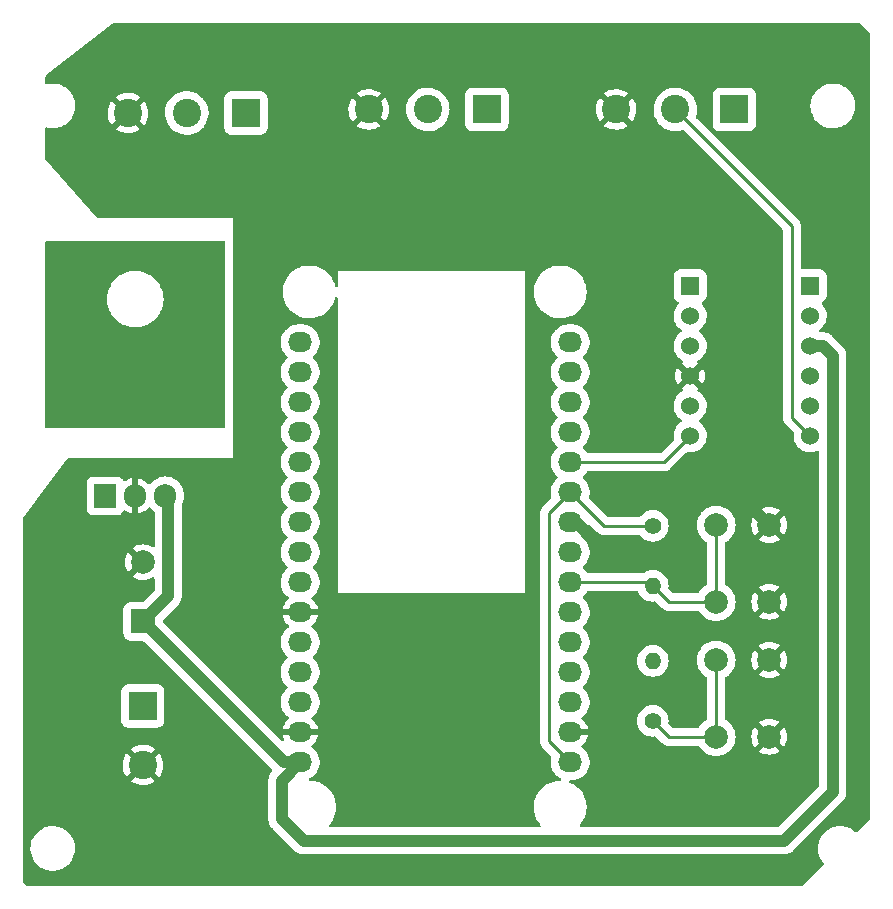
<source format=gtl>
%TF.GenerationSoftware,KiCad,Pcbnew,6.0.0*%
%TF.CreationDate,2022-01-15T13:24:47-05:00*%
%TF.ProjectId,wled-driver-nodemcu-v2,776c6564-2d64-4726-9976-65722d6e6f64,rev?*%
%TF.SameCoordinates,Original*%
%TF.FileFunction,Copper,L1,Top*%
%TF.FilePolarity,Positive*%
%FSLAX46Y46*%
G04 Gerber Fmt 4.6, Leading zero omitted, Abs format (unit mm)*
G04 Created by KiCad (PCBNEW 6.0.0) date 2022-01-15 13:24:47*
%MOMM*%
%LPD*%
G01*
G04 APERTURE LIST*
%TA.AperFunction,ComponentPad*%
%ADD10C,2.000000*%
%TD*%
%TA.AperFunction,ComponentPad*%
%ADD11O,1.400000X1.400000*%
%TD*%
%TA.AperFunction,ComponentPad*%
%ADD12C,1.400000*%
%TD*%
%TA.AperFunction,ComponentPad*%
%ADD13R,1.905000X2.000000*%
%TD*%
%TA.AperFunction,ComponentPad*%
%ADD14O,1.905000X2.000000*%
%TD*%
%TA.AperFunction,ComponentPad*%
%ADD15R,2.400000X2.400000*%
%TD*%
%TA.AperFunction,ComponentPad*%
%ADD16C,2.400000*%
%TD*%
%TA.AperFunction,ComponentPad*%
%ADD17O,2.032000X1.727200*%
%TD*%
%TA.AperFunction,ComponentPad*%
%ADD18C,1.524000*%
%TD*%
%TA.AperFunction,ComponentPad*%
%ADD19R,1.524000X1.524000*%
%TD*%
%TA.AperFunction,ComponentPad*%
%ADD20R,2.000000X2.000000*%
%TD*%
%TA.AperFunction,ViaPad*%
%ADD21C,0.800000*%
%TD*%
%TA.AperFunction,Conductor*%
%ADD22C,1.016000*%
%TD*%
%TA.AperFunction,Conductor*%
%ADD23C,0.254000*%
%TD*%
G04 APERTURE END LIST*
D10*
%TO.P,D5-GPIO14,2,2*%
%TO.N,GND*%
X152110000Y-102310000D03*
X152110000Y-95810000D03*
%TO.P,D5-GPIO14,1,1*%
%TO.N,Net-(D5-GPIO14-Pad1)*%
X147610000Y-95810000D03*
X147610000Y-102310000D03*
%TD*%
D11*
%TO.P,R1,2*%
%TO.N,+3V3*%
X142240000Y-95885000D03*
D12*
%TO.P,R1,1*%
%TO.N,Net-(D5-GPIO14-Pad1)*%
X142240000Y-100965000D03*
%TD*%
D11*
%TO.P,R2,2*%
%TO.N,Net-(D6-GPIO12-Pad1)*%
X142240000Y-89535000D03*
D12*
%TO.P,R2,1*%
%TO.N,+3V3*%
X142240000Y-84455000D03*
%TD*%
D10*
%TO.P,D6-GPIO12,2,2*%
%TO.N,GND*%
X152110000Y-84380000D03*
X152110000Y-90880000D03*
%TO.P,D6-GPIO12,1,1*%
%TO.N,Net-(D6-GPIO12-Pad1)*%
X147610000Y-84380000D03*
X147610000Y-90880000D03*
%TD*%
D13*
%TO.P,L7805,1,IN*%
%TO.N,+12V*%
X95885000Y-81915000D03*
D14*
%TO.P,L7805,2,GND*%
%TO.N,GND*%
X98425000Y-81915000D03*
%TO.P,L7805,3,OUT*%
%TO.N,+5V*%
X100965000Y-81915000D03*
%TD*%
D15*
%TO.P,D4-GPIO2,1,Pin_1*%
%TO.N,+12V*%
X149145000Y-49195000D03*
D16*
%TO.P,D4-GPIO2,2,Pin_2*%
%TO.N,Net-(D4-GPIO2-Pad2)*%
X144145000Y-49195000D03*
%TO.P,D4-GPIO2,3,Pin_3*%
%TO.N,GND*%
X139145000Y-49195000D03*
%TD*%
D17*
%TO.P,NodeMCU1Amica1,1,A0*%
%TO.N,unconnected-(NodeMCU1Amica1-Pad1)*%
X112395000Y-68897500D03*
%TO.P,NodeMCU1Amica1,2,RSV*%
%TO.N,unconnected-(NodeMCU1Amica1-Pad2)*%
X112395000Y-71437500D03*
%TO.P,NodeMCU1Amica1,3,RSV*%
%TO.N,unconnected-(NodeMCU1Amica1-Pad3)*%
X112395000Y-73977500D03*
%TO.P,NodeMCU1Amica1,4,SD3*%
%TO.N,unconnected-(NodeMCU1Amica1-Pad4)*%
X112395000Y-76517500D03*
%TO.P,NodeMCU1Amica1,5,SD2*%
%TO.N,unconnected-(NodeMCU1Amica1-Pad5)*%
X112395000Y-79057500D03*
%TO.P,NodeMCU1Amica1,6,SD1*%
%TO.N,unconnected-(NodeMCU1Amica1-Pad6)*%
X112395000Y-81597500D03*
%TO.P,NodeMCU1Amica1,7,CMD*%
%TO.N,unconnected-(NodeMCU1Amica1-Pad7)*%
X112395000Y-84137500D03*
%TO.P,NodeMCU1Amica1,8,SD0*%
%TO.N,unconnected-(NodeMCU1Amica1-Pad8)*%
X112395000Y-86677500D03*
%TO.P,NodeMCU1Amica1,9,CLK*%
%TO.N,unconnected-(NodeMCU1Amica1-Pad9)*%
X112395000Y-89217500D03*
%TO.P,NodeMCU1Amica1,10,GND*%
%TO.N,GND*%
X112395000Y-91757500D03*
%TO.P,NodeMCU1Amica1,11,3V3*%
%TO.N,+3V3*%
X112395000Y-94297500D03*
%TO.P,NodeMCU1Amica1,12,EN*%
%TO.N,unconnected-(NodeMCU1Amica1-Pad12)*%
X112395000Y-96837500D03*
%TO.P,NodeMCU1Amica1,13,RST*%
%TO.N,unconnected-(NodeMCU1Amica1-Pad13)*%
X112395000Y-99377500D03*
%TO.P,NodeMCU1Amica1,14,GND*%
%TO.N,GND*%
X112395000Y-101917500D03*
%TO.P,NodeMCU1Amica1,15,Vin*%
%TO.N,+5V*%
X112395000Y-104457500D03*
%TO.P,NodeMCU1Amica1,16,3V3*%
%TO.N,+3V3*%
X135255000Y-104457500D03*
%TO.P,NodeMCU1Amica1,17,GND*%
%TO.N,GND*%
X135255000Y-101917500D03*
%TO.P,NodeMCU1Amica1,18,TX*%
%TO.N,unconnected-(NodeMCU1Amica1-Pad18)*%
X135255000Y-99377500D03*
%TO.P,NodeMCU1Amica1,19,RX*%
%TO.N,unconnected-(NodeMCU1Amica1-Pad19)*%
X135255000Y-96837500D03*
%TO.P,NodeMCU1Amica1,20,D8*%
%TO.N,unconnected-(NodeMCU1Amica1-Pad20)*%
X135255000Y-94297500D03*
%TO.P,NodeMCU1Amica1,21,D7*%
%TO.N,unconnected-(NodeMCU1Amica1-Pad21)*%
X135255000Y-91757500D03*
%TO.P,NodeMCU1Amica1,22,D6*%
%TO.N,Net-(D6-GPIO12-Pad1)*%
X135255000Y-89217500D03*
%TO.P,NodeMCU1Amica1,23,D5*%
%TO.N,Net-(D5-GPIO14-Pad1)*%
X135255000Y-86677500D03*
%TO.P,NodeMCU1Amica1,24,GND*%
%TO.N,GND*%
X135255000Y-84137500D03*
%TO.P,NodeMCU1Amica1,25,3V3*%
%TO.N,+3V3*%
X135255000Y-81597500D03*
%TO.P,NodeMCU1Amica1,26,D4*%
%TO.N,Net-(LevelShifter-1-PadLV4)*%
X135255000Y-79057500D03*
%TO.P,NodeMCU1Amica1,27,D3*%
%TO.N,unconnected-(NodeMCU1Amica1-Pad27)*%
X135255000Y-76517500D03*
%TO.P,NodeMCU1Amica1,28,D2*%
%TO.N,Net-(LevelShifter-1-PadLV2)*%
X135255000Y-73977500D03*
%TO.P,NodeMCU1Amica1,29,D1*%
%TO.N,Net-(LevelShifter-1-PadLV1)*%
X135255000Y-71437500D03*
%TO.P,NodeMCU1Amica1,30,D0*%
%TO.N,unconnected-(NodeMCU1Amica1-Pad30)*%
X135255000Y-68897500D03*
%TD*%
D18*
%TO.P,LevelShifter-1,GND_1,GND*%
%TO.N,GND*%
X155575000Y-71755000D03*
%TO.P,LevelShifter-1,GND_2,GND*%
X145415000Y-71755000D03*
%TO.P,LevelShifter-1,HV,HV*%
%TO.N,+5V*%
X155575000Y-69215000D03*
D19*
%TO.P,LevelShifter-1,HV1,HV1*%
%TO.N,Net-(D1-GPIO5-Pad2)*%
X155575000Y-64135000D03*
D18*
%TO.P,LevelShifter-1,HV2,HV2*%
%TO.N,Net-(D2-GPIO4-Pad2)*%
X155575000Y-66675000D03*
%TO.P,LevelShifter-1,HV3,HV3*%
%TO.N,unconnected-(LevelShifter-1-PadHV3)*%
X155575000Y-74295000D03*
%TO.P,LevelShifter-1,HV4,HV4*%
%TO.N,Net-(D4-GPIO2-Pad2)*%
X155575000Y-76835000D03*
%TO.P,LevelShifter-1,LV,LV*%
%TO.N,+3V3*%
X145415000Y-69215000D03*
D19*
%TO.P,LevelShifter-1,LV1,LV1*%
%TO.N,Net-(LevelShifter-1-PadLV1)*%
X145415000Y-64135000D03*
D18*
%TO.P,LevelShifter-1,LV2,LV2*%
%TO.N,Net-(LevelShifter-1-PadLV2)*%
X145415000Y-66675000D03*
%TO.P,LevelShifter-1,LV3,LV3*%
%TO.N,unconnected-(LevelShifter-1-PadLV3)*%
X145415000Y-74295000D03*
%TO.P,LevelShifter-1,LV4,LV4*%
%TO.N,Net-(LevelShifter-1-PadLV4)*%
X145415000Y-76835000D03*
%TD*%
D20*
%TO.P,C1,1*%
%TO.N,+5V*%
X99060000Y-92537677D03*
D10*
%TO.P,C1,2*%
%TO.N,GND*%
X99060000Y-87537677D03*
%TD*%
D15*
%TO.P,VIn1,1,Pin_1*%
%TO.N,+12V*%
X99060000Y-99695000D03*
D16*
%TO.P,VIn1,2,Pin_2*%
%TO.N,GND*%
X99060000Y-104695000D03*
%TD*%
D15*
%TO.P,D1-GPIO5,1,Pin_1*%
%TO.N,+12V*%
X128190000Y-49195000D03*
D16*
%TO.P,D1-GPIO5,2,Pin_2*%
%TO.N,Net-(D1-GPIO5-Pad2)*%
X123190000Y-49195000D03*
%TO.P,D1-GPIO5,3,Pin_3*%
%TO.N,GND*%
X118190000Y-49195000D03*
%TD*%
D15*
%TO.P,D2-GPIO4,1,Pin_1*%
%TO.N,+12V*%
X107790000Y-49495000D03*
D16*
%TO.P,D2-GPIO4,2,Pin_2*%
%TO.N,Net-(D2-GPIO4-Pad2)*%
X102790000Y-49495000D03*
%TO.P,D2-GPIO4,3,Pin_3*%
%TO.N,GND*%
X97790000Y-49495000D03*
%TD*%
D21*
%TO.N,GND*%
X150495000Y-71755000D03*
%TD*%
D22*
%TO.N,GND*%
X135255000Y-84137500D02*
X135704482Y-84137500D01*
X135704482Y-84137500D02*
X137864493Y-86297511D01*
X137864493Y-86297511D02*
X143003194Y-86297511D01*
X143003194Y-86297511D02*
X145415000Y-83885705D01*
X145415000Y-83885705D02*
X145415000Y-83545031D01*
X145415000Y-83545031D02*
X146722542Y-82237489D01*
X149967489Y-82237489D02*
X152110000Y-84380000D01*
X146722542Y-82237489D02*
X149967489Y-82237489D01*
D23*
%TO.N,Net-(LevelShifter-1-PadLV4)*%
X135255000Y-79057500D02*
X143192500Y-79057500D01*
X143192500Y-79057500D02*
X145415000Y-76835000D01*
D22*
%TO.N,+5V*%
X99060000Y-92537677D02*
X110979823Y-104457500D01*
X110979823Y-104457500D02*
X112395000Y-104457500D01*
X100965000Y-81915000D02*
X101202511Y-82152511D01*
X101202511Y-82152511D02*
X101202511Y-90395166D01*
X101202511Y-90395166D02*
X99060000Y-92537677D01*
D23*
%TO.N,Net-(D5-GPIO14-Pad1)*%
X142240000Y-100965000D02*
X143585000Y-102310000D01*
X143585000Y-102310000D02*
X147610000Y-102310000D01*
X147610000Y-95810000D02*
X147610000Y-102310000D01*
%TO.N,Net-(D6-GPIO12-Pad1)*%
X147610000Y-84380000D02*
X147610000Y-90880000D01*
X147610000Y-90880000D02*
X143585000Y-90880000D01*
X143585000Y-90880000D02*
X142240000Y-89535000D01*
X135255000Y-89217500D02*
X141922500Y-89217500D01*
X141922500Y-89217500D02*
X142240000Y-89535000D01*
%TO.N,+3V3*%
X142240000Y-84455000D02*
X138112500Y-84455000D01*
X138112500Y-84455000D02*
X135255000Y-81597500D01*
D22*
%TO.N,+5V*%
X157480000Y-106954969D02*
X153309969Y-111125000D01*
X110837479Y-109254018D02*
X110837479Y-106015021D01*
X112708461Y-111125000D02*
X110837479Y-109254018D01*
X110837479Y-106015021D02*
X112395000Y-104457500D01*
X153309969Y-111125000D02*
X112708461Y-111125000D01*
X156652630Y-69215000D02*
X157480000Y-70042370D01*
X157480000Y-70042370D02*
X157480000Y-106954969D01*
X155575000Y-69215000D02*
X156652630Y-69215000D01*
D23*
%TO.N,Net-(D4-GPIO2-Pad2)*%
X155575000Y-76835000D02*
X154051489Y-75311489D01*
X154051489Y-75311489D02*
X154051489Y-59136489D01*
X144145000Y-49195000D02*
X154005000Y-59055000D01*
%TO.N,+3V3*%
X133477480Y-102679980D02*
X133477480Y-83375020D01*
X133477480Y-83375020D02*
X135255000Y-81597500D01*
X135255000Y-104457500D02*
X133477480Y-102679980D01*
%TD*%
%TA.AperFunction,NonConductor*%
G36*
X105987121Y-60345002D02*
G01*
X106033614Y-60398658D01*
X106045000Y-60451000D01*
X106045000Y-76074000D01*
X106024998Y-76142121D01*
X105971342Y-76188614D01*
X105919000Y-76200000D01*
X90931000Y-76200000D01*
X90862879Y-76179998D01*
X90816386Y-76126342D01*
X90805000Y-76074000D01*
X90805000Y-65255000D01*
X96034783Y-65255000D01*
X96053631Y-65554574D01*
X96109876Y-65849423D01*
X96202632Y-66134898D01*
X96204319Y-66138484D01*
X96204321Y-66138488D01*
X96328749Y-66402910D01*
X96328753Y-66402917D01*
X96330437Y-66406496D01*
X96491274Y-66659934D01*
X96682607Y-66891216D01*
X96901418Y-67096694D01*
X96904620Y-67099021D01*
X96904622Y-67099022D01*
X97141049Y-67270796D01*
X97141054Y-67270799D01*
X97144258Y-67273127D01*
X97407295Y-67417733D01*
X97559499Y-67477995D01*
X97682699Y-67526773D01*
X97682702Y-67526774D01*
X97686382Y-67528231D01*
X97690221Y-67529217D01*
X97690225Y-67529218D01*
X97825151Y-67563861D01*
X97977118Y-67602880D01*
X97981046Y-67603376D01*
X97981050Y-67603377D01*
X98126018Y-67621690D01*
X98274917Y-67640500D01*
X98575083Y-67640500D01*
X98723982Y-67621690D01*
X98868950Y-67603377D01*
X98868954Y-67603376D01*
X98872882Y-67602880D01*
X99024849Y-67563861D01*
X99159775Y-67529218D01*
X99159779Y-67529217D01*
X99163618Y-67528231D01*
X99167298Y-67526774D01*
X99167301Y-67526773D01*
X99290501Y-67477995D01*
X99442705Y-67417733D01*
X99705742Y-67273127D01*
X99708946Y-67270799D01*
X99708951Y-67270796D01*
X99945378Y-67099022D01*
X99945380Y-67099021D01*
X99948582Y-67096694D01*
X100167393Y-66891216D01*
X100358726Y-66659934D01*
X100519563Y-66406496D01*
X100521247Y-66402917D01*
X100521251Y-66402910D01*
X100645679Y-66138488D01*
X100645681Y-66138484D01*
X100647368Y-66134898D01*
X100740124Y-65849423D01*
X100796369Y-65554574D01*
X100815217Y-65255000D01*
X100796369Y-64955426D01*
X100740124Y-64660577D01*
X100647368Y-64375102D01*
X100645679Y-64371512D01*
X100521251Y-64107090D01*
X100521247Y-64107083D01*
X100519563Y-64103504D01*
X100358726Y-63850066D01*
X100167393Y-63618784D01*
X99948582Y-63413306D01*
X99945378Y-63410978D01*
X99708951Y-63239204D01*
X99708946Y-63239201D01*
X99705742Y-63236873D01*
X99442705Y-63092267D01*
X99290501Y-63032005D01*
X99167301Y-62983227D01*
X99167298Y-62983226D01*
X99163618Y-62981769D01*
X99159779Y-62980783D01*
X99159775Y-62980782D01*
X99024849Y-62946139D01*
X98872882Y-62907120D01*
X98868954Y-62906624D01*
X98868950Y-62906623D01*
X98723982Y-62888310D01*
X98575083Y-62869500D01*
X98274917Y-62869500D01*
X98126018Y-62888310D01*
X97981050Y-62906623D01*
X97981046Y-62906624D01*
X97977118Y-62907120D01*
X97825151Y-62946139D01*
X97690225Y-62980782D01*
X97690221Y-62980783D01*
X97686382Y-62981769D01*
X97682702Y-62983226D01*
X97682699Y-62983227D01*
X97559499Y-63032005D01*
X97407295Y-63092267D01*
X97144258Y-63236873D01*
X97141054Y-63239201D01*
X97141049Y-63239204D01*
X96904622Y-63410978D01*
X96901418Y-63413306D01*
X96682607Y-63618784D01*
X96491274Y-63850066D01*
X96330437Y-64103504D01*
X96328753Y-64107083D01*
X96328749Y-64107090D01*
X96204321Y-64371512D01*
X96202632Y-64375102D01*
X96109876Y-64660577D01*
X96053631Y-64955426D01*
X96034783Y-65255000D01*
X90805000Y-65255000D01*
X90805000Y-60451000D01*
X90825002Y-60382879D01*
X90878658Y-60336386D01*
X90931000Y-60325000D01*
X105919000Y-60325000D01*
X105987121Y-60345002D01*
G37*
%TD.AperFunction*%
%TA.AperFunction,Conductor*%
%TO.N,GND*%
G36*
X159855389Y-41928215D02*
G01*
X159881445Y-41950505D01*
X160623179Y-42784956D01*
X160653486Y-42849159D01*
X160655005Y-42868666D01*
X160655003Y-62782919D01*
X160655000Y-109167810D01*
X160634998Y-109235931D01*
X160618095Y-109256905D01*
X159535196Y-110339804D01*
X159472884Y-110373830D01*
X159402069Y-110368765D01*
X159360094Y-110342787D01*
X159302191Y-110288698D01*
X159146705Y-110180833D01*
X159081118Y-110135333D01*
X159081113Y-110135330D01*
X159077365Y-110132730D01*
X159073280Y-110130698D01*
X159073277Y-110130696D01*
X158954871Y-110071790D01*
X158832378Y-110010851D01*
X158828044Y-110009430D01*
X158828041Y-110009429D01*
X158688978Y-109963842D01*
X158572364Y-109925614D01*
X158302768Y-109878805D01*
X158268984Y-109877123D01*
X158217867Y-109874578D01*
X158217859Y-109874578D01*
X158216296Y-109874500D01*
X158045497Y-109874500D01*
X158043229Y-109874665D01*
X158043217Y-109874665D01*
X157911388Y-109884231D01*
X157842088Y-109889259D01*
X157837633Y-109890243D01*
X157837630Y-109890243D01*
X157579354Y-109947265D01*
X157579350Y-109947266D01*
X157574894Y-109948250D01*
X157494731Y-109978621D01*
X157323284Y-110043576D01*
X157323281Y-110043577D01*
X157319014Y-110045194D01*
X157079808Y-110178061D01*
X156862288Y-110344067D01*
X156859095Y-110347333D01*
X156859093Y-110347335D01*
X156674206Y-110536465D01*
X156674202Y-110536470D01*
X156671011Y-110539734D01*
X156509983Y-110760965D01*
X156382577Y-111003123D01*
X156291463Y-111261137D01*
X156290583Y-111265603D01*
X156255280Y-111444717D01*
X156238549Y-111529601D01*
X156238322Y-111534154D01*
X156238322Y-111534157D01*
X156226039Y-111780900D01*
X156224944Y-111802891D01*
X156250932Y-112075283D01*
X156252017Y-112079717D01*
X156252018Y-112079723D01*
X156314885Y-112336637D01*
X156315970Y-112341071D01*
X156418694Y-112594686D01*
X156420998Y-112598621D01*
X156421001Y-112598627D01*
X156554648Y-112826877D01*
X156556954Y-112830815D01*
X156673521Y-112976575D01*
X156703036Y-113013482D01*
X156729960Y-113079176D01*
X156717094Y-113148997D01*
X156693728Y-113181272D01*
X154976905Y-114898095D01*
X154914593Y-114932121D01*
X154887810Y-114935000D01*
X89272254Y-114935000D01*
X89204133Y-114914998D01*
X89178080Y-114892710D01*
X88931826Y-114615674D01*
X88901519Y-114551471D01*
X88900000Y-114531964D01*
X88900000Y-111802891D01*
X89549944Y-111802891D01*
X89575932Y-112075283D01*
X89577017Y-112079717D01*
X89577018Y-112079723D01*
X89639885Y-112336637D01*
X89640970Y-112341071D01*
X89743694Y-112594686D01*
X89745998Y-112598621D01*
X89746001Y-112598627D01*
X89879648Y-112826877D01*
X89881954Y-112830815D01*
X90052852Y-113044513D01*
X90252809Y-113231302D01*
X90346782Y-113296494D01*
X90473882Y-113384667D01*
X90473887Y-113384670D01*
X90477635Y-113387270D01*
X90481720Y-113389302D01*
X90481723Y-113389304D01*
X90600129Y-113448210D01*
X90722622Y-113509149D01*
X90726956Y-113510570D01*
X90726959Y-113510571D01*
X90866023Y-113556158D01*
X90982636Y-113594386D01*
X91252232Y-113641195D01*
X91286016Y-113642877D01*
X91337133Y-113645422D01*
X91337141Y-113645422D01*
X91338704Y-113645500D01*
X91509503Y-113645500D01*
X91511771Y-113645335D01*
X91511783Y-113645335D01*
X91643612Y-113635769D01*
X91712912Y-113630741D01*
X91717367Y-113629757D01*
X91717370Y-113629757D01*
X91975646Y-113572735D01*
X91975650Y-113572734D01*
X91980106Y-113571750D01*
X92150708Y-113507115D01*
X92231716Y-113476424D01*
X92231719Y-113476423D01*
X92235986Y-113474806D01*
X92475192Y-113341939D01*
X92692712Y-113175933D01*
X92719044Y-113148997D01*
X92880794Y-112983535D01*
X92880798Y-112983530D01*
X92883989Y-112980266D01*
X93045017Y-112759035D01*
X93172423Y-112516877D01*
X93263537Y-112258863D01*
X93295095Y-112098750D01*
X93315570Y-111994871D01*
X93315571Y-111994865D01*
X93316451Y-111990399D01*
X93320054Y-111918027D01*
X93329829Y-111721678D01*
X93329829Y-111721672D01*
X93330056Y-111717109D01*
X93304068Y-111444717D01*
X93239030Y-111178929D01*
X93136306Y-110925314D01*
X93134002Y-110921379D01*
X93133999Y-110921373D01*
X93000352Y-110693123D01*
X93000351Y-110693121D01*
X92998046Y-110689185D01*
X92827148Y-110475487D01*
X92627191Y-110288698D01*
X92471705Y-110180833D01*
X92406118Y-110135333D01*
X92406113Y-110135330D01*
X92402365Y-110132730D01*
X92398280Y-110130698D01*
X92398277Y-110130696D01*
X92279871Y-110071790D01*
X92157378Y-110010851D01*
X92153044Y-110009430D01*
X92153041Y-110009429D01*
X92013978Y-109963842D01*
X91897364Y-109925614D01*
X91627768Y-109878805D01*
X91593984Y-109877123D01*
X91542867Y-109874578D01*
X91542859Y-109874578D01*
X91541296Y-109874500D01*
X91370497Y-109874500D01*
X91368229Y-109874665D01*
X91368217Y-109874665D01*
X91236388Y-109884231D01*
X91167088Y-109889259D01*
X91162633Y-109890243D01*
X91162630Y-109890243D01*
X90904354Y-109947265D01*
X90904350Y-109947266D01*
X90899894Y-109948250D01*
X90819731Y-109978621D01*
X90648284Y-110043576D01*
X90648281Y-110043577D01*
X90644014Y-110045194D01*
X90404808Y-110178061D01*
X90187288Y-110344067D01*
X90184095Y-110347333D01*
X90184093Y-110347335D01*
X89999206Y-110536465D01*
X89999202Y-110536470D01*
X89996011Y-110539734D01*
X89834983Y-110760965D01*
X89707577Y-111003123D01*
X89616463Y-111261137D01*
X89615583Y-111265603D01*
X89580280Y-111444717D01*
X89563549Y-111529601D01*
X89563322Y-111534154D01*
X89563322Y-111534157D01*
X89551039Y-111780900D01*
X89549944Y-111802891D01*
X88900000Y-111802891D01*
X88900000Y-106068359D01*
X98051386Y-106068359D01*
X98060099Y-106079879D01*
X98148586Y-106144760D01*
X98156505Y-106149708D01*
X98372877Y-106263547D01*
X98381451Y-106267275D01*
X98612282Y-106347885D01*
X98621291Y-106350299D01*
X98861518Y-106395908D01*
X98870775Y-106396962D01*
X99115107Y-106406563D01*
X99124420Y-106406237D01*
X99367478Y-106379618D01*
X99376655Y-106377917D01*
X99613107Y-106315665D01*
X99621926Y-106312628D01*
X99846584Y-106216107D01*
X99854856Y-106211800D01*
X100062777Y-106083135D01*
X100064620Y-106081796D01*
X100072038Y-106070541D01*
X100065974Y-106060184D01*
X99072812Y-105067022D01*
X99058868Y-105059408D01*
X99057035Y-105059539D01*
X99050420Y-105063790D01*
X98058044Y-106056166D01*
X98051386Y-106068359D01*
X88900000Y-106068359D01*
X88900000Y-104654835D01*
X97348022Y-104654835D01*
X97359754Y-104899064D01*
X97360891Y-104908324D01*
X97408593Y-105148143D01*
X97411082Y-105157118D01*
X97493708Y-105387250D01*
X97497505Y-105395778D01*
X97613234Y-105611160D01*
X97618245Y-105619027D01*
X97675173Y-105695263D01*
X97686431Y-105703712D01*
X97698850Y-105696940D01*
X98687978Y-104707812D01*
X98694356Y-104696132D01*
X99424408Y-104696132D01*
X99424539Y-104697965D01*
X99428790Y-104704580D01*
X100423732Y-105699522D01*
X100436112Y-105706282D01*
X100444453Y-105700038D01*
X100562700Y-105516202D01*
X100567147Y-105508011D01*
X100667572Y-105285076D01*
X100670767Y-105276298D01*
X100737135Y-105040973D01*
X100738993Y-105031844D01*
X100770044Y-104787770D01*
X100770525Y-104781483D01*
X100772706Y-104698160D01*
X100772555Y-104691851D01*
X100754321Y-104446486D01*
X100752944Y-104437280D01*
X100698979Y-104198786D01*
X100696255Y-104189875D01*
X100607633Y-103961983D01*
X100603619Y-103953567D01*
X100482284Y-103741276D01*
X100477074Y-103733553D01*
X100445787Y-103693865D01*
X100433863Y-103685395D01*
X100422328Y-103691882D01*
X99432022Y-104682188D01*
X99424408Y-104696132D01*
X98694356Y-104696132D01*
X98695592Y-104693868D01*
X98695461Y-104692035D01*
X98691210Y-104685420D01*
X97696828Y-103691038D01*
X97683520Y-103683771D01*
X97673481Y-103690893D01*
X97668581Y-103696784D01*
X97663168Y-103704373D01*
X97536322Y-103913409D01*
X97532084Y-103921726D01*
X97437529Y-104147214D01*
X97434572Y-104156052D01*
X97374384Y-104393042D01*
X97372763Y-104402232D01*
X97348267Y-104645510D01*
X97348022Y-104654835D01*
X88900000Y-104654835D01*
X88900000Y-103319917D01*
X98049330Y-103319917D01*
X98053903Y-103329693D01*
X99047188Y-104322978D01*
X99061132Y-104330592D01*
X99062965Y-104330461D01*
X99069580Y-104326210D01*
X100062488Y-103333302D01*
X100068872Y-103321612D01*
X100059460Y-103309502D01*
X99933144Y-103221873D01*
X99925116Y-103217145D01*
X99705810Y-103108995D01*
X99697177Y-103105507D01*
X99464288Y-103030958D01*
X99455238Y-103028785D01*
X99213891Y-102989480D01*
X99204602Y-102988668D01*
X98960114Y-102985467D01*
X98950803Y-102986037D01*
X98708522Y-103019010D01*
X98699403Y-103020948D01*
X98464668Y-103089367D01*
X98455915Y-103092639D01*
X98233869Y-103195004D01*
X98225714Y-103199524D01*
X98058468Y-103309175D01*
X98049330Y-103319917D01*
X88900000Y-103319917D01*
X88900000Y-98430819D01*
X97224500Y-98430819D01*
X97224501Y-100959180D01*
X97226015Y-100978423D01*
X97226153Y-100980173D01*
X97227335Y-100995204D01*
X97229130Y-101001381D01*
X97229131Y-101001387D01*
X97258480Y-101102407D01*
X97272131Y-101149393D01*
X97353865Y-101287598D01*
X97467402Y-101401135D01*
X97474223Y-101405169D01*
X97546456Y-101447887D01*
X97605607Y-101482869D01*
X97613218Y-101485080D01*
X97613220Y-101485081D01*
X97753619Y-101525871D01*
X97753624Y-101525872D01*
X97759796Y-101527665D01*
X97781419Y-101529367D01*
X97793362Y-101530307D01*
X97793371Y-101530307D01*
X97795819Y-101530500D01*
X99058976Y-101530500D01*
X100324180Y-101530499D01*
X100343423Y-101528985D01*
X100353786Y-101528170D01*
X100353787Y-101528170D01*
X100360204Y-101527665D01*
X100366384Y-101525870D01*
X100366387Y-101525869D01*
X100506780Y-101485081D01*
X100506782Y-101485080D01*
X100514393Y-101482869D01*
X100573545Y-101447887D01*
X100645777Y-101405169D01*
X100652598Y-101401135D01*
X100766135Y-101287598D01*
X100847869Y-101149393D01*
X100861520Y-101102407D01*
X100890871Y-101001381D01*
X100890872Y-101001376D01*
X100892665Y-100995204D01*
X100895058Y-100964795D01*
X100895307Y-100961638D01*
X100895307Y-100961629D01*
X100895500Y-100959181D01*
X100895499Y-98430820D01*
X100892665Y-98394796D01*
X100889219Y-98382932D01*
X100850081Y-98248220D01*
X100850080Y-98248218D01*
X100847869Y-98240607D01*
X100766135Y-98102402D01*
X100652598Y-97988865D01*
X100514393Y-97907131D01*
X100506782Y-97904920D01*
X100506780Y-97904919D01*
X100366381Y-97864129D01*
X100366376Y-97864128D01*
X100360204Y-97862335D01*
X100338581Y-97860633D01*
X100326638Y-97859693D01*
X100326629Y-97859693D01*
X100324181Y-97859500D01*
X99061024Y-97859500D01*
X97795820Y-97859501D01*
X97776577Y-97861015D01*
X97766214Y-97861830D01*
X97766213Y-97861830D01*
X97759796Y-97862335D01*
X97753616Y-97864130D01*
X97753613Y-97864131D01*
X97613220Y-97904919D01*
X97613218Y-97904920D01*
X97605607Y-97907131D01*
X97467402Y-97988865D01*
X97353865Y-98102402D01*
X97272131Y-98240607D01*
X97269920Y-98248218D01*
X97269919Y-98248220D01*
X97229129Y-98388619D01*
X97229128Y-98388624D01*
X97227335Y-98394796D01*
X97226831Y-98401206D01*
X97224694Y-98428356D01*
X97224500Y-98430819D01*
X88900000Y-98430819D01*
X88900000Y-91473496D01*
X97424500Y-91473496D01*
X97424501Y-93601857D01*
X97427335Y-93637881D01*
X97429130Y-93644061D01*
X97429131Y-93644064D01*
X97448285Y-93709993D01*
X97472131Y-93792070D01*
X97553865Y-93930275D01*
X97667402Y-94043812D01*
X97805607Y-94125546D01*
X97813218Y-94127757D01*
X97813220Y-94127758D01*
X97953619Y-94168548D01*
X97953624Y-94168549D01*
X97959796Y-94170342D01*
X97981419Y-94172044D01*
X97993362Y-94172984D01*
X97993371Y-94172984D01*
X97995819Y-94173177D01*
X98044718Y-94173177D01*
X99026156Y-94173176D01*
X99094277Y-94193178D01*
X99115251Y-94210081D01*
X109980489Y-105075319D01*
X110014515Y-105137631D01*
X110009450Y-105208446D01*
X109990345Y-105242418D01*
X109949681Y-105294002D01*
X109947603Y-105296568D01*
X109894745Y-105360121D01*
X109894741Y-105360126D01*
X109891053Y-105364561D01*
X109888234Y-105369595D01*
X109886165Y-105372605D01*
X109879971Y-105381875D01*
X109877928Y-105385020D01*
X109874351Y-105389558D01*
X109871663Y-105394666D01*
X109871661Y-105394670D01*
X109843685Y-105447845D01*
X109837409Y-105459775D01*
X109833167Y-105467837D01*
X109831597Y-105470727D01*
X109788364Y-105547925D01*
X109786507Y-105553397D01*
X109784993Y-105556797D01*
X109780606Y-105567008D01*
X109779184Y-105570442D01*
X109776497Y-105575548D01*
X109774785Y-105581062D01*
X109774784Y-105581064D01*
X109750267Y-105660020D01*
X109749248Y-105663156D01*
X109734609Y-105706282D01*
X109720810Y-105746933D01*
X109719981Y-105752646D01*
X109719138Y-105756159D01*
X109716646Y-105767172D01*
X109715888Y-105770739D01*
X109714175Y-105776255D01*
X109713497Y-105781983D01*
X109713496Y-105781988D01*
X109703776Y-105864119D01*
X109703349Y-105867361D01*
X109690654Y-105954918D01*
X109691827Y-105984776D01*
X109693882Y-106037075D01*
X109693979Y-106042022D01*
X109693979Y-109211213D01*
X109693709Y-109219454D01*
X109689473Y-109284079D01*
X109699878Y-109371991D01*
X109700215Y-109375204D01*
X109708310Y-109463297D01*
X109709878Y-109468857D01*
X109710540Y-109472430D01*
X109712729Y-109483433D01*
X109713497Y-109487046D01*
X109714176Y-109492783D01*
X109740417Y-109577294D01*
X109741333Y-109580391D01*
X109765356Y-109665567D01*
X109767914Y-109670755D01*
X109769239Y-109674206D01*
X109773380Y-109684584D01*
X109774783Y-109687970D01*
X109776497Y-109693491D01*
X109817696Y-109771798D01*
X109819171Y-109774694D01*
X109858308Y-109854055D01*
X109861766Y-109858686D01*
X109863729Y-109861889D01*
X109869652Y-109871276D01*
X109871661Y-109874369D01*
X109874350Y-109879481D01*
X109929135Y-109948974D01*
X109931106Y-109951544D01*
X109980595Y-110017819D01*
X109980602Y-110017826D01*
X109984052Y-110022447D01*
X109988286Y-110026361D01*
X109988288Y-110026363D01*
X110044451Y-110078279D01*
X110048017Y-110081709D01*
X111869619Y-111903312D01*
X111875256Y-111909330D01*
X111917955Y-111958019D01*
X111922486Y-111961591D01*
X111987415Y-112012777D01*
X111989978Y-112014853D01*
X112011009Y-112032344D01*
X112058000Y-112071426D01*
X112063038Y-112074247D01*
X112066025Y-112076300D01*
X112075353Y-112082533D01*
X112078464Y-112084553D01*
X112082998Y-112088128D01*
X112088105Y-112090815D01*
X112088116Y-112090822D01*
X112161274Y-112129312D01*
X112164173Y-112130885D01*
X112241365Y-112174114D01*
X112246825Y-112175967D01*
X112250125Y-112177437D01*
X112260514Y-112181900D01*
X112263877Y-112183293D01*
X112268988Y-112185982D01*
X112274504Y-112187695D01*
X112274507Y-112187696D01*
X112292362Y-112193240D01*
X112353491Y-112212222D01*
X112356550Y-112213215D01*
X112440373Y-112241669D01*
X112446087Y-112242498D01*
X112449599Y-112243341D01*
X112460612Y-112245833D01*
X112464179Y-112246591D01*
X112469695Y-112248304D01*
X112475423Y-112248982D01*
X112475428Y-112248983D01*
X112521175Y-112254397D01*
X112557579Y-112258706D01*
X112560801Y-112259130D01*
X112648358Y-112271825D01*
X112730515Y-112268597D01*
X112735462Y-112268500D01*
X153267164Y-112268500D01*
X153275405Y-112268770D01*
X153340030Y-112273006D01*
X153427942Y-112262601D01*
X153431155Y-112262264D01*
X153519248Y-112254169D01*
X153524808Y-112252601D01*
X153528381Y-112251939D01*
X153539384Y-112249750D01*
X153542997Y-112248982D01*
X153548734Y-112248303D01*
X153633245Y-112222062D01*
X153636342Y-112221146D01*
X153721518Y-112197123D01*
X153726706Y-112194565D01*
X153730157Y-112193240D01*
X153740535Y-112189099D01*
X153743922Y-112187696D01*
X153749442Y-112185982D01*
X153827715Y-112144801D01*
X153830651Y-112143305D01*
X153857470Y-112130079D01*
X153910006Y-112104171D01*
X153914637Y-112100713D01*
X153917840Y-112098750D01*
X153927227Y-112092827D01*
X153930320Y-112090818D01*
X153935432Y-112088129D01*
X154004925Y-112033344D01*
X154007495Y-112031373D01*
X154073770Y-111981884D01*
X154073777Y-111981877D01*
X154078398Y-111978427D01*
X154134232Y-111918026D01*
X154137661Y-111914461D01*
X158258304Y-107793818D01*
X158264322Y-107788181D01*
X158308680Y-107749280D01*
X158313019Y-107745475D01*
X158367793Y-107675996D01*
X158369853Y-107673452D01*
X158422728Y-107609877D01*
X158422735Y-107609867D01*
X158426425Y-107605430D01*
X158429250Y-107600386D01*
X158431351Y-107597328D01*
X158437552Y-107588048D01*
X158439555Y-107584964D01*
X158443128Y-107580432D01*
X158445812Y-107575331D01*
X158445815Y-107575326D01*
X158484319Y-107502140D01*
X158485894Y-107499240D01*
X158526290Y-107427109D01*
X158526291Y-107427107D01*
X158529114Y-107422066D01*
X158530972Y-107416591D01*
X158532481Y-107413202D01*
X158536889Y-107402943D01*
X158538294Y-107399551D01*
X158540982Y-107394442D01*
X158567214Y-107309963D01*
X158568230Y-107306833D01*
X158594810Y-107228532D01*
X158594810Y-107228530D01*
X158596668Y-107223058D01*
X158597498Y-107217334D01*
X158598365Y-107213722D01*
X158600830Y-107202831D01*
X158601591Y-107199253D01*
X158603304Y-107193735D01*
X158613703Y-107105868D01*
X158614134Y-107102595D01*
X158625997Y-107020785D01*
X158625997Y-107020781D01*
X158626825Y-107015072D01*
X158623597Y-106932915D01*
X158623500Y-106927968D01*
X158623500Y-70085175D01*
X158623770Y-70076934D01*
X158627628Y-70018075D01*
X158628006Y-70012309D01*
X158617602Y-69924411D01*
X158617259Y-69921136D01*
X158614588Y-69892068D01*
X158609169Y-69833091D01*
X158607599Y-69827525D01*
X158606914Y-69823829D01*
X158604756Y-69812980D01*
X158603983Y-69809344D01*
X158603304Y-69803605D01*
X158577069Y-69719114D01*
X158576140Y-69715978D01*
X158558894Y-69654829D01*
X158552123Y-69630821D01*
X158549565Y-69625633D01*
X158548240Y-69622182D01*
X158544099Y-69611804D01*
X158542696Y-69608417D01*
X158540982Y-69602897D01*
X158499801Y-69524624D01*
X158498305Y-69521688D01*
X158490672Y-69506210D01*
X158459171Y-69442333D01*
X158455713Y-69437702D01*
X158453750Y-69434499D01*
X158447827Y-69425112D01*
X158445818Y-69422019D01*
X158443129Y-69416907D01*
X158388344Y-69347414D01*
X158386373Y-69344844D01*
X158336884Y-69278569D01*
X158336877Y-69278562D01*
X158333427Y-69273941D01*
X158273026Y-69218107D01*
X158269461Y-69214678D01*
X157491479Y-68436696D01*
X157485842Y-68430678D01*
X157446946Y-68386326D01*
X157443136Y-68381981D01*
X157373648Y-68327202D01*
X157371083Y-68325124D01*
X157307530Y-68272266D01*
X157307525Y-68272262D01*
X157303090Y-68268574D01*
X157298056Y-68265755D01*
X157295046Y-68263686D01*
X157285776Y-68257492D01*
X157282631Y-68255449D01*
X157278093Y-68251872D01*
X157272985Y-68249184D01*
X157272981Y-68249182D01*
X157199814Y-68210688D01*
X157196914Y-68209113D01*
X157124769Y-68168709D01*
X157124767Y-68168708D01*
X157119726Y-68165885D01*
X157114254Y-68164028D01*
X157110854Y-68162514D01*
X157100643Y-68158127D01*
X157097209Y-68156705D01*
X157092103Y-68154018D01*
X157086589Y-68152306D01*
X157086587Y-68152305D01*
X157007631Y-68127788D01*
X157004495Y-68126769D01*
X156951350Y-68108729D01*
X156920718Y-68098331D01*
X156915005Y-68097502D01*
X156911492Y-68096659D01*
X156900479Y-68094167D01*
X156896912Y-68093409D01*
X156891396Y-68091696D01*
X156885668Y-68091018D01*
X156885663Y-68091017D01*
X156833263Y-68084816D01*
X156803512Y-68081294D01*
X156800290Y-68080870D01*
X156712733Y-68068175D01*
X156630576Y-68071403D01*
X156625629Y-68071500D01*
X156425162Y-68071500D01*
X156355429Y-68050444D01*
X156355068Y-68050204D01*
X156351015Y-68047003D01*
X156350587Y-68046767D01*
X156305794Y-67993448D01*
X156296766Y-67923028D01*
X156327243Y-67858905D01*
X156348026Y-67840285D01*
X156475916Y-67749062D01*
X156480119Y-67746064D01*
X156497757Y-67728488D01*
X156639237Y-67587500D01*
X156642898Y-67583852D01*
X156776997Y-67397233D01*
X156878816Y-67191217D01*
X156894739Y-67138808D01*
X156944117Y-66976291D01*
X156944118Y-66976285D01*
X156945621Y-66971339D01*
X156975616Y-66743502D01*
X156977290Y-66675000D01*
X156969630Y-66581836D01*
X156958884Y-66451121D01*
X156958883Y-66451115D01*
X156958460Y-66445970D01*
X156902477Y-66223090D01*
X156810843Y-66012347D01*
X156798190Y-65992788D01*
X156688830Y-65823743D01*
X156688828Y-65823740D01*
X156686020Y-65819400D01*
X156558843Y-65679634D01*
X156527791Y-65615789D01*
X156536187Y-65545290D01*
X156581364Y-65490522D01*
X156591460Y-65484982D01*
X156591393Y-65484869D01*
X156722777Y-65407169D01*
X156729598Y-65403135D01*
X156843135Y-65289598D01*
X156924869Y-65151393D01*
X156943727Y-65086483D01*
X156967871Y-65003381D01*
X156967872Y-65003376D01*
X156969665Y-64997204D01*
X156971367Y-64975581D01*
X156972307Y-64963638D01*
X156972307Y-64963629D01*
X156972500Y-64961181D01*
X156972499Y-63308820D01*
X156969665Y-63272796D01*
X156959229Y-63236873D01*
X156927081Y-63126220D01*
X156927080Y-63126218D01*
X156924869Y-63118607D01*
X156843135Y-62980402D01*
X156729598Y-62866865D01*
X156722777Y-62862831D01*
X156598216Y-62789166D01*
X156598215Y-62789166D01*
X156591393Y-62785131D01*
X156583782Y-62782920D01*
X156583780Y-62782919D01*
X156443381Y-62742129D01*
X156443376Y-62742128D01*
X156437204Y-62740335D01*
X156415581Y-62738633D01*
X156403638Y-62737693D01*
X156403629Y-62737693D01*
X156401181Y-62737500D01*
X156370677Y-62737500D01*
X154939989Y-62737501D01*
X154871868Y-62717499D01*
X154825375Y-62663843D01*
X154813989Y-62611501D01*
X154813989Y-59091964D01*
X154798590Y-58959882D01*
X154737923Y-58792748D01*
X154711333Y-58752192D01*
X154704351Y-58739557D01*
X154703013Y-58735425D01*
X154610773Y-58583419D01*
X154603333Y-58574995D01*
X145922080Y-49893742D01*
X145888054Y-49831430D01*
X145889906Y-49770445D01*
X145900290Y-49733627D01*
X145946955Y-49568167D01*
X145959921Y-49471637D01*
X145981131Y-49313728D01*
X145981132Y-49313720D01*
X145981558Y-49310546D01*
X145983770Y-49240164D01*
X145985088Y-49198222D01*
X145985088Y-49198217D01*
X145985189Y-49195000D01*
X145981097Y-49137198D01*
X145967146Y-48940164D01*
X145966831Y-48935715D01*
X145912122Y-48681604D01*
X145905850Y-48664601D01*
X145823695Y-48441913D01*
X145822154Y-48437736D01*
X145753069Y-48309699D01*
X145700836Y-48212893D01*
X145700836Y-48212892D01*
X145698723Y-48208977D01*
X145544291Y-47999893D01*
X145539479Y-47995004D01*
X145476294Y-47930819D01*
X147309500Y-47930819D01*
X147309501Y-50459180D01*
X147312335Y-50495204D01*
X147314130Y-50501381D01*
X147314131Y-50501387D01*
X147315553Y-50506282D01*
X147357131Y-50649393D01*
X147361166Y-50656215D01*
X147361166Y-50656216D01*
X147434570Y-50780335D01*
X147438865Y-50787598D01*
X147552402Y-50901135D01*
X147559223Y-50905169D01*
X147628370Y-50946062D01*
X147690607Y-50982869D01*
X147698218Y-50985080D01*
X147698220Y-50985081D01*
X147838619Y-51025871D01*
X147838624Y-51025872D01*
X147844796Y-51027665D01*
X147866419Y-51029367D01*
X147878362Y-51030307D01*
X147878371Y-51030307D01*
X147880819Y-51030500D01*
X149143976Y-51030500D01*
X150409180Y-51030499D01*
X150428423Y-51028985D01*
X150438786Y-51028170D01*
X150438787Y-51028170D01*
X150445204Y-51027665D01*
X150451384Y-51025870D01*
X150451387Y-51025869D01*
X150591780Y-50985081D01*
X150591782Y-50985080D01*
X150599393Y-50982869D01*
X150661631Y-50946062D01*
X150730777Y-50905169D01*
X150737598Y-50901135D01*
X150851135Y-50787598D01*
X150855430Y-50780335D01*
X150928834Y-50656216D01*
X150928834Y-50656215D01*
X150932869Y-50649393D01*
X150954007Y-50576636D01*
X150975871Y-50501381D01*
X150975872Y-50501376D01*
X150977665Y-50495204D01*
X150979476Y-50472197D01*
X150980307Y-50461638D01*
X150980307Y-50461629D01*
X150980500Y-50459181D01*
X150980499Y-48937891D01*
X155589944Y-48937891D01*
X155615932Y-49210283D01*
X155617017Y-49214717D01*
X155617018Y-49214723D01*
X155671458Y-49437198D01*
X155680970Y-49476071D01*
X155682682Y-49480297D01*
X155682683Y-49480301D01*
X155775042Y-49708324D01*
X155783694Y-49729686D01*
X155785998Y-49733621D01*
X155786001Y-49733627D01*
X155919648Y-49961877D01*
X155921954Y-49965815D01*
X156092852Y-50179513D01*
X156292809Y-50366302D01*
X156381388Y-50427752D01*
X156513882Y-50519667D01*
X156513887Y-50519670D01*
X156517635Y-50522270D01*
X156521720Y-50524302D01*
X156521723Y-50524304D01*
X156551770Y-50539252D01*
X156762622Y-50644149D01*
X156766956Y-50645570D01*
X156766959Y-50645571D01*
X156799432Y-50656216D01*
X157022636Y-50729386D01*
X157292232Y-50776195D01*
X157326016Y-50777877D01*
X157377133Y-50780422D01*
X157377141Y-50780422D01*
X157378704Y-50780500D01*
X157549503Y-50780500D01*
X157551771Y-50780335D01*
X157551783Y-50780335D01*
X157683612Y-50770769D01*
X157752912Y-50765741D01*
X157757367Y-50764757D01*
X157757370Y-50764757D01*
X158015646Y-50707735D01*
X158015650Y-50707734D01*
X158020106Y-50706750D01*
X158181586Y-50645571D01*
X158271716Y-50611424D01*
X158271719Y-50611423D01*
X158275986Y-50609806D01*
X158462365Y-50506282D01*
X158511199Y-50479157D01*
X158511200Y-50479156D01*
X158515192Y-50476939D01*
X158664238Y-50363191D01*
X158729080Y-50313705D01*
X158729081Y-50313704D01*
X158732712Y-50310933D01*
X158769932Y-50272859D01*
X158920794Y-50118535D01*
X158920798Y-50118530D01*
X158923989Y-50115266D01*
X159078348Y-49903198D01*
X159082330Y-49897727D01*
X159082332Y-49897724D01*
X159085017Y-49894035D01*
X159212423Y-49651877D01*
X159227019Y-49610546D01*
X159254811Y-49531844D01*
X159303537Y-49393863D01*
X159333831Y-49240164D01*
X159355570Y-49129871D01*
X159355571Y-49129865D01*
X159356451Y-49125399D01*
X159363393Y-48985956D01*
X159369829Y-48856678D01*
X159369829Y-48856672D01*
X159370056Y-48852109D01*
X159344068Y-48579717D01*
X159327717Y-48512893D01*
X159280115Y-48318363D01*
X159279030Y-48313929D01*
X159257198Y-48260027D01*
X159178021Y-48064547D01*
X159178018Y-48064542D01*
X159176306Y-48060314D01*
X159174002Y-48056379D01*
X159173999Y-48056373D01*
X159040352Y-47828123D01*
X159040351Y-47828121D01*
X159038046Y-47824185D01*
X158908208Y-47661830D01*
X158870000Y-47614053D01*
X158869998Y-47614051D01*
X158867148Y-47610487D01*
X158667191Y-47423698D01*
X158511705Y-47315833D01*
X158446118Y-47270333D01*
X158446113Y-47270330D01*
X158442365Y-47267730D01*
X158438280Y-47265698D01*
X158438277Y-47265696D01*
X158319872Y-47206791D01*
X158197378Y-47145851D01*
X158193044Y-47144430D01*
X158193041Y-47144429D01*
X158011350Y-47084868D01*
X157937364Y-47060614D01*
X157667768Y-47013805D01*
X157633984Y-47012123D01*
X157582867Y-47009578D01*
X157582859Y-47009578D01*
X157581296Y-47009500D01*
X157410497Y-47009500D01*
X157408229Y-47009665D01*
X157408217Y-47009665D01*
X157276388Y-47019231D01*
X157207088Y-47024259D01*
X157202633Y-47025243D01*
X157202630Y-47025243D01*
X156944354Y-47082265D01*
X156944350Y-47082266D01*
X156939894Y-47083250D01*
X156811954Y-47131722D01*
X156688284Y-47178576D01*
X156688281Y-47178577D01*
X156684014Y-47180194D01*
X156444808Y-47313061D01*
X156371090Y-47369321D01*
X156284827Y-47435155D01*
X156227288Y-47479067D01*
X156224095Y-47482333D01*
X156224093Y-47482335D01*
X156039206Y-47671465D01*
X156039202Y-47671470D01*
X156036011Y-47674734D01*
X155954997Y-47786037D01*
X155879786Y-47889367D01*
X155874983Y-47895965D01*
X155747577Y-48138123D01*
X155746059Y-48142422D01*
X155746058Y-48142424D01*
X155729747Y-48188613D01*
X155656463Y-48396137D01*
X155649036Y-48433818D01*
X155620280Y-48579717D01*
X155603549Y-48664601D01*
X155603322Y-48669154D01*
X155603322Y-48669157D01*
X155590519Y-48926350D01*
X155589944Y-48937891D01*
X150980499Y-48937891D01*
X150980499Y-47930820D01*
X150977665Y-47894796D01*
X150959800Y-47833302D01*
X150935081Y-47748220D01*
X150935080Y-47748218D01*
X150932869Y-47740607D01*
X150866610Y-47628568D01*
X150855169Y-47609223D01*
X150851135Y-47602402D01*
X150737598Y-47488865D01*
X150726556Y-47482335D01*
X150606216Y-47411166D01*
X150606215Y-47411166D01*
X150599393Y-47407131D01*
X150591782Y-47404920D01*
X150591780Y-47404919D01*
X150451381Y-47364129D01*
X150451376Y-47364128D01*
X150445204Y-47362335D01*
X150423581Y-47360633D01*
X150411638Y-47359693D01*
X150411629Y-47359693D01*
X150409181Y-47359500D01*
X149146024Y-47359500D01*
X147880820Y-47359501D01*
X147861577Y-47361015D01*
X147851214Y-47361830D01*
X147851213Y-47361830D01*
X147844796Y-47362335D01*
X147838616Y-47364130D01*
X147838613Y-47364131D01*
X147698220Y-47404919D01*
X147698218Y-47404920D01*
X147690607Y-47407131D01*
X147683785Y-47411166D01*
X147683784Y-47411166D01*
X147563444Y-47482335D01*
X147552402Y-47488865D01*
X147438865Y-47602402D01*
X147434831Y-47609223D01*
X147423391Y-47628568D01*
X147357131Y-47740607D01*
X147354920Y-47748218D01*
X147354919Y-47748220D01*
X147314129Y-47888619D01*
X147314128Y-47888624D01*
X147312335Y-47894796D01*
X147311492Y-47905507D01*
X147309694Y-47928356D01*
X147309500Y-47930819D01*
X145476294Y-47930819D01*
X145438348Y-47892273D01*
X145361939Y-47814654D01*
X145358399Y-47811953D01*
X145358393Y-47811947D01*
X145158847Y-47659658D01*
X145158843Y-47659655D01*
X145155306Y-47656956D01*
X145069665Y-47608995D01*
X144932404Y-47532125D01*
X144932398Y-47532122D01*
X144928514Y-47529947D01*
X144924356Y-47528339D01*
X144924351Y-47528336D01*
X144690245Y-47437767D01*
X144690239Y-47437765D01*
X144686090Y-47436160D01*
X144681758Y-47435156D01*
X144681755Y-47435155D01*
X144551306Y-47404919D01*
X144432869Y-47377467D01*
X144173904Y-47355038D01*
X144169469Y-47355282D01*
X144169465Y-47355282D01*
X144064358Y-47361067D01*
X143914363Y-47369321D01*
X143910000Y-47370189D01*
X143909999Y-47370189D01*
X143663792Y-47419163D01*
X143663790Y-47419164D01*
X143659424Y-47420032D01*
X143414173Y-47506158D01*
X143183504Y-47625981D01*
X143179889Y-47628564D01*
X143179883Y-47628568D01*
X142975640Y-47774522D01*
X142975636Y-47774525D01*
X142972019Y-47777110D01*
X142783939Y-47956530D01*
X142781183Y-47960026D01*
X142781182Y-47960027D01*
X142640782Y-48138123D01*
X142623015Y-48160660D01*
X142620779Y-48164509D01*
X142620778Y-48164511D01*
X142592676Y-48212893D01*
X142492460Y-48385429D01*
X142490792Y-48389546D01*
X142490789Y-48389553D01*
X142448538Y-48493865D01*
X142394876Y-48626350D01*
X142332213Y-48878618D01*
X142305719Y-49137198D01*
X142315924Y-49396932D01*
X142362624Y-49652636D01*
X142444887Y-49899210D01*
X142471583Y-49952636D01*
X142556414Y-50122409D01*
X142561072Y-50131732D01*
X142708861Y-50345565D01*
X142718580Y-50356079D01*
X142874086Y-50524304D01*
X142885304Y-50536440D01*
X142888758Y-50539252D01*
X143083425Y-50697736D01*
X143083429Y-50697739D01*
X143086882Y-50700550D01*
X143090704Y-50702851D01*
X143278088Y-50815665D01*
X143309572Y-50834620D01*
X143369943Y-50860184D01*
X143544828Y-50934239D01*
X143544833Y-50934241D01*
X143548931Y-50935976D01*
X143553228Y-50937115D01*
X143553233Y-50937117D01*
X143674557Y-50969285D01*
X143800183Y-51002594D01*
X144058315Y-51033146D01*
X144318177Y-51027022D01*
X144383754Y-51016107D01*
X144570194Y-50985075D01*
X144570198Y-50985074D01*
X144574584Y-50984344D01*
X144578825Y-50983003D01*
X144578828Y-50983002D01*
X144715417Y-50939804D01*
X144786398Y-50938334D01*
X144842506Y-50970844D01*
X153252084Y-59380422D01*
X153286110Y-59442734D01*
X153288989Y-59469517D01*
X153288989Y-75244113D01*
X153287556Y-75263063D01*
X153285365Y-75277462D01*
X153285365Y-75277468D01*
X153284265Y-75284697D01*
X153284858Y-75291989D01*
X153284858Y-75291992D01*
X153288574Y-75337672D01*
X153288989Y-75347887D01*
X153288989Y-75356014D01*
X153292300Y-75384413D01*
X153292727Y-75388733D01*
X153298680Y-75461915D01*
X153300936Y-75468877D01*
X153302132Y-75474865D01*
X153303540Y-75480822D01*
X153304388Y-75488096D01*
X153306886Y-75494978D01*
X153306887Y-75494982D01*
X153329434Y-75557096D01*
X153330844Y-75561200D01*
X153353476Y-75631064D01*
X153357276Y-75637327D01*
X153359814Y-75642869D01*
X153362556Y-75648345D01*
X153365055Y-75655230D01*
X153369070Y-75661354D01*
X153405304Y-75716621D01*
X153407619Y-75720289D01*
X153445716Y-75783070D01*
X153449430Y-75787275D01*
X153449432Y-75787278D01*
X153453156Y-75791494D01*
X153453127Y-75791520D01*
X153455727Y-75794451D01*
X153458531Y-75797805D01*
X153462543Y-75803924D01*
X153467855Y-75808956D01*
X153519075Y-75857477D01*
X153521517Y-75859855D01*
X154158465Y-76496803D01*
X154192491Y-76559115D01*
X154194657Y-76599287D01*
X154187726Y-76664150D01*
X154173129Y-76800739D01*
X154186357Y-77030161D01*
X154187492Y-77035198D01*
X154187493Y-77035204D01*
X154218594Y-77173211D01*
X154236878Y-77254342D01*
X154323336Y-77467261D01*
X154326033Y-77471662D01*
X154326034Y-77471664D01*
X154375628Y-77552594D01*
X154443408Y-77663200D01*
X154593869Y-77836898D01*
X154597844Y-77840198D01*
X154597847Y-77840201D01*
X154647864Y-77881726D01*
X154770679Y-77983689D01*
X154969090Y-78099631D01*
X154973910Y-78101471D01*
X154973915Y-78101474D01*
X155080296Y-78142096D01*
X155183774Y-78181610D01*
X155188842Y-78182641D01*
X155188845Y-78182642D01*
X155299534Y-78205162D01*
X155408963Y-78227426D01*
X155414136Y-78227616D01*
X155414139Y-78227616D01*
X155633448Y-78235657D01*
X155633452Y-78235657D01*
X155638612Y-78235846D01*
X155643732Y-78235190D01*
X155643734Y-78235190D01*
X155861425Y-78207304D01*
X155861428Y-78207303D01*
X155866552Y-78206647D01*
X156086663Y-78140610D01*
X156155068Y-78107099D01*
X156225042Y-78095093D01*
X156290399Y-78122823D01*
X156330389Y-78181486D01*
X156336500Y-78220251D01*
X156336500Y-106429125D01*
X156316498Y-106497246D01*
X156299595Y-106518220D01*
X152873221Y-109944595D01*
X152810909Y-109978621D01*
X152784126Y-109981500D01*
X136152811Y-109981500D01*
X136084690Y-109961498D01*
X136038197Y-109907842D01*
X136028093Y-109837568D01*
X136057143Y-109773502D01*
X136186321Y-109622788D01*
X136186324Y-109622784D01*
X136189041Y-109619614D01*
X136191315Y-109616112D01*
X136191319Y-109616107D01*
X136348506Y-109374061D01*
X136348509Y-109374056D01*
X136350785Y-109370551D01*
X136478167Y-109102284D01*
X136568950Y-108819527D01*
X136621540Y-108527246D01*
X136630562Y-108328574D01*
X136634823Y-108234748D01*
X136634823Y-108234743D01*
X136635012Y-108230578D01*
X136609129Y-107934735D01*
X136577631Y-107793818D01*
X136545258Y-107648992D01*
X136545257Y-107648989D01*
X136544346Y-107644913D01*
X136441801Y-107366205D01*
X136439857Y-107362517D01*
X136439853Y-107362509D01*
X136305250Y-107107212D01*
X136305249Y-107107211D01*
X136303297Y-107103508D01*
X136131265Y-106861436D01*
X135928730Y-106644244D01*
X135699248Y-106455745D01*
X135446852Y-106299253D01*
X135220501Y-106197527D01*
X135166566Y-106151359D01*
X135146153Y-106083360D01*
X135165744Y-106015120D01*
X135219119Y-105968304D01*
X135272151Y-105956600D01*
X135469894Y-105956600D01*
X135472467Y-105956388D01*
X135472478Y-105956388D01*
X135647930Y-105941963D01*
X135647936Y-105941962D01*
X135653081Y-105941539D01*
X135826148Y-105898068D01*
X135887153Y-105882745D01*
X135887157Y-105882744D01*
X135892164Y-105881486D01*
X135896897Y-105879428D01*
X135896900Y-105879427D01*
X136113492Y-105785250D01*
X136113495Y-105785248D01*
X136118229Y-105783190D01*
X136254144Y-105695263D01*
X136320861Y-105652102D01*
X136320864Y-105652100D01*
X136325204Y-105649292D01*
X136347036Y-105629427D01*
X136503708Y-105486866D01*
X136503710Y-105486864D01*
X136507530Y-105483388D01*
X136510729Y-105479337D01*
X136510733Y-105479333D01*
X136657111Y-105293986D01*
X136660312Y-105289933D01*
X136662994Y-105285076D01*
X136776950Y-105078644D01*
X136776951Y-105078641D01*
X136779446Y-105074122D01*
X136861732Y-104841751D01*
X136904962Y-104599061D01*
X136907367Y-104402232D01*
X136907911Y-104357740D01*
X136907911Y-104357738D01*
X136907974Y-104352570D01*
X136870686Y-104108896D01*
X136794102Y-103874584D01*
X136720686Y-103733553D01*
X136682665Y-103660516D01*
X136682664Y-103660515D01*
X136680276Y-103655927D01*
X136663830Y-103634022D01*
X136535371Y-103462932D01*
X136535369Y-103462930D01*
X136532266Y-103458797D01*
X136354048Y-103288488D01*
X136245874Y-103214697D01*
X136200872Y-103159786D01*
X136192701Y-103089261D01*
X136223955Y-103025514D01*
X136246512Y-103006089D01*
X136265531Y-102993285D01*
X136273816Y-102986624D01*
X136434520Y-102833320D01*
X136441569Y-102825352D01*
X136574144Y-102647164D01*
X136579743Y-102638134D01*
X136680402Y-102440153D01*
X136684405Y-102430292D01*
X136750263Y-102218199D01*
X136752548Y-102207804D01*
X136754980Y-102189459D01*
X136752783Y-102175292D01*
X136739599Y-102171500D01*
X135127000Y-102171500D01*
X135058879Y-102151498D01*
X135012386Y-102097842D01*
X135001000Y-102045500D01*
X135001000Y-101789500D01*
X135021002Y-101721379D01*
X135074658Y-101674886D01*
X135127000Y-101663500D01*
X136737488Y-101663500D01*
X136751019Y-101659527D01*
X136752544Y-101648920D01*
X136726996Y-101527157D01*
X136723936Y-101516961D01*
X136642363Y-101310403D01*
X136637629Y-101300866D01*
X136522414Y-101110997D01*
X136516150Y-101102407D01*
X136396914Y-100965000D01*
X140899399Y-100965000D01*
X140919766Y-101197793D01*
X140921190Y-101203106D01*
X140921190Y-101203108D01*
X140960531Y-101349930D01*
X140980247Y-101423513D01*
X140982569Y-101428494D01*
X140982570Y-101428495D01*
X141076679Y-101630313D01*
X141076682Y-101630318D01*
X141079005Y-101635300D01*
X141082161Y-101639807D01*
X141082162Y-101639809D01*
X141196458Y-101803040D01*
X141213040Y-101826722D01*
X141378278Y-101991960D01*
X141382786Y-101995117D01*
X141382789Y-101995119D01*
X141454741Y-102045500D01*
X141569699Y-102125995D01*
X141574681Y-102128318D01*
X141574686Y-102128321D01*
X141767432Y-102218199D01*
X141781487Y-102224753D01*
X141786795Y-102226175D01*
X141786797Y-102226176D01*
X142001892Y-102283810D01*
X142001894Y-102283810D01*
X142007207Y-102285234D01*
X142240000Y-102305601D01*
X142245475Y-102305122D01*
X142245486Y-102305122D01*
X142422633Y-102289623D01*
X142492238Y-102303611D01*
X142522710Y-102326048D01*
X142998190Y-102801528D01*
X143010577Y-102815941D01*
X143023546Y-102833564D01*
X143029129Y-102838307D01*
X143064055Y-102867979D01*
X143071571Y-102874909D01*
X143077315Y-102880653D01*
X143080189Y-102882927D01*
X143080196Y-102882933D01*
X143099711Y-102898372D01*
X143103115Y-102901163D01*
X143153472Y-102943945D01*
X143153476Y-102943948D01*
X143159051Y-102948684D01*
X143165568Y-102952012D01*
X143170632Y-102955389D01*
X143175856Y-102958616D01*
X143181600Y-102963160D01*
X143188231Y-102966259D01*
X143248082Y-102994232D01*
X143252033Y-102996163D01*
X143317404Y-103029543D01*
X143324519Y-103031284D01*
X143330265Y-103033421D01*
X143336048Y-103035345D01*
X143342679Y-103038444D01*
X143414557Y-103053394D01*
X143418829Y-103054361D01*
X143490112Y-103071804D01*
X143495711Y-103072151D01*
X143495715Y-103072152D01*
X143501330Y-103072500D01*
X143501328Y-103072539D01*
X143505229Y-103072772D01*
X143509588Y-103073161D01*
X143516756Y-103074652D01*
X143524073Y-103074454D01*
X143594577Y-103072546D01*
X143597986Y-103072500D01*
X146088538Y-103072500D01*
X146156659Y-103092502D01*
X146195970Y-103132665D01*
X146253147Y-103225968D01*
X146282762Y-103274295D01*
X146285978Y-103278060D01*
X146285980Y-103278063D01*
X146416322Y-103430674D01*
X146449951Y-103470049D01*
X146645705Y-103637238D01*
X146865203Y-103771747D01*
X146869773Y-103773640D01*
X146869777Y-103773642D01*
X147098467Y-103868368D01*
X147103040Y-103870262D01*
X147191000Y-103891379D01*
X147348547Y-103929204D01*
X147348553Y-103929205D01*
X147353360Y-103930359D01*
X147610000Y-103950557D01*
X147866640Y-103930359D01*
X147871447Y-103929205D01*
X147871453Y-103929204D01*
X148029000Y-103891379D01*
X148116960Y-103870262D01*
X148121533Y-103868368D01*
X148350223Y-103773642D01*
X148350227Y-103773640D01*
X148354797Y-103771747D01*
X148574295Y-103637238D01*
X148685020Y-103542670D01*
X151242160Y-103542670D01*
X151247887Y-103550320D01*
X151419042Y-103655205D01*
X151427837Y-103659687D01*
X151637988Y-103746734D01*
X151647373Y-103749783D01*
X151868554Y-103802885D01*
X151878301Y-103804428D01*
X152105070Y-103822275D01*
X152114930Y-103822275D01*
X152341699Y-103804428D01*
X152351446Y-103802885D01*
X152572627Y-103749783D01*
X152582012Y-103746734D01*
X152792163Y-103659687D01*
X152800958Y-103655205D01*
X152968445Y-103552568D01*
X152977907Y-103542110D01*
X152974124Y-103533334D01*
X152122812Y-102682022D01*
X152108868Y-102674408D01*
X152107035Y-102674539D01*
X152100420Y-102678790D01*
X151248920Y-103530290D01*
X151242160Y-103542670D01*
X148685020Y-103542670D01*
X148770049Y-103470049D01*
X148937238Y-103274295D01*
X149071747Y-103054797D01*
X149077904Y-103039934D01*
X149168368Y-102821533D01*
X149168369Y-102821531D01*
X149170262Y-102816960D01*
X149207829Y-102660483D01*
X149229204Y-102571453D01*
X149229205Y-102571447D01*
X149230359Y-102566640D01*
X149250169Y-102314930D01*
X150597725Y-102314930D01*
X150615572Y-102541699D01*
X150617115Y-102551446D01*
X150670217Y-102772627D01*
X150673266Y-102782012D01*
X150760313Y-102992163D01*
X150764795Y-103000958D01*
X150867432Y-103168445D01*
X150877890Y-103177907D01*
X150886666Y-103174124D01*
X151737978Y-102322812D01*
X151744356Y-102311132D01*
X152474408Y-102311132D01*
X152474539Y-102312965D01*
X152478790Y-102319580D01*
X153330290Y-103171080D01*
X153342670Y-103177840D01*
X153350320Y-103172113D01*
X153455205Y-103000958D01*
X153459687Y-102992163D01*
X153546734Y-102782012D01*
X153549783Y-102772627D01*
X153602885Y-102551446D01*
X153604428Y-102541699D01*
X153622275Y-102314930D01*
X153622275Y-102305070D01*
X153604428Y-102078301D01*
X153602885Y-102068554D01*
X153549783Y-101847373D01*
X153546734Y-101837988D01*
X153459687Y-101627837D01*
X153455205Y-101619042D01*
X153352568Y-101451555D01*
X153342110Y-101442093D01*
X153333334Y-101445876D01*
X152482022Y-102297188D01*
X152474408Y-102311132D01*
X151744356Y-102311132D01*
X151745592Y-102308868D01*
X151745461Y-102307035D01*
X151741210Y-102300420D01*
X150889710Y-101448920D01*
X150877330Y-101442160D01*
X150869680Y-101447887D01*
X150764795Y-101619042D01*
X150760313Y-101627837D01*
X150673266Y-101837988D01*
X150670217Y-101847373D01*
X150617115Y-102068554D01*
X150615572Y-102078301D01*
X150597725Y-102305070D01*
X150597725Y-102314930D01*
X149250169Y-102314930D01*
X149250557Y-102310000D01*
X149230359Y-102053360D01*
X149229205Y-102048553D01*
X149229204Y-102048547D01*
X149176883Y-101830619D01*
X149170262Y-101803040D01*
X149100782Y-101635300D01*
X149073642Y-101569777D01*
X149073640Y-101569773D01*
X149071747Y-101565203D01*
X148937238Y-101345705D01*
X148770049Y-101149951D01*
X148699516Y-101089710D01*
X148685676Y-101077890D01*
X151242093Y-101077890D01*
X151245876Y-101086666D01*
X152097188Y-101937978D01*
X152111132Y-101945592D01*
X152112965Y-101945461D01*
X152119580Y-101941210D01*
X152971080Y-101089710D01*
X152977840Y-101077330D01*
X152972113Y-101069680D01*
X152800958Y-100964795D01*
X152792163Y-100960313D01*
X152582012Y-100873266D01*
X152572627Y-100870217D01*
X152351446Y-100817115D01*
X152341699Y-100815572D01*
X152114930Y-100797725D01*
X152105070Y-100797725D01*
X151878301Y-100815572D01*
X151868554Y-100817115D01*
X151647373Y-100870217D01*
X151637988Y-100873266D01*
X151427837Y-100960313D01*
X151419042Y-100964795D01*
X151251555Y-101067432D01*
X151242093Y-101077890D01*
X148685676Y-101077890D01*
X148578063Y-100985980D01*
X148578062Y-100985979D01*
X148574295Y-100982762D01*
X148483697Y-100927243D01*
X148432665Y-100895970D01*
X148385033Y-100843323D01*
X148372500Y-100788538D01*
X148372500Y-97331462D01*
X148392502Y-97263341D01*
X148432665Y-97224030D01*
X148570070Y-97139827D01*
X148574295Y-97137238D01*
X148685021Y-97042670D01*
X151242160Y-97042670D01*
X151247887Y-97050320D01*
X151419042Y-97155205D01*
X151427837Y-97159687D01*
X151637988Y-97246734D01*
X151647373Y-97249783D01*
X151868554Y-97302885D01*
X151878301Y-97304428D01*
X152105070Y-97322275D01*
X152114930Y-97322275D01*
X152341699Y-97304428D01*
X152351446Y-97302885D01*
X152572627Y-97249783D01*
X152582012Y-97246734D01*
X152792163Y-97159687D01*
X152800958Y-97155205D01*
X152968445Y-97052568D01*
X152977907Y-97042110D01*
X152974124Y-97033334D01*
X152122812Y-96182022D01*
X152108868Y-96174408D01*
X152107035Y-96174539D01*
X152100420Y-96178790D01*
X151248920Y-97030290D01*
X151242160Y-97042670D01*
X148685021Y-97042670D01*
X148695952Y-97033334D01*
X148766287Y-96973262D01*
X148770049Y-96970049D01*
X148937238Y-96774295D01*
X149071747Y-96554797D01*
X149113810Y-96453249D01*
X149168368Y-96321533D01*
X149168369Y-96321531D01*
X149170262Y-96316960D01*
X149216802Y-96123108D01*
X149229204Y-96071453D01*
X149229205Y-96071447D01*
X149230359Y-96066640D01*
X149250169Y-95814930D01*
X150597725Y-95814930D01*
X150615572Y-96041699D01*
X150617115Y-96051446D01*
X150670217Y-96272627D01*
X150673266Y-96282012D01*
X150760313Y-96492163D01*
X150764795Y-96500958D01*
X150867432Y-96668445D01*
X150877890Y-96677907D01*
X150886666Y-96674124D01*
X151737978Y-95822812D01*
X151744356Y-95811132D01*
X152474408Y-95811132D01*
X152474539Y-95812965D01*
X152478790Y-95819580D01*
X153330290Y-96671080D01*
X153342670Y-96677840D01*
X153350320Y-96672113D01*
X153455205Y-96500958D01*
X153459687Y-96492163D01*
X153546734Y-96282012D01*
X153549783Y-96272627D01*
X153602885Y-96051446D01*
X153604428Y-96041699D01*
X153622275Y-95814930D01*
X153622275Y-95805070D01*
X153604428Y-95578301D01*
X153602885Y-95568554D01*
X153549783Y-95347373D01*
X153546734Y-95337988D01*
X153459687Y-95127837D01*
X153455205Y-95119042D01*
X153352568Y-94951555D01*
X153342110Y-94942093D01*
X153333334Y-94945876D01*
X152482022Y-95797188D01*
X152474408Y-95811132D01*
X151744356Y-95811132D01*
X151745592Y-95808868D01*
X151745461Y-95807035D01*
X151741210Y-95800420D01*
X150889710Y-94948920D01*
X150877330Y-94942160D01*
X150869680Y-94947887D01*
X150764795Y-95119042D01*
X150760313Y-95127837D01*
X150673266Y-95337988D01*
X150670217Y-95347373D01*
X150617115Y-95568554D01*
X150615572Y-95578301D01*
X150597725Y-95805070D01*
X150597725Y-95814930D01*
X149250169Y-95814930D01*
X149250557Y-95810000D01*
X149230359Y-95553360D01*
X149229205Y-95548553D01*
X149229204Y-95548547D01*
X149175147Y-95323388D01*
X149170262Y-95303040D01*
X149135736Y-95219687D01*
X149073642Y-95069777D01*
X149073640Y-95069773D01*
X149071747Y-95065203D01*
X148937238Y-94845705D01*
X148770049Y-94649951D01*
X148685676Y-94577890D01*
X151242093Y-94577890D01*
X151245876Y-94586666D01*
X152097188Y-95437978D01*
X152111132Y-95445592D01*
X152112965Y-95445461D01*
X152119580Y-95441210D01*
X152971080Y-94589710D01*
X152977840Y-94577330D01*
X152972113Y-94569680D01*
X152800958Y-94464795D01*
X152792163Y-94460313D01*
X152582012Y-94373266D01*
X152572627Y-94370217D01*
X152351446Y-94317115D01*
X152341699Y-94315572D01*
X152114930Y-94297725D01*
X152105070Y-94297725D01*
X151878301Y-94315572D01*
X151868554Y-94317115D01*
X151647373Y-94370217D01*
X151637988Y-94373266D01*
X151427837Y-94460313D01*
X151419042Y-94464795D01*
X151251555Y-94567432D01*
X151242093Y-94577890D01*
X148685676Y-94577890D01*
X148574295Y-94482762D01*
X148354797Y-94348253D01*
X148350227Y-94346360D01*
X148350223Y-94346358D01*
X148121533Y-94251632D01*
X148121531Y-94251631D01*
X148116960Y-94249738D01*
X148029000Y-94228621D01*
X147871453Y-94190796D01*
X147871447Y-94190795D01*
X147866640Y-94189641D01*
X147610000Y-94169443D01*
X147353360Y-94189641D01*
X147348553Y-94190795D01*
X147348547Y-94190796D01*
X147191000Y-94228621D01*
X147103040Y-94249738D01*
X147098469Y-94251631D01*
X147098467Y-94251632D01*
X146869777Y-94346358D01*
X146869773Y-94346360D01*
X146865203Y-94348253D01*
X146645705Y-94482762D01*
X146449951Y-94649951D01*
X146282762Y-94845705D01*
X146148253Y-95065203D01*
X146146360Y-95069773D01*
X146146358Y-95069777D01*
X146084264Y-95219687D01*
X146049738Y-95303040D01*
X146044853Y-95323388D01*
X145990796Y-95548547D01*
X145990795Y-95548553D01*
X145989641Y-95553360D01*
X145969443Y-95810000D01*
X145989641Y-96066640D01*
X145990795Y-96071447D01*
X145990796Y-96071453D01*
X146003198Y-96123108D01*
X146049738Y-96316960D01*
X146051631Y-96321531D01*
X146051632Y-96321533D01*
X146106191Y-96453249D01*
X146148253Y-96554797D01*
X146282762Y-96774295D01*
X146449951Y-96970049D01*
X146453713Y-96973262D01*
X146524049Y-97033334D01*
X146645705Y-97137238D01*
X146649930Y-97139827D01*
X146787335Y-97224030D01*
X146834967Y-97276677D01*
X146847500Y-97331462D01*
X146847500Y-100788538D01*
X146827498Y-100856659D01*
X146787335Y-100895970D01*
X146736303Y-100927243D01*
X146645705Y-100982762D01*
X146641938Y-100985979D01*
X146641937Y-100985980D01*
X146520484Y-101089710D01*
X146449951Y-101149951D01*
X146446738Y-101153713D01*
X146312913Y-101310403D01*
X146282762Y-101345705D01*
X146280173Y-101349930D01*
X146195970Y-101487335D01*
X146143323Y-101534967D01*
X146088538Y-101547500D01*
X143953027Y-101547500D01*
X143884906Y-101527498D01*
X143863932Y-101510595D01*
X143601048Y-101247711D01*
X143567022Y-101185399D01*
X143564623Y-101147634D01*
X143580122Y-100970486D01*
X143580122Y-100970475D01*
X143580601Y-100965000D01*
X143560234Y-100732207D01*
X143549818Y-100693332D01*
X143501176Y-100511797D01*
X143501175Y-100511795D01*
X143499753Y-100506487D01*
X143451677Y-100403388D01*
X143403321Y-100299687D01*
X143403318Y-100299682D01*
X143400995Y-100294700D01*
X143341641Y-100209933D01*
X143270119Y-100107789D01*
X143270117Y-100107786D01*
X143266960Y-100103278D01*
X143101722Y-99938040D01*
X143097214Y-99934883D01*
X143097211Y-99934881D01*
X143017465Y-99879042D01*
X142910301Y-99804005D01*
X142905319Y-99801682D01*
X142905314Y-99801679D01*
X142703495Y-99707570D01*
X142703494Y-99707570D01*
X142698513Y-99705247D01*
X142693205Y-99703825D01*
X142693203Y-99703824D01*
X142478108Y-99646190D01*
X142478106Y-99646190D01*
X142472793Y-99644766D01*
X142240000Y-99624399D01*
X142007207Y-99644766D01*
X142001894Y-99646190D01*
X142001892Y-99646190D01*
X141786797Y-99703824D01*
X141786795Y-99703825D01*
X141781487Y-99705247D01*
X141776506Y-99707569D01*
X141776505Y-99707570D01*
X141574687Y-99801679D01*
X141574682Y-99801682D01*
X141569700Y-99804005D01*
X141565193Y-99807161D01*
X141565191Y-99807162D01*
X141382789Y-99934881D01*
X141382786Y-99934883D01*
X141378278Y-99938040D01*
X141213040Y-100103278D01*
X141209883Y-100107786D01*
X141209881Y-100107789D01*
X141138359Y-100209933D01*
X141079005Y-100294700D01*
X141076682Y-100299682D01*
X141076679Y-100299687D01*
X141028323Y-100403388D01*
X140980247Y-100506487D01*
X140978825Y-100511795D01*
X140978824Y-100511797D01*
X140930182Y-100693332D01*
X140919766Y-100732207D01*
X140899399Y-100965000D01*
X136396914Y-100965000D01*
X136370589Y-100934663D01*
X136362959Y-100927243D01*
X136235778Y-100822962D01*
X136195784Y-100764303D01*
X136193852Y-100693332D01*
X136230596Y-100632584D01*
X136247229Y-100619736D01*
X136271813Y-100603832D01*
X136325204Y-100569292D01*
X136354164Y-100542941D01*
X136503708Y-100406866D01*
X136503710Y-100406864D01*
X136507530Y-100403388D01*
X136510729Y-100399337D01*
X136510733Y-100399333D01*
X136657111Y-100213986D01*
X136660312Y-100209933D01*
X136675065Y-100183209D01*
X136776950Y-99998644D01*
X136776951Y-99998641D01*
X136779446Y-99994122D01*
X136861732Y-99761751D01*
X136904962Y-99519061D01*
X136907974Y-99272570D01*
X136870686Y-99028896D01*
X136794102Y-98794584D01*
X136680276Y-98575927D01*
X136654063Y-98541014D01*
X136535371Y-98382932D01*
X136535369Y-98382930D01*
X136532266Y-98378797D01*
X136354048Y-98208488D01*
X136349769Y-98205569D01*
X136348313Y-98204390D01*
X136307960Y-98145976D01*
X136305594Y-98075019D01*
X136342806Y-98013275D01*
X136507530Y-97863388D01*
X136510729Y-97859337D01*
X136510733Y-97859333D01*
X136657111Y-97673986D01*
X136660312Y-97669933D01*
X136675065Y-97643209D01*
X136776950Y-97458644D01*
X136776951Y-97458641D01*
X136779446Y-97454122D01*
X136847869Y-97260899D01*
X136860007Y-97226623D01*
X136860008Y-97226620D01*
X136861732Y-97221751D01*
X136904962Y-96979061D01*
X136907516Y-96770078D01*
X136907911Y-96737740D01*
X136907911Y-96737738D01*
X136907974Y-96732570D01*
X136870686Y-96488896D01*
X136794102Y-96254584D01*
X136680276Y-96035927D01*
X136654063Y-96001014D01*
X136566957Y-95885000D01*
X140899399Y-95885000D01*
X140919766Y-96117793D01*
X140921190Y-96123106D01*
X140921190Y-96123108D01*
X140974358Y-96321533D01*
X140980247Y-96343513D01*
X140982569Y-96348494D01*
X140982570Y-96348495D01*
X141076679Y-96550313D01*
X141076682Y-96550318D01*
X141079005Y-96555300D01*
X141082161Y-96559807D01*
X141082162Y-96559809D01*
X141206751Y-96737740D01*
X141213040Y-96746722D01*
X141378278Y-96911960D01*
X141382786Y-96915117D01*
X141382789Y-96915119D01*
X141414410Y-96937260D01*
X141569699Y-97045995D01*
X141574681Y-97048318D01*
X141574686Y-97048321D01*
X141758470Y-97134020D01*
X141781487Y-97144753D01*
X141786795Y-97146175D01*
X141786797Y-97146176D01*
X142001892Y-97203810D01*
X142001894Y-97203810D01*
X142007207Y-97205234D01*
X142240000Y-97225601D01*
X142472793Y-97205234D01*
X142478106Y-97203810D01*
X142478108Y-97203810D01*
X142693203Y-97146176D01*
X142693205Y-97146175D01*
X142698513Y-97144753D01*
X142721530Y-97134020D01*
X142905314Y-97048321D01*
X142905319Y-97048318D01*
X142910301Y-97045995D01*
X143065590Y-96937260D01*
X143097211Y-96915119D01*
X143097214Y-96915117D01*
X143101722Y-96911960D01*
X143266960Y-96746722D01*
X143273250Y-96737740D01*
X143397838Y-96559809D01*
X143397839Y-96559807D01*
X143400995Y-96555300D01*
X143403318Y-96550318D01*
X143403321Y-96550313D01*
X143497430Y-96348495D01*
X143497431Y-96348494D01*
X143499753Y-96343513D01*
X143505643Y-96321533D01*
X143558810Y-96123108D01*
X143558810Y-96123106D01*
X143560234Y-96117793D01*
X143580601Y-95885000D01*
X143560234Y-95652207D01*
X143540431Y-95578301D01*
X143501176Y-95431797D01*
X143501175Y-95431795D01*
X143499753Y-95426487D01*
X143497430Y-95421505D01*
X143403321Y-95219687D01*
X143403318Y-95219682D01*
X143400995Y-95214700D01*
X143340173Y-95127837D01*
X143270119Y-95027789D01*
X143270117Y-95027786D01*
X143266960Y-95023278D01*
X143101722Y-94858040D01*
X143097214Y-94854883D01*
X143097211Y-94854881D01*
X143017465Y-94799042D01*
X142910301Y-94724005D01*
X142905319Y-94721682D01*
X142905314Y-94721679D01*
X142703495Y-94627570D01*
X142703494Y-94627570D01*
X142698513Y-94625247D01*
X142693205Y-94623825D01*
X142693203Y-94623824D01*
X142478108Y-94566190D01*
X142478106Y-94566190D01*
X142472793Y-94564766D01*
X142240000Y-94544399D01*
X142007207Y-94564766D01*
X142001894Y-94566190D01*
X142001892Y-94566190D01*
X141786797Y-94623824D01*
X141786795Y-94623825D01*
X141781487Y-94625247D01*
X141776506Y-94627569D01*
X141776505Y-94627570D01*
X141574687Y-94721679D01*
X141574682Y-94721682D01*
X141569700Y-94724005D01*
X141565193Y-94727161D01*
X141565191Y-94727162D01*
X141382789Y-94854881D01*
X141382786Y-94854883D01*
X141378278Y-94858040D01*
X141213040Y-95023278D01*
X141209883Y-95027786D01*
X141209881Y-95027789D01*
X141139827Y-95127837D01*
X141079005Y-95214700D01*
X141076682Y-95219682D01*
X141076679Y-95219687D01*
X140982570Y-95421505D01*
X140980247Y-95426487D01*
X140978825Y-95431795D01*
X140978824Y-95431797D01*
X140939569Y-95578301D01*
X140919766Y-95652207D01*
X140899399Y-95885000D01*
X136566957Y-95885000D01*
X136535371Y-95842932D01*
X136535369Y-95842930D01*
X136532266Y-95838797D01*
X136354048Y-95668488D01*
X136349769Y-95665569D01*
X136348313Y-95664390D01*
X136307960Y-95605976D01*
X136305594Y-95535019D01*
X136342806Y-95473275D01*
X136507530Y-95323388D01*
X136510729Y-95319337D01*
X136510733Y-95319333D01*
X136657111Y-95133986D01*
X136660312Y-95129933D01*
X136666325Y-95119042D01*
X136776950Y-94918644D01*
X136776951Y-94918641D01*
X136779446Y-94914122D01*
X136861732Y-94681751D01*
X136867397Y-94649951D01*
X136878669Y-94586666D01*
X136904962Y-94439061D01*
X136907252Y-94251632D01*
X136907911Y-94197740D01*
X136907911Y-94197738D01*
X136907974Y-94192570D01*
X136870686Y-93948896D01*
X136794102Y-93714584D01*
X136735420Y-93601857D01*
X136682665Y-93500516D01*
X136682664Y-93500515D01*
X136680276Y-93495927D01*
X136654063Y-93461014D01*
X136535371Y-93302932D01*
X136535369Y-93302930D01*
X136532266Y-93298797D01*
X136354048Y-93128488D01*
X136349769Y-93125569D01*
X136348313Y-93124390D01*
X136307960Y-93065976D01*
X136305594Y-92995019D01*
X136342806Y-92933275D01*
X136507530Y-92783388D01*
X136510729Y-92779337D01*
X136510733Y-92779333D01*
X136657111Y-92593986D01*
X136660312Y-92589933D01*
X136669885Y-92572593D01*
X136776950Y-92378644D01*
X136776951Y-92378641D01*
X136779446Y-92374122D01*
X136861732Y-92141751D01*
X136865550Y-92120320D01*
X136884933Y-92011500D01*
X136904962Y-91899061D01*
X136906880Y-91742113D01*
X136907911Y-91657740D01*
X136907911Y-91657738D01*
X136907974Y-91652570D01*
X136870686Y-91408896D01*
X136794102Y-91174584D01*
X136680276Y-90955927D01*
X136676575Y-90950997D01*
X136535371Y-90762932D01*
X136535369Y-90762930D01*
X136532266Y-90758797D01*
X136354048Y-90588488D01*
X136349769Y-90585569D01*
X136348313Y-90584390D01*
X136307960Y-90525976D01*
X136305594Y-90455019D01*
X136342806Y-90393275D01*
X136507530Y-90243388D01*
X136510729Y-90239337D01*
X136510733Y-90239333D01*
X136657110Y-90053988D01*
X136657112Y-90053984D01*
X136660312Y-90049933D01*
X136662976Y-90045108D01*
X136663074Y-90045011D01*
X136665673Y-90041099D01*
X136666480Y-90041635D01*
X136713407Y-89995137D01*
X136773285Y-89980000D01*
X140893675Y-89980000D01*
X140961796Y-90000002D01*
X141007870Y-90052750D01*
X141076679Y-90200313D01*
X141076682Y-90200318D01*
X141079005Y-90205300D01*
X141082161Y-90209807D01*
X141082162Y-90209809D01*
X141196458Y-90373040D01*
X141213040Y-90396722D01*
X141378278Y-90561960D01*
X141382786Y-90565117D01*
X141382789Y-90565119D01*
X141421272Y-90592065D01*
X141569699Y-90695995D01*
X141574681Y-90698318D01*
X141574686Y-90698321D01*
X141776505Y-90792430D01*
X141781487Y-90794753D01*
X141786795Y-90796175D01*
X141786797Y-90796176D01*
X142001892Y-90853810D01*
X142001894Y-90853810D01*
X142007207Y-90855234D01*
X142240000Y-90875601D01*
X142245475Y-90875122D01*
X142245486Y-90875122D01*
X142422633Y-90859623D01*
X142492238Y-90873611D01*
X142522710Y-90896048D01*
X142998190Y-91371528D01*
X143010577Y-91385941D01*
X143023546Y-91403564D01*
X143029129Y-91408307D01*
X143064055Y-91437979D01*
X143071571Y-91444909D01*
X143077315Y-91450653D01*
X143080189Y-91452927D01*
X143080196Y-91452933D01*
X143099711Y-91468372D01*
X143103115Y-91471163D01*
X143153472Y-91513945D01*
X143153476Y-91513948D01*
X143159051Y-91518684D01*
X143165568Y-91522012D01*
X143170632Y-91525389D01*
X143175856Y-91528616D01*
X143181600Y-91533160D01*
X143188231Y-91536259D01*
X143248082Y-91564232D01*
X143252033Y-91566163D01*
X143317404Y-91599543D01*
X143324519Y-91601284D01*
X143330265Y-91603421D01*
X143336048Y-91605345D01*
X143342679Y-91608444D01*
X143414557Y-91623394D01*
X143418829Y-91624361D01*
X143490112Y-91641804D01*
X143495711Y-91642151D01*
X143495715Y-91642152D01*
X143501330Y-91642500D01*
X143501328Y-91642539D01*
X143505229Y-91642772D01*
X143509588Y-91643161D01*
X143516756Y-91644652D01*
X143524073Y-91644454D01*
X143594577Y-91642546D01*
X143597986Y-91642500D01*
X146088538Y-91642500D01*
X146156659Y-91662502D01*
X146195970Y-91702665D01*
X146223654Y-91747840D01*
X146282762Y-91844295D01*
X146449951Y-92040049D01*
X146645705Y-92207238D01*
X146865203Y-92341747D01*
X146869773Y-92343640D01*
X146869777Y-92343642D01*
X147098467Y-92438368D01*
X147103040Y-92440262D01*
X147191000Y-92461379D01*
X147348547Y-92499204D01*
X147348553Y-92499205D01*
X147353360Y-92500359D01*
X147610000Y-92520557D01*
X147866640Y-92500359D01*
X147871447Y-92499205D01*
X147871453Y-92499204D01*
X148029000Y-92461379D01*
X148116960Y-92440262D01*
X148121533Y-92438368D01*
X148350223Y-92343642D01*
X148350227Y-92343640D01*
X148354797Y-92341747D01*
X148574295Y-92207238D01*
X148685020Y-92112670D01*
X151242160Y-92112670D01*
X151247887Y-92120320D01*
X151419042Y-92225205D01*
X151427837Y-92229687D01*
X151637988Y-92316734D01*
X151647373Y-92319783D01*
X151868554Y-92372885D01*
X151878301Y-92374428D01*
X152105070Y-92392275D01*
X152114930Y-92392275D01*
X152341699Y-92374428D01*
X152351446Y-92372885D01*
X152572627Y-92319783D01*
X152582012Y-92316734D01*
X152792163Y-92229687D01*
X152800958Y-92225205D01*
X152968445Y-92122568D01*
X152977907Y-92112110D01*
X152974124Y-92103334D01*
X152122812Y-91252022D01*
X152108868Y-91244408D01*
X152107035Y-91244539D01*
X152100420Y-91248790D01*
X151248920Y-92100290D01*
X151242160Y-92112670D01*
X148685020Y-92112670D01*
X148770049Y-92040049D01*
X148937238Y-91844295D01*
X149071747Y-91624797D01*
X149077904Y-91609934D01*
X149168368Y-91391533D01*
X149168369Y-91391531D01*
X149170262Y-91386960D01*
X149204486Y-91244408D01*
X149229204Y-91141453D01*
X149229205Y-91141447D01*
X149230359Y-91136640D01*
X149250169Y-90884930D01*
X150597725Y-90884930D01*
X150615572Y-91111699D01*
X150617115Y-91121446D01*
X150670217Y-91342627D01*
X150673266Y-91352012D01*
X150760313Y-91562163D01*
X150764795Y-91570958D01*
X150867432Y-91738445D01*
X150877890Y-91747907D01*
X150886666Y-91744124D01*
X151737978Y-90892812D01*
X151744356Y-90881132D01*
X152474408Y-90881132D01*
X152474539Y-90882965D01*
X152478790Y-90889580D01*
X153330290Y-91741080D01*
X153342670Y-91747840D01*
X153350320Y-91742113D01*
X153455205Y-91570958D01*
X153459687Y-91562163D01*
X153546734Y-91352012D01*
X153549783Y-91342627D01*
X153602885Y-91121446D01*
X153604428Y-91111699D01*
X153622275Y-90884930D01*
X153622275Y-90875070D01*
X153604428Y-90648301D01*
X153602885Y-90638554D01*
X153549783Y-90417373D01*
X153546734Y-90407988D01*
X153459687Y-90197837D01*
X153455205Y-90189042D01*
X153352568Y-90021555D01*
X153342110Y-90012093D01*
X153333334Y-90015876D01*
X152482022Y-90867188D01*
X152474408Y-90881132D01*
X151744356Y-90881132D01*
X151745592Y-90878868D01*
X151745461Y-90877035D01*
X151741210Y-90870420D01*
X150889710Y-90018920D01*
X150877330Y-90012160D01*
X150869680Y-90017887D01*
X150764795Y-90189042D01*
X150760313Y-90197837D01*
X150673266Y-90407988D01*
X150670217Y-90417373D01*
X150617115Y-90638554D01*
X150615572Y-90648301D01*
X150597725Y-90875070D01*
X150597725Y-90884930D01*
X149250169Y-90884930D01*
X149250557Y-90880000D01*
X149230359Y-90623360D01*
X149229205Y-90618553D01*
X149229204Y-90618547D01*
X149176883Y-90400619D01*
X149170262Y-90373040D01*
X149106778Y-90219775D01*
X149073642Y-90139777D01*
X149073640Y-90139773D01*
X149071747Y-90135203D01*
X148937238Y-89915705D01*
X148770049Y-89719951D01*
X148699516Y-89659710D01*
X148685676Y-89647890D01*
X151242093Y-89647890D01*
X151245876Y-89656666D01*
X152097188Y-90507978D01*
X152111132Y-90515592D01*
X152112965Y-90515461D01*
X152119580Y-90511210D01*
X152971080Y-89659710D01*
X152977840Y-89647330D01*
X152972113Y-89639680D01*
X152800958Y-89534795D01*
X152792163Y-89530313D01*
X152582012Y-89443266D01*
X152572627Y-89440217D01*
X152351446Y-89387115D01*
X152341699Y-89385572D01*
X152114930Y-89367725D01*
X152105070Y-89367725D01*
X151878301Y-89385572D01*
X151868554Y-89387115D01*
X151647373Y-89440217D01*
X151637988Y-89443266D01*
X151427837Y-89530313D01*
X151419042Y-89534795D01*
X151251555Y-89637432D01*
X151242093Y-89647890D01*
X148685676Y-89647890D01*
X148578063Y-89555980D01*
X148578062Y-89555979D01*
X148574295Y-89552762D01*
X148536376Y-89529525D01*
X148432665Y-89465970D01*
X148385033Y-89413323D01*
X148372500Y-89358538D01*
X148372500Y-85901462D01*
X148392502Y-85833341D01*
X148432665Y-85794030D01*
X148570070Y-85709827D01*
X148574295Y-85707238D01*
X148685021Y-85612670D01*
X151242160Y-85612670D01*
X151247887Y-85620320D01*
X151419042Y-85725205D01*
X151427837Y-85729687D01*
X151637988Y-85816734D01*
X151647373Y-85819783D01*
X151868554Y-85872885D01*
X151878301Y-85874428D01*
X152105070Y-85892275D01*
X152114930Y-85892275D01*
X152341699Y-85874428D01*
X152351446Y-85872885D01*
X152572627Y-85819783D01*
X152582012Y-85816734D01*
X152792163Y-85729687D01*
X152800958Y-85725205D01*
X152968445Y-85622568D01*
X152977907Y-85612110D01*
X152974124Y-85603334D01*
X152122812Y-84752022D01*
X152108868Y-84744408D01*
X152107035Y-84744539D01*
X152100420Y-84748790D01*
X151248920Y-85600290D01*
X151242160Y-85612670D01*
X148685021Y-85612670D01*
X148695952Y-85603334D01*
X148766287Y-85543262D01*
X148770049Y-85540049D01*
X148937238Y-85344295D01*
X149071747Y-85124797D01*
X149078639Y-85108160D01*
X149168368Y-84891533D01*
X149168369Y-84891531D01*
X149170262Y-84886960D01*
X149216802Y-84693108D01*
X149229204Y-84641453D01*
X149229205Y-84641447D01*
X149230359Y-84636640D01*
X149250169Y-84384930D01*
X150597725Y-84384930D01*
X150615572Y-84611699D01*
X150617115Y-84621446D01*
X150670217Y-84842627D01*
X150673266Y-84852012D01*
X150760313Y-85062163D01*
X150764795Y-85070958D01*
X150867432Y-85238445D01*
X150877890Y-85247907D01*
X150886666Y-85244124D01*
X151737978Y-84392812D01*
X151744356Y-84381132D01*
X152474408Y-84381132D01*
X152474539Y-84382965D01*
X152478790Y-84389580D01*
X153330290Y-85241080D01*
X153342670Y-85247840D01*
X153350320Y-85242113D01*
X153455205Y-85070958D01*
X153459687Y-85062163D01*
X153546734Y-84852012D01*
X153549783Y-84842627D01*
X153602885Y-84621446D01*
X153604428Y-84611699D01*
X153622275Y-84384930D01*
X153622275Y-84375070D01*
X153604428Y-84148301D01*
X153602885Y-84138554D01*
X153549783Y-83917373D01*
X153546734Y-83907988D01*
X153459687Y-83697837D01*
X153455205Y-83689042D01*
X153352568Y-83521555D01*
X153342110Y-83512093D01*
X153333334Y-83515876D01*
X152482022Y-84367188D01*
X152474408Y-84381132D01*
X151744356Y-84381132D01*
X151745592Y-84378868D01*
X151745461Y-84377035D01*
X151741210Y-84370420D01*
X150889710Y-83518920D01*
X150877330Y-83512160D01*
X150869680Y-83517887D01*
X150764795Y-83689042D01*
X150760313Y-83697837D01*
X150673266Y-83907988D01*
X150670217Y-83917373D01*
X150617115Y-84138554D01*
X150615572Y-84148301D01*
X150597725Y-84375070D01*
X150597725Y-84384930D01*
X149250169Y-84384930D01*
X149250557Y-84380000D01*
X149230359Y-84123360D01*
X149229205Y-84118553D01*
X149229204Y-84118547D01*
X149171417Y-83877852D01*
X149170262Y-83873040D01*
X149165689Y-83862000D01*
X149073642Y-83639777D01*
X149073640Y-83639773D01*
X149071747Y-83635203D01*
X148937238Y-83415705D01*
X148770049Y-83219951D01*
X148685676Y-83147890D01*
X151242093Y-83147890D01*
X151245876Y-83156666D01*
X152097188Y-84007978D01*
X152111132Y-84015592D01*
X152112965Y-84015461D01*
X152119580Y-84011210D01*
X152971080Y-83159710D01*
X152977840Y-83147330D01*
X152972113Y-83139680D01*
X152800958Y-83034795D01*
X152792163Y-83030313D01*
X152582012Y-82943266D01*
X152572627Y-82940217D01*
X152351446Y-82887115D01*
X152341699Y-82885572D01*
X152114930Y-82867725D01*
X152105070Y-82867725D01*
X151878301Y-82885572D01*
X151868554Y-82887115D01*
X151647373Y-82940217D01*
X151637988Y-82943266D01*
X151427837Y-83030313D01*
X151419042Y-83034795D01*
X151251555Y-83137432D01*
X151242093Y-83147890D01*
X148685676Y-83147890D01*
X148574295Y-83052762D01*
X148354797Y-82918253D01*
X148350227Y-82916360D01*
X148350223Y-82916358D01*
X148121533Y-82821632D01*
X148121531Y-82821631D01*
X148116960Y-82819738D01*
X148013716Y-82794951D01*
X147871453Y-82760796D01*
X147871447Y-82760795D01*
X147866640Y-82759641D01*
X147610000Y-82739443D01*
X147353360Y-82759641D01*
X147348553Y-82760795D01*
X147348547Y-82760796D01*
X147206284Y-82794951D01*
X147103040Y-82819738D01*
X147098469Y-82821631D01*
X147098467Y-82821632D01*
X146869777Y-82916358D01*
X146869773Y-82916360D01*
X146865203Y-82918253D01*
X146645705Y-83052762D01*
X146449951Y-83219951D01*
X146282762Y-83415705D01*
X146148253Y-83635203D01*
X146146360Y-83639773D01*
X146146358Y-83639777D01*
X146054311Y-83862000D01*
X146049738Y-83873040D01*
X146048583Y-83877852D01*
X145990796Y-84118547D01*
X145990795Y-84118553D01*
X145989641Y-84123360D01*
X145969443Y-84380000D01*
X145989641Y-84636640D01*
X145990795Y-84641447D01*
X145990796Y-84641453D01*
X146003198Y-84693108D01*
X146049738Y-84886960D01*
X146051631Y-84891531D01*
X146051632Y-84891533D01*
X146141362Y-85108160D01*
X146148253Y-85124797D01*
X146282762Y-85344295D01*
X146449951Y-85540049D01*
X146453713Y-85543262D01*
X146524049Y-85603334D01*
X146645705Y-85707238D01*
X146649930Y-85709827D01*
X146787335Y-85794030D01*
X146834967Y-85846677D01*
X146847500Y-85901462D01*
X146847500Y-89358538D01*
X146827498Y-89426659D01*
X146787335Y-89465970D01*
X146683624Y-89529525D01*
X146645705Y-89552762D01*
X146641938Y-89555979D01*
X146641937Y-89555980D01*
X146520484Y-89659710D01*
X146449951Y-89719951D01*
X146282762Y-89915705D01*
X146280173Y-89919930D01*
X146195970Y-90057335D01*
X146143323Y-90104967D01*
X146088538Y-90117500D01*
X143953027Y-90117500D01*
X143884906Y-90097498D01*
X143863932Y-90080595D01*
X143601048Y-89817711D01*
X143567022Y-89755399D01*
X143564623Y-89717634D01*
X143580122Y-89540486D01*
X143580122Y-89540475D01*
X143580601Y-89535000D01*
X143560234Y-89302207D01*
X143510807Y-89117740D01*
X143501176Y-89081797D01*
X143501175Y-89081795D01*
X143499753Y-89076487D01*
X143497430Y-89071505D01*
X143403321Y-88869687D01*
X143403318Y-88869682D01*
X143400995Y-88864700D01*
X143378973Y-88833249D01*
X143270119Y-88677789D01*
X143270117Y-88677786D01*
X143266960Y-88673278D01*
X143101722Y-88508040D01*
X143097214Y-88504883D01*
X143097211Y-88504881D01*
X142976725Y-88420516D01*
X142910301Y-88374005D01*
X142905319Y-88371682D01*
X142905314Y-88371679D01*
X142703495Y-88277570D01*
X142703494Y-88277570D01*
X142698513Y-88275247D01*
X142693205Y-88273825D01*
X142693203Y-88273824D01*
X142478108Y-88216190D01*
X142478106Y-88216190D01*
X142472793Y-88214766D01*
X142240000Y-88194399D01*
X142007207Y-88214766D01*
X142001894Y-88216190D01*
X142001892Y-88216190D01*
X141786797Y-88273824D01*
X141786795Y-88273825D01*
X141781487Y-88275247D01*
X141776506Y-88277569D01*
X141776505Y-88277570D01*
X141574687Y-88371679D01*
X141574682Y-88371682D01*
X141569700Y-88374005D01*
X141565192Y-88377162D01*
X141565186Y-88377165D01*
X141486569Y-88432213D01*
X141414299Y-88455000D01*
X136772571Y-88455000D01*
X136704450Y-88434998D01*
X136671811Y-88404653D01*
X136660499Y-88389586D01*
X136532266Y-88218797D01*
X136354048Y-88048488D01*
X136349769Y-88045569D01*
X136348313Y-88044390D01*
X136307960Y-87985976D01*
X136305594Y-87915019D01*
X136342806Y-87853275D01*
X136507530Y-87703388D01*
X136510729Y-87699337D01*
X136510733Y-87699333D01*
X136640743Y-87534712D01*
X136660312Y-87509933D01*
X136675065Y-87483209D01*
X136776950Y-87298644D01*
X136776951Y-87298641D01*
X136779446Y-87294122D01*
X136861732Y-87061751D01*
X136904962Y-86819061D01*
X136906703Y-86676597D01*
X136907911Y-86577740D01*
X136907911Y-86577738D01*
X136907974Y-86572570D01*
X136870686Y-86328896D01*
X136794102Y-86094584D01*
X136680276Y-85875927D01*
X136658315Y-85846677D01*
X136535371Y-85682932D01*
X136535369Y-85682930D01*
X136532266Y-85678797D01*
X136354048Y-85508488D01*
X136245874Y-85434697D01*
X136200872Y-85379786D01*
X136192701Y-85309261D01*
X136223955Y-85245514D01*
X136246512Y-85226089D01*
X136265531Y-85213285D01*
X136273816Y-85206624D01*
X136434520Y-85053320D01*
X136441569Y-85045352D01*
X136574144Y-84867164D01*
X136579743Y-84858134D01*
X136680402Y-84660153D01*
X136684405Y-84650292D01*
X136751670Y-84433666D01*
X136790973Y-84374540D01*
X136856002Y-84346050D01*
X136926111Y-84357240D01*
X136961097Y-84381935D01*
X137525690Y-84946528D01*
X137538077Y-84960941D01*
X137551046Y-84978564D01*
X137556629Y-84983307D01*
X137591555Y-85012979D01*
X137599071Y-85019909D01*
X137604815Y-85025653D01*
X137607689Y-85027927D01*
X137607696Y-85027933D01*
X137627211Y-85043372D01*
X137630615Y-85046163D01*
X137680972Y-85088945D01*
X137680976Y-85088948D01*
X137686551Y-85093684D01*
X137693068Y-85097012D01*
X137698132Y-85100389D01*
X137703356Y-85103616D01*
X137709100Y-85108160D01*
X137715731Y-85111259D01*
X137775582Y-85139232D01*
X137779533Y-85141163D01*
X137844904Y-85174543D01*
X137852019Y-85176284D01*
X137857765Y-85178421D01*
X137863548Y-85180345D01*
X137870179Y-85183444D01*
X137942057Y-85198394D01*
X137946329Y-85199361D01*
X138017612Y-85216804D01*
X138023211Y-85217151D01*
X138023215Y-85217152D01*
X138028830Y-85217500D01*
X138028828Y-85217539D01*
X138032729Y-85217772D01*
X138037088Y-85218161D01*
X138044256Y-85219652D01*
X138051573Y-85219454D01*
X138122077Y-85217546D01*
X138125486Y-85217500D01*
X141077972Y-85217500D01*
X141146093Y-85237502D01*
X141181185Y-85271229D01*
X141208760Y-85310610D01*
X141213040Y-85316722D01*
X141378278Y-85481960D01*
X141382786Y-85485117D01*
X141382789Y-85485119D01*
X141421272Y-85512065D01*
X141569699Y-85615995D01*
X141574681Y-85618318D01*
X141574686Y-85618321D01*
X141713246Y-85682932D01*
X141781487Y-85714753D01*
X141786795Y-85716175D01*
X141786797Y-85716176D01*
X142001892Y-85773810D01*
X142001894Y-85773810D01*
X142007207Y-85775234D01*
X142240000Y-85795601D01*
X142472793Y-85775234D01*
X142478106Y-85773810D01*
X142478108Y-85773810D01*
X142693203Y-85716176D01*
X142693205Y-85716175D01*
X142698513Y-85714753D01*
X142766754Y-85682932D01*
X142905314Y-85618321D01*
X142905319Y-85618318D01*
X142910301Y-85615995D01*
X143058728Y-85512065D01*
X143097211Y-85485119D01*
X143097214Y-85485117D01*
X143101722Y-85481960D01*
X143266960Y-85316722D01*
X143272185Y-85309261D01*
X143397838Y-85129809D01*
X143397839Y-85129807D01*
X143400995Y-85125300D01*
X143403318Y-85120318D01*
X143403321Y-85120313D01*
X143497430Y-84918495D01*
X143497431Y-84918494D01*
X143499753Y-84913513D01*
X143505643Y-84891533D01*
X143558810Y-84693108D01*
X143558810Y-84693106D01*
X143560234Y-84687793D01*
X143580601Y-84455000D01*
X143560234Y-84222207D01*
X143540431Y-84148301D01*
X143501176Y-84001797D01*
X143501175Y-84001795D01*
X143499753Y-83996487D01*
X143497430Y-83991505D01*
X143403321Y-83789687D01*
X143403318Y-83789682D01*
X143400995Y-83784700D01*
X143378973Y-83753249D01*
X143270119Y-83597789D01*
X143270117Y-83597786D01*
X143266960Y-83593278D01*
X143101722Y-83428040D01*
X143097214Y-83424883D01*
X143097211Y-83424881D01*
X142976725Y-83340516D01*
X142910301Y-83294005D01*
X142905319Y-83291682D01*
X142905314Y-83291679D01*
X142703495Y-83197570D01*
X142703494Y-83197570D01*
X142698513Y-83195247D01*
X142693205Y-83193825D01*
X142693203Y-83193824D01*
X142478108Y-83136190D01*
X142478106Y-83136190D01*
X142472793Y-83134766D01*
X142240000Y-83114399D01*
X142007207Y-83134766D01*
X142001894Y-83136190D01*
X142001892Y-83136190D01*
X141786797Y-83193824D01*
X141786795Y-83193825D01*
X141781487Y-83195247D01*
X141776506Y-83197569D01*
X141776505Y-83197570D01*
X141574687Y-83291679D01*
X141574682Y-83291682D01*
X141569700Y-83294005D01*
X141565193Y-83297161D01*
X141565191Y-83297162D01*
X141382789Y-83424881D01*
X141382786Y-83424883D01*
X141378278Y-83428040D01*
X141213040Y-83593278D01*
X141209883Y-83597786D01*
X141209881Y-83597789D01*
X141181185Y-83638771D01*
X141125727Y-83683099D01*
X141077972Y-83692500D01*
X138480527Y-83692500D01*
X138412406Y-83672498D01*
X138391432Y-83655595D01*
X136880252Y-82144414D01*
X136846226Y-82082102D01*
X136850574Y-82013259D01*
X136860008Y-81986619D01*
X136861732Y-81981751D01*
X136904962Y-81739061D01*
X136906377Y-81623245D01*
X136907911Y-81497740D01*
X136907911Y-81497738D01*
X136907974Y-81492570D01*
X136870686Y-81248896D01*
X136794102Y-81014584D01*
X136707572Y-80848362D01*
X136682665Y-80800516D01*
X136682664Y-80800515D01*
X136680276Y-80795927D01*
X136654063Y-80761014D01*
X136535371Y-80602932D01*
X136535369Y-80602930D01*
X136532266Y-80598797D01*
X136354048Y-80428488D01*
X136349769Y-80425569D01*
X136348313Y-80424390D01*
X136307960Y-80365976D01*
X136305594Y-80295019D01*
X136342806Y-80233275D01*
X136507530Y-80083388D01*
X136510729Y-80079337D01*
X136510733Y-80079333D01*
X136657110Y-79893988D01*
X136657112Y-79893984D01*
X136660312Y-79889933D01*
X136662976Y-79885108D01*
X136663074Y-79885011D01*
X136665673Y-79881099D01*
X136666480Y-79881635D01*
X136713407Y-79835137D01*
X136773285Y-79820000D01*
X143125124Y-79820000D01*
X143144074Y-79821433D01*
X143158473Y-79823624D01*
X143158479Y-79823624D01*
X143165708Y-79824724D01*
X143173000Y-79824131D01*
X143173003Y-79824131D01*
X143218683Y-79820415D01*
X143228898Y-79820000D01*
X143237025Y-79820000D01*
X143240661Y-79819576D01*
X143240663Y-79819576D01*
X143244115Y-79819173D01*
X143265424Y-79816689D01*
X143269744Y-79816262D01*
X143342926Y-79810309D01*
X143349888Y-79808053D01*
X143355876Y-79806857D01*
X143361833Y-79805449D01*
X143369107Y-79804601D01*
X143375989Y-79802103D01*
X143375993Y-79802102D01*
X143438107Y-79779555D01*
X143442211Y-79778145D01*
X143512075Y-79755513D01*
X143518338Y-79751713D01*
X143523880Y-79749175D01*
X143529356Y-79746433D01*
X143536241Y-79743934D01*
X143597632Y-79703685D01*
X143601300Y-79701370D01*
X143664081Y-79663273D01*
X143668286Y-79659559D01*
X143668289Y-79659557D01*
X143672505Y-79655833D01*
X143672531Y-79655862D01*
X143675462Y-79653262D01*
X143678816Y-79650458D01*
X143684935Y-79646446D01*
X143738489Y-79589913D01*
X143740866Y-79587472D01*
X145078068Y-78250270D01*
X145140380Y-78216244D01*
X145192284Y-78215895D01*
X145243892Y-78226395D01*
X145243900Y-78226396D01*
X145248963Y-78227426D01*
X145374570Y-78232031D01*
X145473448Y-78235657D01*
X145473452Y-78235657D01*
X145478612Y-78235846D01*
X145483732Y-78235190D01*
X145483734Y-78235190D01*
X145701425Y-78207304D01*
X145701428Y-78207303D01*
X145706552Y-78206647D01*
X145926663Y-78140610D01*
X146133033Y-78039511D01*
X146176501Y-78008506D01*
X146315916Y-77909062D01*
X146320119Y-77906064D01*
X146337757Y-77888488D01*
X146479237Y-77747500D01*
X146482898Y-77743852D01*
X146616997Y-77557233D01*
X146718816Y-77351217D01*
X146734739Y-77298808D01*
X146784117Y-77136291D01*
X146784118Y-77136285D01*
X146785621Y-77131339D01*
X146815616Y-76903502D01*
X146817290Y-76835000D01*
X146811058Y-76759194D01*
X146798884Y-76611121D01*
X146798883Y-76611115D01*
X146798460Y-76605970D01*
X146742477Y-76383090D01*
X146650843Y-76172347D01*
X146645431Y-76163981D01*
X146528830Y-75983743D01*
X146528828Y-75983740D01*
X146526020Y-75979400D01*
X146459005Y-75905751D01*
X146374837Y-75813252D01*
X146374835Y-75813251D01*
X146371359Y-75809430D01*
X146367308Y-75806231D01*
X146367304Y-75806227D01*
X146195069Y-75670204D01*
X146195064Y-75670201D01*
X146191015Y-75667003D01*
X146190590Y-75666768D01*
X146145796Y-75613452D01*
X146136766Y-75543032D01*
X146167240Y-75478908D01*
X146188026Y-75460285D01*
X146315916Y-75369062D01*
X146320119Y-75366064D01*
X146326554Y-75359652D01*
X146479237Y-75207500D01*
X146482898Y-75203852D01*
X146616997Y-75017233D01*
X146718816Y-74811217D01*
X146734739Y-74758808D01*
X146784117Y-74596291D01*
X146784118Y-74596285D01*
X146785621Y-74591339D01*
X146815616Y-74363502D01*
X146817290Y-74295000D01*
X146811058Y-74219194D01*
X146798884Y-74071121D01*
X146798883Y-74071115D01*
X146798460Y-74065970D01*
X146742477Y-73843090D01*
X146650843Y-73632347D01*
X146645431Y-73623981D01*
X146528830Y-73443743D01*
X146528828Y-73443740D01*
X146526020Y-73439400D01*
X146459005Y-73365751D01*
X146374837Y-73273252D01*
X146374835Y-73273251D01*
X146371359Y-73269430D01*
X146367308Y-73266231D01*
X146367304Y-73266227D01*
X146195073Y-73130208D01*
X146191015Y-73127003D01*
X146076417Y-73063741D01*
X146026447Y-73013309D01*
X146011675Y-72943866D01*
X146036792Y-72877460D01*
X146065041Y-72850220D01*
X146100764Y-72825207D01*
X146109139Y-72814729D01*
X146102071Y-72801281D01*
X145427812Y-72127022D01*
X145413868Y-72119408D01*
X145412035Y-72119539D01*
X145405420Y-72123790D01*
X144727207Y-72802003D01*
X144720777Y-72813777D01*
X144730072Y-72825791D01*
X144764901Y-72850178D01*
X144809230Y-72905635D01*
X144816540Y-72976254D01*
X144784509Y-73039615D01*
X144750816Y-73065152D01*
X144667753Y-73108392D01*
X144663620Y-73111495D01*
X144663617Y-73111497D01*
X144488118Y-73243265D01*
X144483983Y-73246370D01*
X144325216Y-73412510D01*
X144195716Y-73602350D01*
X144098961Y-73810792D01*
X144037548Y-74032237D01*
X144013129Y-74260739D01*
X144026357Y-74490161D01*
X144027492Y-74495198D01*
X144027493Y-74495204D01*
X144075741Y-74709297D01*
X144076878Y-74714342D01*
X144163336Y-74927261D01*
X144166033Y-74931662D01*
X144166034Y-74931664D01*
X144215628Y-75012594D01*
X144283408Y-75123200D01*
X144433869Y-75296898D01*
X144437844Y-75300198D01*
X144437847Y-75300201D01*
X144482981Y-75337672D01*
X144610679Y-75443689D01*
X144615143Y-75446297D01*
X144615145Y-75446299D01*
X144632352Y-75456354D01*
X144681075Y-75507994D01*
X144694145Y-75577777D01*
X144667412Y-75643548D01*
X144644433Y-75665901D01*
X144494762Y-75778277D01*
X144483983Y-75786370D01*
X144325216Y-75952510D01*
X144195716Y-76142350D01*
X144098961Y-76350792D01*
X144037548Y-76572237D01*
X144013129Y-76800739D01*
X144026357Y-77030161D01*
X144027491Y-77035195D01*
X144027493Y-77035206D01*
X144032273Y-77056415D01*
X144027737Y-77127266D01*
X143998451Y-77173211D01*
X142913567Y-78258095D01*
X142851255Y-78292121D01*
X142824472Y-78295000D01*
X136772571Y-78295000D01*
X136704450Y-78274998D01*
X136671811Y-78244653D01*
X136660499Y-78229586D01*
X136580338Y-78122823D01*
X136535371Y-78062932D01*
X136535369Y-78062930D01*
X136532266Y-78058797D01*
X136354048Y-77888488D01*
X136349769Y-77885569D01*
X136348313Y-77884390D01*
X136307960Y-77825976D01*
X136305594Y-77755019D01*
X136342806Y-77693275D01*
X136507530Y-77543388D01*
X136510729Y-77539337D01*
X136510733Y-77539333D01*
X136657111Y-77353986D01*
X136660312Y-77349933D01*
X136675065Y-77323209D01*
X136776950Y-77138644D01*
X136776951Y-77138641D01*
X136779446Y-77134122D01*
X136861732Y-76901751D01*
X136904962Y-76659061D01*
X136907974Y-76412570D01*
X136870686Y-76168896D01*
X136794102Y-75934584D01*
X136727283Y-75806227D01*
X136682665Y-75720516D01*
X136682664Y-75720515D01*
X136680276Y-75715927D01*
X136654063Y-75681014D01*
X136535371Y-75522932D01*
X136535369Y-75522930D01*
X136532266Y-75518797D01*
X136354048Y-75348488D01*
X136349769Y-75345569D01*
X136348313Y-75344390D01*
X136307960Y-75285976D01*
X136305594Y-75215019D01*
X136342806Y-75153275D01*
X136507530Y-75003388D01*
X136510729Y-74999337D01*
X136510733Y-74999333D01*
X136657111Y-74813986D01*
X136660312Y-74809933D01*
X136675065Y-74783209D01*
X136776950Y-74598644D01*
X136776951Y-74598641D01*
X136779446Y-74594122D01*
X136861732Y-74361751D01*
X136904962Y-74119061D01*
X136907974Y-73872570D01*
X136870686Y-73628896D01*
X136794102Y-73394584D01*
X136680276Y-73175927D01*
X136654063Y-73141014D01*
X136535371Y-72982932D01*
X136535369Y-72982930D01*
X136532266Y-72978797D01*
X136354048Y-72808488D01*
X136349769Y-72805569D01*
X136348313Y-72804390D01*
X136307960Y-72745976D01*
X136305594Y-72675019D01*
X136342806Y-72613275D01*
X136507530Y-72463388D01*
X136510729Y-72459337D01*
X136510733Y-72459333D01*
X136657111Y-72273986D01*
X136660312Y-72269933D01*
X136675065Y-72243209D01*
X136776950Y-72058644D01*
X136776951Y-72058641D01*
X136779446Y-72054122D01*
X136861732Y-71821751D01*
X136872647Y-71760475D01*
X144140628Y-71760475D01*
X144159038Y-71970896D01*
X144160941Y-71981691D01*
X144215609Y-72185715D01*
X144219355Y-72196007D01*
X144308623Y-72387441D01*
X144314103Y-72396932D01*
X144344794Y-72440765D01*
X144355271Y-72449140D01*
X144368718Y-72442072D01*
X145042978Y-71767812D01*
X145049356Y-71756132D01*
X145779408Y-71756132D01*
X145779539Y-71757965D01*
X145783790Y-71764580D01*
X146462003Y-72442793D01*
X146473777Y-72449223D01*
X146485793Y-72439926D01*
X146515897Y-72396932D01*
X146521377Y-72387441D01*
X146610645Y-72196007D01*
X146614391Y-72185715D01*
X146669059Y-71981691D01*
X146670962Y-71970896D01*
X146689372Y-71760475D01*
X146689372Y-71749525D01*
X146670962Y-71539104D01*
X146669059Y-71528309D01*
X146614391Y-71324285D01*
X146610645Y-71313993D01*
X146521377Y-71122559D01*
X146515897Y-71113068D01*
X146485206Y-71069235D01*
X146474729Y-71060860D01*
X146461282Y-71067928D01*
X145787022Y-71742188D01*
X145779408Y-71756132D01*
X145049356Y-71756132D01*
X145050592Y-71753868D01*
X145050461Y-71752035D01*
X145046210Y-71745420D01*
X144367997Y-71067207D01*
X144356223Y-71060777D01*
X144344207Y-71070074D01*
X144314103Y-71113068D01*
X144308623Y-71122559D01*
X144219355Y-71313993D01*
X144215609Y-71324285D01*
X144160941Y-71528309D01*
X144159038Y-71539104D01*
X144140628Y-71749525D01*
X144140628Y-71760475D01*
X136872647Y-71760475D01*
X136904962Y-71579061D01*
X136907974Y-71332570D01*
X136870686Y-71088896D01*
X136794102Y-70854584D01*
X136680276Y-70635927D01*
X136657059Y-70605004D01*
X136535371Y-70442932D01*
X136535369Y-70442930D01*
X136532266Y-70438797D01*
X136354048Y-70268488D01*
X136349769Y-70265569D01*
X136348313Y-70264390D01*
X136307960Y-70205976D01*
X136305594Y-70135019D01*
X136342806Y-70073275D01*
X136507530Y-69923388D01*
X136510729Y-69919337D01*
X136510733Y-69919333D01*
X136657111Y-69733986D01*
X136660312Y-69729933D01*
X136675065Y-69703209D01*
X136776950Y-69518644D01*
X136776951Y-69518641D01*
X136779446Y-69514122D01*
X136861732Y-69281751D01*
X136879725Y-69180739D01*
X144013129Y-69180739D01*
X144013426Y-69185892D01*
X144013426Y-69185895D01*
X144015298Y-69218365D01*
X144026357Y-69410161D01*
X144027492Y-69415198D01*
X144027493Y-69415204D01*
X144071799Y-69611804D01*
X144076878Y-69634342D01*
X144163336Y-69847261D01*
X144166033Y-69851662D01*
X144166034Y-69851664D01*
X144215628Y-69932594D01*
X144283408Y-70043200D01*
X144433869Y-70216898D01*
X144437844Y-70220198D01*
X144437847Y-70220201D01*
X144487864Y-70261726D01*
X144610679Y-70363689D01*
X144755496Y-70448313D01*
X144804220Y-70499952D01*
X144817291Y-70569734D01*
X144790560Y-70635506D01*
X144764196Y-70660314D01*
X144729236Y-70684793D01*
X144720860Y-70695271D01*
X144727928Y-70708718D01*
X145402188Y-71382978D01*
X145416132Y-71390592D01*
X145417965Y-71390461D01*
X145424580Y-71386210D01*
X146102793Y-70707997D01*
X146109223Y-70696223D01*
X146099928Y-70684209D01*
X146066012Y-70660461D01*
X146021683Y-70605004D01*
X146014374Y-70534384D01*
X146046404Y-70471024D01*
X146082849Y-70444096D01*
X146100957Y-70435225D01*
X146128392Y-70421785D01*
X146128396Y-70421783D01*
X146133033Y-70419511D01*
X146320119Y-70286064D01*
X146337757Y-70268488D01*
X146479237Y-70127500D01*
X146482898Y-70123852D01*
X146616997Y-69937233D01*
X146718816Y-69731217D01*
X146734739Y-69678808D01*
X146784117Y-69516291D01*
X146784118Y-69516285D01*
X146785621Y-69511339D01*
X146801544Y-69390389D01*
X146815179Y-69286823D01*
X146815179Y-69286819D01*
X146815616Y-69283502D01*
X146817290Y-69215000D01*
X146811058Y-69139194D01*
X146798884Y-68991121D01*
X146798883Y-68991115D01*
X146798460Y-68985970D01*
X146742477Y-68763090D01*
X146650843Y-68552347D01*
X146645431Y-68543981D01*
X146528830Y-68363743D01*
X146528828Y-68363740D01*
X146526020Y-68359400D01*
X146494832Y-68325124D01*
X146374837Y-68193252D01*
X146374835Y-68193251D01*
X146371359Y-68189430D01*
X146367308Y-68186231D01*
X146367304Y-68186227D01*
X146195069Y-68050204D01*
X146195064Y-68050201D01*
X146191015Y-68047003D01*
X146190590Y-68046768D01*
X146145796Y-67993452D01*
X146136766Y-67923032D01*
X146167240Y-67858908D01*
X146188026Y-67840285D01*
X146315916Y-67749062D01*
X146320119Y-67746064D01*
X146337757Y-67728488D01*
X146479237Y-67587500D01*
X146482898Y-67583852D01*
X146616997Y-67397233D01*
X146718816Y-67191217D01*
X146734739Y-67138808D01*
X146784117Y-66976291D01*
X146784118Y-66976285D01*
X146785621Y-66971339D01*
X146815616Y-66743502D01*
X146817290Y-66675000D01*
X146809630Y-66581836D01*
X146798884Y-66451121D01*
X146798883Y-66451115D01*
X146798460Y-66445970D01*
X146742477Y-66223090D01*
X146650843Y-66012347D01*
X146638190Y-65992788D01*
X146528830Y-65823743D01*
X146528828Y-65823740D01*
X146526020Y-65819400D01*
X146398843Y-65679634D01*
X146367791Y-65615789D01*
X146376187Y-65545290D01*
X146421364Y-65490522D01*
X146431460Y-65484982D01*
X146431393Y-65484869D01*
X146562777Y-65407169D01*
X146569598Y-65403135D01*
X146683135Y-65289598D01*
X146764869Y-65151393D01*
X146783727Y-65086483D01*
X146807871Y-65003381D01*
X146807872Y-65003376D01*
X146809665Y-64997204D01*
X146811367Y-64975581D01*
X146812307Y-64963638D01*
X146812307Y-64963629D01*
X146812500Y-64961181D01*
X146812499Y-63308820D01*
X146809665Y-63272796D01*
X146799229Y-63236873D01*
X146767081Y-63126220D01*
X146767080Y-63126218D01*
X146764869Y-63118607D01*
X146683135Y-62980402D01*
X146569598Y-62866865D01*
X146562777Y-62862831D01*
X146438216Y-62789166D01*
X146438215Y-62789166D01*
X146431393Y-62785131D01*
X146423782Y-62782920D01*
X146423780Y-62782919D01*
X146283381Y-62742129D01*
X146283376Y-62742128D01*
X146277204Y-62740335D01*
X146255581Y-62738633D01*
X146243638Y-62737693D01*
X146243629Y-62737693D01*
X146241181Y-62737500D01*
X145415669Y-62737500D01*
X144588820Y-62737501D01*
X144569577Y-62739015D01*
X144559214Y-62739830D01*
X144559213Y-62739830D01*
X144552796Y-62740335D01*
X144546616Y-62742130D01*
X144546613Y-62742131D01*
X144406220Y-62782919D01*
X144406218Y-62782920D01*
X144398607Y-62785131D01*
X144391785Y-62789166D01*
X144391784Y-62789166D01*
X144267223Y-62862831D01*
X144260402Y-62866865D01*
X144146865Y-62980402D01*
X144065131Y-63118607D01*
X144062920Y-63126218D01*
X144062919Y-63126220D01*
X144022129Y-63266619D01*
X144022128Y-63266624D01*
X144020335Y-63272796D01*
X144019831Y-63279206D01*
X144017694Y-63306356D01*
X144017500Y-63308819D01*
X144017501Y-64961180D01*
X144020335Y-64997204D01*
X144022130Y-65003381D01*
X144022131Y-65003387D01*
X144046273Y-65086483D01*
X144065131Y-65151393D01*
X144146865Y-65289598D01*
X144260402Y-65403135D01*
X144267223Y-65407169D01*
X144398607Y-65484869D01*
X144397568Y-65486627D01*
X144443905Y-65525187D01*
X144465263Y-65592895D01*
X144446624Y-65661401D01*
X144430382Y-65682460D01*
X144325216Y-65792510D01*
X144322302Y-65796782D01*
X144322301Y-65796783D01*
X144306873Y-65819400D01*
X144195716Y-65982350D01*
X144098961Y-66190792D01*
X144037548Y-66412237D01*
X144013129Y-66640739D01*
X144026357Y-66870161D01*
X144027492Y-66875198D01*
X144027493Y-66875204D01*
X144048002Y-66966210D01*
X144076878Y-67094342D01*
X144163336Y-67307261D01*
X144166033Y-67311662D01*
X144166034Y-67311664D01*
X144232029Y-67419357D01*
X144283408Y-67503200D01*
X144433869Y-67676898D01*
X144437844Y-67680198D01*
X144437847Y-67680201D01*
X144492498Y-67725573D01*
X144610679Y-67823689D01*
X144615143Y-67826297D01*
X144615145Y-67826299D01*
X144632352Y-67836354D01*
X144681075Y-67887994D01*
X144694145Y-67957777D01*
X144667412Y-68023548D01*
X144644433Y-68045901D01*
X144489119Y-68162514D01*
X144483983Y-68166370D01*
X144325216Y-68332510D01*
X144322302Y-68336782D01*
X144322301Y-68336783D01*
X144291469Y-68381981D01*
X144195716Y-68522350D01*
X144098961Y-68730792D01*
X144037548Y-68952237D01*
X144013129Y-69180739D01*
X136879725Y-69180739D01*
X136904962Y-69039061D01*
X136907974Y-68792570D01*
X136870686Y-68548896D01*
X136794102Y-68314584D01*
X136680276Y-68095927D01*
X136677100Y-68091696D01*
X136535371Y-67902932D01*
X136535369Y-67902930D01*
X136532266Y-67898797D01*
X136450212Y-67820384D01*
X136357785Y-67732059D01*
X136357784Y-67732058D01*
X136354048Y-67728488D01*
X136316535Y-67702898D01*
X136154685Y-67592492D01*
X136154686Y-67592492D01*
X136150406Y-67589573D01*
X135972741Y-67507103D01*
X135931502Y-67487960D01*
X135931497Y-67487958D01*
X135926811Y-67485783D01*
X135689266Y-67419906D01*
X135668933Y-67417733D01*
X135491363Y-67398756D01*
X135491355Y-67398756D01*
X135488028Y-67398400D01*
X135040106Y-67398400D01*
X135037533Y-67398612D01*
X135037522Y-67398612D01*
X134862070Y-67413037D01*
X134862064Y-67413038D01*
X134856919Y-67413461D01*
X134737377Y-67443488D01*
X134622847Y-67472255D01*
X134622843Y-67472256D01*
X134617836Y-67473514D01*
X134613103Y-67475572D01*
X134613100Y-67475573D01*
X134396508Y-67569750D01*
X134396505Y-67569752D01*
X134391771Y-67571810D01*
X134285592Y-67640500D01*
X134189139Y-67702898D01*
X134189136Y-67702900D01*
X134184796Y-67705708D01*
X134180973Y-67709187D01*
X134180970Y-67709189D01*
X134006292Y-67868134D01*
X134002470Y-67871612D01*
X133999271Y-67875663D01*
X133999267Y-67875667D01*
X133934421Y-67957777D01*
X133849688Y-68065067D01*
X133847195Y-68069583D01*
X133847193Y-68069586D01*
X133741414Y-68261205D01*
X133730554Y-68280878D01*
X133648268Y-68513249D01*
X133647361Y-68518338D01*
X133647361Y-68518340D01*
X133641007Y-68554009D01*
X133605038Y-68755939D01*
X133604975Y-68761103D01*
X133602577Y-68957373D01*
X133602026Y-69002430D01*
X133639314Y-69246104D01*
X133715898Y-69480416D01*
X133829724Y-69699073D01*
X133832827Y-69703206D01*
X133832829Y-69703209D01*
X133930348Y-69833091D01*
X133977734Y-69896203D01*
X134155952Y-70066512D01*
X134160231Y-70069431D01*
X134161687Y-70070610D01*
X134202040Y-70129024D01*
X134204406Y-70199981D01*
X134167194Y-70261725D01*
X134002470Y-70411612D01*
X133999271Y-70415663D01*
X133999267Y-70415667D01*
X133932703Y-70499952D01*
X133849688Y-70605067D01*
X133847195Y-70609583D01*
X133847193Y-70609586D01*
X133733050Y-70816356D01*
X133730554Y-70820878D01*
X133648268Y-71053249D01*
X133605038Y-71295939D01*
X133604975Y-71301103D01*
X133602199Y-71528309D01*
X133602026Y-71542430D01*
X133639314Y-71786104D01*
X133715898Y-72020416D01*
X133829724Y-72239073D01*
X133832827Y-72243206D01*
X133832829Y-72243209D01*
X133941122Y-72387441D01*
X133977734Y-72436203D01*
X134155952Y-72606512D01*
X134160231Y-72609431D01*
X134161687Y-72610610D01*
X134202040Y-72669024D01*
X134204406Y-72739981D01*
X134167194Y-72801725D01*
X134002470Y-72951612D01*
X133999271Y-72955663D01*
X133999267Y-72955667D01*
X133912798Y-73065156D01*
X133849688Y-73145067D01*
X133847195Y-73149583D01*
X133847193Y-73149586D01*
X133791702Y-73250108D01*
X133730554Y-73360878D01*
X133648268Y-73593249D01*
X133647361Y-73598338D01*
X133647361Y-73598340D01*
X133641007Y-73634009D01*
X133605038Y-73835939D01*
X133604975Y-73841103D01*
X133602577Y-74037373D01*
X133602026Y-74082430D01*
X133639314Y-74326104D01*
X133715898Y-74560416D01*
X133829724Y-74779073D01*
X133832827Y-74783206D01*
X133832829Y-74783209D01*
X133857343Y-74815858D01*
X133977734Y-74976203D01*
X134155952Y-75146512D01*
X134160231Y-75149431D01*
X134161687Y-75150610D01*
X134202040Y-75209024D01*
X134204406Y-75279981D01*
X134167194Y-75341725D01*
X134002470Y-75491612D01*
X133999271Y-75495663D01*
X133999267Y-75495667D01*
X133934421Y-75577777D01*
X133849688Y-75685067D01*
X133847195Y-75689583D01*
X133847193Y-75689586D01*
X133753877Y-75858628D01*
X133730554Y-75900878D01*
X133648268Y-76133249D01*
X133647361Y-76138338D01*
X133647361Y-76138340D01*
X133641007Y-76174009D01*
X133605038Y-76375939D01*
X133604975Y-76381103D01*
X133602577Y-76577373D01*
X133602026Y-76622430D01*
X133639314Y-76866104D01*
X133715898Y-77100416D01*
X133829724Y-77319073D01*
X133832827Y-77323206D01*
X133832829Y-77323209D01*
X133857343Y-77355858D01*
X133977734Y-77516203D01*
X134155952Y-77686512D01*
X134160231Y-77689431D01*
X134161687Y-77690610D01*
X134202040Y-77749024D01*
X134204406Y-77819981D01*
X134167194Y-77881725D01*
X134002470Y-78031612D01*
X133999271Y-78035663D01*
X133999267Y-78035667D01*
X133918186Y-78138334D01*
X133849688Y-78225067D01*
X133847195Y-78229583D01*
X133847193Y-78229586D01*
X133812672Y-78292121D01*
X133730554Y-78440878D01*
X133648268Y-78673249D01*
X133605038Y-78915939D01*
X133602026Y-79162430D01*
X133639314Y-79406104D01*
X133715898Y-79640416D01*
X133730908Y-79669249D01*
X133807530Y-79816438D01*
X133829724Y-79859073D01*
X133832827Y-79863206D01*
X133832829Y-79863209D01*
X133855939Y-79893988D01*
X133977734Y-80056203D01*
X134155952Y-80226512D01*
X134160231Y-80229431D01*
X134161687Y-80230610D01*
X134202040Y-80289024D01*
X134204406Y-80359981D01*
X134167194Y-80421725D01*
X134002470Y-80571612D01*
X133999271Y-80575663D01*
X133999267Y-80575667D01*
X133960298Y-80625011D01*
X133849688Y-80765067D01*
X133847195Y-80769583D01*
X133847193Y-80769586D01*
X133756318Y-80934206D01*
X133730554Y-80980878D01*
X133648268Y-81213249D01*
X133605038Y-81455939D01*
X133602026Y-81702430D01*
X133639314Y-81946104D01*
X133640922Y-81951023D01*
X133661773Y-82014820D01*
X133663924Y-82085784D01*
X133631103Y-82143059D01*
X132985952Y-82788210D01*
X132971539Y-82800597D01*
X132953916Y-82813566D01*
X132935690Y-82835019D01*
X132919501Y-82854075D01*
X132912571Y-82861591D01*
X132906827Y-82867335D01*
X132904553Y-82870209D01*
X132904547Y-82870216D01*
X132889108Y-82889731D01*
X132886317Y-82893135D01*
X132843535Y-82943492D01*
X132843532Y-82943496D01*
X132838796Y-82949071D01*
X132835468Y-82955588D01*
X132832091Y-82960652D01*
X132828864Y-82965876D01*
X132824320Y-82971620D01*
X132821221Y-82978251D01*
X132793248Y-83038102D01*
X132791317Y-83042053D01*
X132757937Y-83107424D01*
X132756196Y-83114539D01*
X132754059Y-83120285D01*
X132752135Y-83126068D01*
X132749036Y-83132699D01*
X132738023Y-83185650D01*
X132734088Y-83204567D01*
X132733119Y-83208849D01*
X132715676Y-83280132D01*
X132714980Y-83291350D01*
X132714941Y-83291348D01*
X132714708Y-83295249D01*
X132714319Y-83299608D01*
X132712828Y-83306776D01*
X132713026Y-83314093D01*
X132714934Y-83384597D01*
X132714980Y-83388006D01*
X132714980Y-102612604D01*
X132713547Y-102631554D01*
X132711356Y-102645953D01*
X132711356Y-102645959D01*
X132710256Y-102653188D01*
X132710849Y-102660480D01*
X132710849Y-102660483D01*
X132714565Y-102706163D01*
X132714980Y-102716378D01*
X132714980Y-102724505D01*
X132718291Y-102752904D01*
X132718718Y-102757224D01*
X132724671Y-102830406D01*
X132726927Y-102837368D01*
X132728123Y-102843356D01*
X132729531Y-102849313D01*
X132730379Y-102856587D01*
X132732877Y-102863469D01*
X132732878Y-102863473D01*
X132755425Y-102925587D01*
X132756835Y-102929691D01*
X132779467Y-102999555D01*
X132783267Y-103005818D01*
X132785805Y-103011360D01*
X132788547Y-103016836D01*
X132791046Y-103023721D01*
X132795061Y-103029845D01*
X132831295Y-103085112D01*
X132833610Y-103088780D01*
X132871707Y-103151561D01*
X132875421Y-103155766D01*
X132875423Y-103155769D01*
X132879147Y-103159985D01*
X132879118Y-103160011D01*
X132881718Y-103162942D01*
X132884522Y-103166296D01*
X132888534Y-103172415D01*
X132893846Y-103177447D01*
X132945066Y-103225968D01*
X132947508Y-103228346D01*
X133629748Y-103910586D01*
X133663774Y-103972898D01*
X133659426Y-104041739D01*
X133648268Y-104073249D01*
X133605038Y-104315939D01*
X133602026Y-104562430D01*
X133639314Y-104806104D01*
X133715898Y-105040416D01*
X133829724Y-105259073D01*
X133832827Y-105263206D01*
X133832829Y-105263209D01*
X133932365Y-105395778D01*
X133977734Y-105456203D01*
X134155952Y-105626512D01*
X134160224Y-105629426D01*
X134160225Y-105629427D01*
X134205073Y-105660020D01*
X134359594Y-105765427D01*
X134397861Y-105783190D01*
X134437765Y-105801713D01*
X134491132Y-105848537D01*
X134510712Y-105916780D01*
X134490288Y-105984776D01*
X134436346Y-106030935D01*
X134384714Y-106042000D01*
X134319678Y-106042000D01*
X134098679Y-106056679D01*
X133807564Y-106115378D01*
X133526770Y-106212063D01*
X133523037Y-106213932D01*
X133523033Y-106213934D01*
X133394277Y-106278411D01*
X133261230Y-106345036D01*
X133015609Y-106511960D01*
X133012495Y-106514744D01*
X133012494Y-106514745D01*
X132797336Y-106707117D01*
X132797330Y-106707123D01*
X132794222Y-106709902D01*
X132791505Y-106713072D01*
X132791504Y-106713073D01*
X132661422Y-106864843D01*
X132600959Y-106935386D01*
X132598685Y-106938888D01*
X132598681Y-106938893D01*
X132491305Y-107104237D01*
X132439215Y-107184449D01*
X132437421Y-107188227D01*
X132437420Y-107188229D01*
X132326387Y-107422066D01*
X132311833Y-107452716D01*
X132221050Y-107735473D01*
X132168460Y-108027754D01*
X132168271Y-108031926D01*
X132159250Y-108230578D01*
X132154988Y-108324422D01*
X132180871Y-108620265D01*
X132245654Y-108910087D01*
X132348199Y-109188795D01*
X132350143Y-109192483D01*
X132350147Y-109192491D01*
X132384109Y-109256905D01*
X132486703Y-109451492D01*
X132658735Y-109693564D01*
X132661590Y-109696626D01*
X132661592Y-109696628D01*
X132729609Y-109769568D01*
X132761439Y-109833030D01*
X132753906Y-109903626D01*
X132709402Y-109958942D01*
X132637459Y-109981500D01*
X114952811Y-109981500D01*
X114884690Y-109961498D01*
X114838197Y-109907842D01*
X114828093Y-109837568D01*
X114857143Y-109773502D01*
X114986321Y-109622788D01*
X114986324Y-109622784D01*
X114989041Y-109619614D01*
X114991315Y-109616112D01*
X114991319Y-109616107D01*
X115148506Y-109374061D01*
X115148509Y-109374056D01*
X115150785Y-109370551D01*
X115278167Y-109102284D01*
X115368950Y-108819527D01*
X115421540Y-108527246D01*
X115430562Y-108328574D01*
X115434823Y-108234748D01*
X115434823Y-108234743D01*
X115435012Y-108230578D01*
X115409129Y-107934735D01*
X115377631Y-107793818D01*
X115345258Y-107648992D01*
X115345257Y-107648989D01*
X115344346Y-107644913D01*
X115241801Y-107366205D01*
X115239857Y-107362517D01*
X115239853Y-107362509D01*
X115105250Y-107107212D01*
X115105249Y-107107211D01*
X115103297Y-107103508D01*
X114931265Y-106861436D01*
X114728730Y-106644244D01*
X114499248Y-106455745D01*
X114246852Y-106299253D01*
X113975977Y-106177517D01*
X113764762Y-106114551D01*
X113695379Y-106093867D01*
X113695377Y-106093867D01*
X113691380Y-106092675D01*
X113687260Y-106092022D01*
X113687258Y-106092022D01*
X113537855Y-106068359D01*
X113398063Y-106046218D01*
X113355892Y-106044303D01*
X113306594Y-106042064D01*
X113306575Y-106042064D01*
X113305175Y-106042000D01*
X113268776Y-106042000D01*
X113200655Y-106021998D01*
X113154162Y-105968342D01*
X113144058Y-105898068D01*
X113173552Y-105833488D01*
X113218533Y-105800451D01*
X113253486Y-105785253D01*
X113253493Y-105785249D01*
X113258229Y-105783190D01*
X113394144Y-105695263D01*
X113460861Y-105652102D01*
X113460864Y-105652100D01*
X113465204Y-105649292D01*
X113487036Y-105629427D01*
X113643708Y-105486866D01*
X113643710Y-105486864D01*
X113647530Y-105483388D01*
X113650729Y-105479337D01*
X113650733Y-105479333D01*
X113797111Y-105293986D01*
X113800312Y-105289933D01*
X113802994Y-105285076D01*
X113916950Y-105078644D01*
X113916951Y-105078641D01*
X113919446Y-105074122D01*
X114001732Y-104841751D01*
X114044962Y-104599061D01*
X114047367Y-104402232D01*
X114047911Y-104357740D01*
X114047911Y-104357738D01*
X114047974Y-104352570D01*
X114010686Y-104108896D01*
X113934102Y-103874584D01*
X113860686Y-103733553D01*
X113822665Y-103660516D01*
X113822664Y-103660515D01*
X113820276Y-103655927D01*
X113803830Y-103634022D01*
X113675371Y-103462932D01*
X113675369Y-103462930D01*
X113672266Y-103458797D01*
X113494048Y-103288488D01*
X113385874Y-103214697D01*
X113340872Y-103159786D01*
X113332701Y-103089261D01*
X113363955Y-103025514D01*
X113386512Y-103006089D01*
X113405531Y-102993285D01*
X113413816Y-102986624D01*
X113574520Y-102833320D01*
X113581569Y-102825352D01*
X113714144Y-102647164D01*
X113719743Y-102638134D01*
X113820402Y-102440153D01*
X113824405Y-102430292D01*
X113890263Y-102218199D01*
X113892548Y-102207804D01*
X113894980Y-102189459D01*
X113892783Y-102175292D01*
X113879599Y-102171500D01*
X110912512Y-102171500D01*
X110898981Y-102175473D01*
X110897456Y-102186080D01*
X110923004Y-102307843D01*
X110926064Y-102318039D01*
X111008878Y-102527739D01*
X111015296Y-102598445D01*
X110982468Y-102661396D01*
X110920818Y-102696606D01*
X110849918Y-102692896D01*
X110802591Y-102663115D01*
X107621906Y-99482430D01*
X110742026Y-99482430D01*
X110779314Y-99726104D01*
X110855898Y-99960416D01*
X110969724Y-100179073D01*
X110972827Y-100183206D01*
X110972829Y-100183209D01*
X111060284Y-100299687D01*
X111117734Y-100376203D01*
X111295952Y-100546512D01*
X111404126Y-100620303D01*
X111449128Y-100675214D01*
X111457299Y-100745739D01*
X111426045Y-100809486D01*
X111403488Y-100828911D01*
X111384469Y-100841715D01*
X111376184Y-100848376D01*
X111215480Y-101001680D01*
X111208431Y-101009648D01*
X111075856Y-101187836D01*
X111070257Y-101196866D01*
X110969598Y-101394847D01*
X110965595Y-101404708D01*
X110899737Y-101616801D01*
X110897452Y-101627196D01*
X110895020Y-101645541D01*
X110897217Y-101659708D01*
X110910401Y-101663500D01*
X113877488Y-101663500D01*
X113891019Y-101659527D01*
X113892544Y-101648920D01*
X113866996Y-101527157D01*
X113863936Y-101516961D01*
X113782363Y-101310403D01*
X113777629Y-101300866D01*
X113662414Y-101110997D01*
X113656150Y-101102407D01*
X113510589Y-100934663D01*
X113502959Y-100927243D01*
X113375778Y-100822962D01*
X113335784Y-100764303D01*
X113333852Y-100693332D01*
X113370596Y-100632584D01*
X113387229Y-100619736D01*
X113411813Y-100603832D01*
X113465204Y-100569292D01*
X113494164Y-100542941D01*
X113643708Y-100406866D01*
X113643710Y-100406864D01*
X113647530Y-100403388D01*
X113650729Y-100399337D01*
X113650733Y-100399333D01*
X113797111Y-100213986D01*
X113800312Y-100209933D01*
X113815065Y-100183209D01*
X113916950Y-99998644D01*
X113916951Y-99998641D01*
X113919446Y-99994122D01*
X114001732Y-99761751D01*
X114044962Y-99519061D01*
X114047974Y-99272570D01*
X114010686Y-99028896D01*
X113934102Y-98794584D01*
X113820276Y-98575927D01*
X113794063Y-98541014D01*
X113675371Y-98382932D01*
X113675369Y-98382930D01*
X113672266Y-98378797D01*
X113494048Y-98208488D01*
X113489769Y-98205569D01*
X113488313Y-98204390D01*
X113447960Y-98145976D01*
X113445594Y-98075019D01*
X113482806Y-98013275D01*
X113647530Y-97863388D01*
X113650729Y-97859337D01*
X113650733Y-97859333D01*
X113797111Y-97673986D01*
X113800312Y-97669933D01*
X113815065Y-97643209D01*
X113916950Y-97458644D01*
X113916951Y-97458641D01*
X113919446Y-97454122D01*
X113987869Y-97260899D01*
X114000007Y-97226623D01*
X114000008Y-97226620D01*
X114001732Y-97221751D01*
X114044962Y-96979061D01*
X114047516Y-96770078D01*
X114047911Y-96737740D01*
X114047911Y-96737738D01*
X114047974Y-96732570D01*
X114010686Y-96488896D01*
X113934102Y-96254584D01*
X113820276Y-96035927D01*
X113794063Y-96001014D01*
X113675371Y-95842932D01*
X113675369Y-95842930D01*
X113672266Y-95838797D01*
X113494048Y-95668488D01*
X113489769Y-95665569D01*
X113488313Y-95664390D01*
X113447960Y-95605976D01*
X113445594Y-95535019D01*
X113482806Y-95473275D01*
X113647530Y-95323388D01*
X113650729Y-95319337D01*
X113650733Y-95319333D01*
X113797111Y-95133986D01*
X113800312Y-95129933D01*
X113806325Y-95119042D01*
X113916950Y-94918644D01*
X113916951Y-94918641D01*
X113919446Y-94914122D01*
X114001732Y-94681751D01*
X114007397Y-94649951D01*
X114018669Y-94586666D01*
X114044962Y-94439061D01*
X114047252Y-94251632D01*
X114047911Y-94197740D01*
X114047911Y-94197738D01*
X114047974Y-94192570D01*
X114010686Y-93948896D01*
X113934102Y-93714584D01*
X113875420Y-93601857D01*
X113822665Y-93500516D01*
X113822664Y-93500515D01*
X113820276Y-93495927D01*
X113794063Y-93461014D01*
X113675371Y-93302932D01*
X113675369Y-93302930D01*
X113672266Y-93298797D01*
X113494048Y-93128488D01*
X113385874Y-93054697D01*
X113340872Y-92999786D01*
X113332701Y-92929261D01*
X113363955Y-92865514D01*
X113386512Y-92846089D01*
X113405531Y-92833285D01*
X113413816Y-92826624D01*
X113574520Y-92673320D01*
X113581569Y-92665352D01*
X113714144Y-92487164D01*
X113719743Y-92478134D01*
X113820402Y-92280153D01*
X113824405Y-92270292D01*
X113890263Y-92058199D01*
X113892548Y-92047804D01*
X113894980Y-92029459D01*
X113892783Y-92015292D01*
X113879599Y-92011500D01*
X110912512Y-92011500D01*
X110898981Y-92015473D01*
X110897456Y-92026080D01*
X110923004Y-92147843D01*
X110926064Y-92158039D01*
X111007637Y-92364597D01*
X111012371Y-92374134D01*
X111127586Y-92564003D01*
X111133850Y-92572593D01*
X111279411Y-92740337D01*
X111287041Y-92747757D01*
X111414222Y-92852038D01*
X111454216Y-92910697D01*
X111456148Y-92981668D01*
X111419404Y-93042416D01*
X111402773Y-93055263D01*
X111324796Y-93105708D01*
X111320973Y-93109187D01*
X111320970Y-93109189D01*
X111295830Y-93132065D01*
X111142470Y-93271612D01*
X111139271Y-93275663D01*
X111139267Y-93275667D01*
X111020056Y-93426615D01*
X110989688Y-93465067D01*
X110987195Y-93469583D01*
X110987193Y-93469586D01*
X110890876Y-93644064D01*
X110870554Y-93680878D01*
X110788268Y-93913249D01*
X110787361Y-93918338D01*
X110787361Y-93918340D01*
X110782794Y-93943981D01*
X110745038Y-94155939D01*
X110744975Y-94161103D01*
X110742420Y-94370217D01*
X110742026Y-94402430D01*
X110779314Y-94646104D01*
X110855898Y-94880416D01*
X110858288Y-94885007D01*
X110949896Y-95060983D01*
X110969724Y-95099073D01*
X110972827Y-95103206D01*
X110972829Y-95103209D01*
X111060284Y-95219687D01*
X111117734Y-95296203D01*
X111295952Y-95466512D01*
X111300231Y-95469431D01*
X111301687Y-95470610D01*
X111342040Y-95529024D01*
X111344406Y-95599981D01*
X111307194Y-95661725D01*
X111142470Y-95811612D01*
X111139271Y-95815663D01*
X111139267Y-95815667D01*
X111020056Y-95966615D01*
X110989688Y-96005067D01*
X110987195Y-96009583D01*
X110987193Y-96009586D01*
X110873050Y-96216356D01*
X110870554Y-96220878D01*
X110788268Y-96453249D01*
X110745038Y-96695939D01*
X110742026Y-96942430D01*
X110779314Y-97186104D01*
X110855898Y-97420416D01*
X110969724Y-97639073D01*
X110972827Y-97643206D01*
X110972829Y-97643209D01*
X111114629Y-97832068D01*
X111117734Y-97836203D01*
X111295952Y-98006512D01*
X111300231Y-98009431D01*
X111301687Y-98010610D01*
X111342040Y-98069024D01*
X111344406Y-98139981D01*
X111307194Y-98201725D01*
X111142470Y-98351612D01*
X111139271Y-98355663D01*
X111139267Y-98355667D01*
X111081861Y-98428356D01*
X110989688Y-98545067D01*
X110987195Y-98549583D01*
X110987193Y-98549586D01*
X110972652Y-98575927D01*
X110870554Y-98760878D01*
X110788268Y-98993249D01*
X110745038Y-99235939D01*
X110742026Y-99482430D01*
X107621906Y-99482430D01*
X100766248Y-92626772D01*
X100732222Y-92564460D01*
X100737287Y-92493645D01*
X100766248Y-92448582D01*
X101366768Y-91848063D01*
X101980823Y-91234008D01*
X101986841Y-91228371D01*
X102031191Y-91189477D01*
X102035530Y-91185672D01*
X102067531Y-91145079D01*
X102090288Y-91116212D01*
X102092364Y-91113649D01*
X102145243Y-91050069D01*
X102145245Y-91050066D01*
X102148937Y-91045627D01*
X102151758Y-91040589D01*
X102153811Y-91037602D01*
X102160044Y-91028274D01*
X102162064Y-91025163D01*
X102165639Y-91020629D01*
X102168326Y-91015522D01*
X102168333Y-91015511D01*
X102206823Y-90942353D01*
X102208396Y-90939454D01*
X102227967Y-90904507D01*
X102251625Y-90862262D01*
X102253478Y-90856802D01*
X102254948Y-90853502D01*
X102259411Y-90843113D01*
X102260804Y-90839750D01*
X102263493Y-90834639D01*
X102289733Y-90750136D01*
X102290726Y-90747077D01*
X102319180Y-90663254D01*
X102320009Y-90657540D01*
X102320852Y-90654028D01*
X102323344Y-90643015D01*
X102324102Y-90639448D01*
X102325815Y-90633932D01*
X102327067Y-90623360D01*
X102334333Y-90561960D01*
X102336217Y-90546048D01*
X102336645Y-90542797D01*
X102349336Y-90455269D01*
X102346108Y-90373112D01*
X102346011Y-90368165D01*
X102346011Y-89322430D01*
X110742026Y-89322430D01*
X110779314Y-89566104D01*
X110855898Y-89800416D01*
X110969724Y-90019073D01*
X110972827Y-90023206D01*
X110972829Y-90023209D01*
X111112933Y-90209809D01*
X111117734Y-90216203D01*
X111295952Y-90386512D01*
X111404126Y-90460303D01*
X111449128Y-90515214D01*
X111457299Y-90585739D01*
X111426045Y-90649486D01*
X111403488Y-90668911D01*
X111384469Y-90681715D01*
X111376184Y-90688376D01*
X111215480Y-90841680D01*
X111208431Y-90849648D01*
X111075856Y-91027836D01*
X111070257Y-91036866D01*
X110969598Y-91234847D01*
X110965595Y-91244708D01*
X110899737Y-91456801D01*
X110897452Y-91467196D01*
X110895020Y-91485541D01*
X110897217Y-91499708D01*
X110910401Y-91503500D01*
X113877488Y-91503500D01*
X113891019Y-91499527D01*
X113892544Y-91488920D01*
X113866996Y-91367157D01*
X113863936Y-91356961D01*
X113782363Y-91150403D01*
X113777629Y-91140866D01*
X113662414Y-90950997D01*
X113656150Y-90942407D01*
X113510589Y-90774663D01*
X113502959Y-90767243D01*
X113375778Y-90662962D01*
X113335784Y-90604303D01*
X113333852Y-90533332D01*
X113370596Y-90472584D01*
X113387229Y-90459736D01*
X113394134Y-90455269D01*
X113465204Y-90409292D01*
X113474736Y-90400619D01*
X113643708Y-90246866D01*
X113643710Y-90246864D01*
X113647530Y-90243388D01*
X113650729Y-90239337D01*
X113650733Y-90239333D01*
X113794466Y-90057335D01*
X113800312Y-90049933D01*
X113815065Y-90023209D01*
X113916950Y-89838644D01*
X113916951Y-89838641D01*
X113919446Y-89834122D01*
X113982286Y-89656666D01*
X114000007Y-89606623D01*
X114000008Y-89606620D01*
X114001732Y-89601751D01*
X114044962Y-89359061D01*
X114047974Y-89112570D01*
X114010686Y-88868896D01*
X113934102Y-88634584D01*
X113820276Y-88415927D01*
X113812511Y-88405584D01*
X113675371Y-88222932D01*
X113675369Y-88222930D01*
X113672266Y-88218797D01*
X113494048Y-88048488D01*
X113489769Y-88045569D01*
X113488313Y-88044390D01*
X113447960Y-87985976D01*
X113445594Y-87915019D01*
X113482806Y-87853275D01*
X113647530Y-87703388D01*
X113650729Y-87699337D01*
X113650733Y-87699333D01*
X113780743Y-87534712D01*
X113800312Y-87509933D01*
X113815065Y-87483209D01*
X113916950Y-87298644D01*
X113916951Y-87298641D01*
X113919446Y-87294122D01*
X114001732Y-87061751D01*
X114044962Y-86819061D01*
X114046703Y-86676597D01*
X114047911Y-86577740D01*
X114047911Y-86577738D01*
X114047974Y-86572570D01*
X114010686Y-86328896D01*
X113934102Y-86094584D01*
X113820276Y-85875927D01*
X113798315Y-85846677D01*
X113675371Y-85682932D01*
X113675369Y-85682930D01*
X113672266Y-85678797D01*
X113494048Y-85508488D01*
X113489769Y-85505569D01*
X113488313Y-85504390D01*
X113447960Y-85445976D01*
X113445594Y-85375019D01*
X113482806Y-85313275D01*
X113647530Y-85163388D01*
X113650729Y-85159337D01*
X113650733Y-85159333D01*
X113797111Y-84973986D01*
X113800312Y-84969933D01*
X113813233Y-84946528D01*
X113916950Y-84758644D01*
X113916951Y-84758641D01*
X113919446Y-84754122D01*
X114001732Y-84521751D01*
X114044962Y-84279061D01*
X114047974Y-84032570D01*
X114010686Y-83788896D01*
X113934102Y-83554584D01*
X113851777Y-83396440D01*
X113822665Y-83340516D01*
X113822664Y-83340515D01*
X113820276Y-83335927D01*
X113794063Y-83301014D01*
X113675371Y-83142932D01*
X113675369Y-83142930D01*
X113672266Y-83138797D01*
X113494048Y-82968488D01*
X113489769Y-82965569D01*
X113488313Y-82964390D01*
X113447960Y-82905976D01*
X113445594Y-82835019D01*
X113482806Y-82773275D01*
X113647530Y-82623388D01*
X113650729Y-82619337D01*
X113650733Y-82619333D01*
X113797111Y-82433986D01*
X113800312Y-82429933D01*
X113815065Y-82403209D01*
X113916950Y-82218644D01*
X113916951Y-82218641D01*
X113919446Y-82214122D01*
X114001732Y-81981751D01*
X114044962Y-81739061D01*
X114046377Y-81623245D01*
X114047911Y-81497740D01*
X114047911Y-81497738D01*
X114047974Y-81492570D01*
X114010686Y-81248896D01*
X113934102Y-81014584D01*
X113847572Y-80848362D01*
X113822665Y-80800516D01*
X113822664Y-80800515D01*
X113820276Y-80795927D01*
X113794063Y-80761014D01*
X113675371Y-80602932D01*
X113675369Y-80602930D01*
X113672266Y-80598797D01*
X113494048Y-80428488D01*
X113489769Y-80425569D01*
X113488313Y-80424390D01*
X113447960Y-80365976D01*
X113445594Y-80295019D01*
X113482806Y-80233275D01*
X113647530Y-80083388D01*
X113650729Y-80079337D01*
X113650733Y-80079333D01*
X113769944Y-79928385D01*
X113800312Y-79889933D01*
X113815065Y-79863209D01*
X113916950Y-79678644D01*
X113916951Y-79678641D01*
X113919446Y-79674122D01*
X114001732Y-79441751D01*
X114044962Y-79199061D01*
X114047974Y-78952570D01*
X114010686Y-78708896D01*
X113934102Y-78474584D01*
X113840616Y-78295000D01*
X113822665Y-78260516D01*
X113822664Y-78260515D01*
X113820276Y-78255927D01*
X113811812Y-78244653D01*
X113675371Y-78062932D01*
X113675369Y-78062930D01*
X113672266Y-78058797D01*
X113494048Y-77888488D01*
X113489769Y-77885569D01*
X113488313Y-77884390D01*
X113447960Y-77825976D01*
X113445594Y-77755019D01*
X113482806Y-77693275D01*
X113647530Y-77543388D01*
X113650729Y-77539337D01*
X113650733Y-77539333D01*
X113797111Y-77353986D01*
X113800312Y-77349933D01*
X113815065Y-77323209D01*
X113916950Y-77138644D01*
X113916951Y-77138641D01*
X113919446Y-77134122D01*
X114001732Y-76901751D01*
X114044962Y-76659061D01*
X114047974Y-76412570D01*
X114010686Y-76168896D01*
X113934102Y-75934584D01*
X113867283Y-75806227D01*
X113822665Y-75720516D01*
X113822664Y-75720515D01*
X113820276Y-75715927D01*
X113794063Y-75681014D01*
X113675371Y-75522932D01*
X113675369Y-75522930D01*
X113672266Y-75518797D01*
X113494048Y-75348488D01*
X113489769Y-75345569D01*
X113488313Y-75344390D01*
X113447960Y-75285976D01*
X113445594Y-75215019D01*
X113482806Y-75153275D01*
X113647530Y-75003388D01*
X113650729Y-74999337D01*
X113650733Y-74999333D01*
X113797111Y-74813986D01*
X113800312Y-74809933D01*
X113815065Y-74783209D01*
X113916950Y-74598644D01*
X113916951Y-74598641D01*
X113919446Y-74594122D01*
X114001732Y-74361751D01*
X114044962Y-74119061D01*
X114047974Y-73872570D01*
X114010686Y-73628896D01*
X113934102Y-73394584D01*
X113820276Y-73175927D01*
X113794063Y-73141014D01*
X113675371Y-72982932D01*
X113675369Y-72982930D01*
X113672266Y-72978797D01*
X113494048Y-72808488D01*
X113489769Y-72805569D01*
X113488313Y-72804390D01*
X113447960Y-72745976D01*
X113445594Y-72675019D01*
X113482806Y-72613275D01*
X113647530Y-72463388D01*
X113650729Y-72459337D01*
X113650733Y-72459333D01*
X113797111Y-72273986D01*
X113800312Y-72269933D01*
X113815065Y-72243209D01*
X113916950Y-72058644D01*
X113916951Y-72058641D01*
X113919446Y-72054122D01*
X114001732Y-71821751D01*
X114044962Y-71579061D01*
X114047974Y-71332570D01*
X114010686Y-71088896D01*
X113934102Y-70854584D01*
X113820276Y-70635927D01*
X113797059Y-70605004D01*
X113675371Y-70442932D01*
X113675369Y-70442930D01*
X113672266Y-70438797D01*
X113494048Y-70268488D01*
X113489769Y-70265569D01*
X113488313Y-70264390D01*
X113447960Y-70205976D01*
X113445594Y-70135019D01*
X113482806Y-70073275D01*
X113647530Y-69923388D01*
X113650729Y-69919337D01*
X113650733Y-69919333D01*
X113797111Y-69733986D01*
X113800312Y-69729933D01*
X113815065Y-69703209D01*
X113916950Y-69518644D01*
X113916951Y-69518641D01*
X113919446Y-69514122D01*
X114001732Y-69281751D01*
X114044962Y-69039061D01*
X114047974Y-68792570D01*
X114010686Y-68548896D01*
X113934102Y-68314584D01*
X113820276Y-68095927D01*
X113817100Y-68091696D01*
X113675371Y-67902932D01*
X113675369Y-67902930D01*
X113672266Y-67898797D01*
X113590212Y-67820384D01*
X113497785Y-67732059D01*
X113497784Y-67732058D01*
X113494048Y-67728488D01*
X113456535Y-67702898D01*
X113294685Y-67592492D01*
X113294686Y-67592492D01*
X113290406Y-67589573D01*
X113112741Y-67507103D01*
X113071502Y-67487960D01*
X113071497Y-67487958D01*
X113066811Y-67485783D01*
X112829266Y-67419906D01*
X112808933Y-67417733D01*
X112631363Y-67398756D01*
X112631355Y-67398756D01*
X112628028Y-67398400D01*
X112180106Y-67398400D01*
X112177533Y-67398612D01*
X112177522Y-67398612D01*
X112002070Y-67413037D01*
X112002064Y-67413038D01*
X111996919Y-67413461D01*
X111877377Y-67443488D01*
X111762847Y-67472255D01*
X111762843Y-67472256D01*
X111757836Y-67473514D01*
X111753103Y-67475572D01*
X111753100Y-67475573D01*
X111536508Y-67569750D01*
X111536505Y-67569752D01*
X111531771Y-67571810D01*
X111425592Y-67640500D01*
X111329139Y-67702898D01*
X111329136Y-67702900D01*
X111324796Y-67705708D01*
X111320973Y-67709187D01*
X111320970Y-67709189D01*
X111146292Y-67868134D01*
X111142470Y-67871612D01*
X111139271Y-67875663D01*
X111139267Y-67875667D01*
X111074421Y-67957777D01*
X110989688Y-68065067D01*
X110987195Y-68069583D01*
X110987193Y-68069586D01*
X110881414Y-68261205D01*
X110870554Y-68280878D01*
X110788268Y-68513249D01*
X110787361Y-68518338D01*
X110787361Y-68518340D01*
X110781007Y-68554009D01*
X110745038Y-68755939D01*
X110744975Y-68761103D01*
X110742577Y-68957373D01*
X110742026Y-69002430D01*
X110779314Y-69246104D01*
X110855898Y-69480416D01*
X110969724Y-69699073D01*
X110972827Y-69703206D01*
X110972829Y-69703209D01*
X111070348Y-69833091D01*
X111117734Y-69896203D01*
X111295952Y-70066512D01*
X111300231Y-70069431D01*
X111301687Y-70070610D01*
X111342040Y-70129024D01*
X111344406Y-70199981D01*
X111307194Y-70261725D01*
X111142470Y-70411612D01*
X111139271Y-70415663D01*
X111139267Y-70415667D01*
X111072703Y-70499952D01*
X110989688Y-70605067D01*
X110987195Y-70609583D01*
X110987193Y-70609586D01*
X110873050Y-70816356D01*
X110870554Y-70820878D01*
X110788268Y-71053249D01*
X110745038Y-71295939D01*
X110744975Y-71301103D01*
X110742199Y-71528309D01*
X110742026Y-71542430D01*
X110779314Y-71786104D01*
X110855898Y-72020416D01*
X110969724Y-72239073D01*
X110972827Y-72243206D01*
X110972829Y-72243209D01*
X111081122Y-72387441D01*
X111117734Y-72436203D01*
X111295952Y-72606512D01*
X111300231Y-72609431D01*
X111301687Y-72610610D01*
X111342040Y-72669024D01*
X111344406Y-72739981D01*
X111307194Y-72801725D01*
X111142470Y-72951612D01*
X111139271Y-72955663D01*
X111139267Y-72955667D01*
X111052798Y-73065156D01*
X110989688Y-73145067D01*
X110987195Y-73149583D01*
X110987193Y-73149586D01*
X110931702Y-73250108D01*
X110870554Y-73360878D01*
X110788268Y-73593249D01*
X110787361Y-73598338D01*
X110787361Y-73598340D01*
X110781007Y-73634009D01*
X110745038Y-73835939D01*
X110744975Y-73841103D01*
X110742577Y-74037373D01*
X110742026Y-74082430D01*
X110779314Y-74326104D01*
X110855898Y-74560416D01*
X110969724Y-74779073D01*
X110972827Y-74783206D01*
X110972829Y-74783209D01*
X110997343Y-74815858D01*
X111117734Y-74976203D01*
X111295952Y-75146512D01*
X111300231Y-75149431D01*
X111301687Y-75150610D01*
X111342040Y-75209024D01*
X111344406Y-75279981D01*
X111307194Y-75341725D01*
X111142470Y-75491612D01*
X111139271Y-75495663D01*
X111139267Y-75495667D01*
X111074421Y-75577777D01*
X110989688Y-75685067D01*
X110987195Y-75689583D01*
X110987193Y-75689586D01*
X110893877Y-75858628D01*
X110870554Y-75900878D01*
X110788268Y-76133249D01*
X110787361Y-76138338D01*
X110787361Y-76138340D01*
X110781007Y-76174009D01*
X110745038Y-76375939D01*
X110744975Y-76381103D01*
X110742577Y-76577373D01*
X110742026Y-76622430D01*
X110779314Y-76866104D01*
X110855898Y-77100416D01*
X110969724Y-77319073D01*
X110972827Y-77323206D01*
X110972829Y-77323209D01*
X110997343Y-77355858D01*
X111117734Y-77516203D01*
X111295952Y-77686512D01*
X111300231Y-77689431D01*
X111301687Y-77690610D01*
X111342040Y-77749024D01*
X111344406Y-77819981D01*
X111307194Y-77881725D01*
X111142470Y-78031612D01*
X111139271Y-78035663D01*
X111139267Y-78035667D01*
X111058186Y-78138334D01*
X110989688Y-78225067D01*
X110987195Y-78229583D01*
X110987193Y-78229586D01*
X110952672Y-78292121D01*
X110870554Y-78440878D01*
X110788268Y-78673249D01*
X110745038Y-78915939D01*
X110742026Y-79162430D01*
X110779314Y-79406104D01*
X110855898Y-79640416D01*
X110870908Y-79669249D01*
X110947530Y-79816438D01*
X110969724Y-79859073D01*
X110972827Y-79863206D01*
X110972829Y-79863209D01*
X110995939Y-79893988D01*
X111117734Y-80056203D01*
X111295952Y-80226512D01*
X111300231Y-80229431D01*
X111301687Y-80230610D01*
X111342040Y-80289024D01*
X111344406Y-80359981D01*
X111307194Y-80421725D01*
X111142470Y-80571612D01*
X111139271Y-80575663D01*
X111139267Y-80575667D01*
X111100298Y-80625011D01*
X110989688Y-80765067D01*
X110987195Y-80769583D01*
X110987193Y-80769586D01*
X110896318Y-80934206D01*
X110870554Y-80980878D01*
X110788268Y-81213249D01*
X110745038Y-81455939D01*
X110742026Y-81702430D01*
X110779314Y-81946104D01*
X110855898Y-82180416D01*
X110969724Y-82399073D01*
X110972827Y-82403206D01*
X110972829Y-82403209D01*
X111114629Y-82592068D01*
X111117734Y-82596203D01*
X111295952Y-82766512D01*
X111300231Y-82769431D01*
X111301687Y-82770610D01*
X111342040Y-82829024D01*
X111344406Y-82899981D01*
X111307194Y-82961725D01*
X111142470Y-83111612D01*
X111139271Y-83115663D01*
X111139267Y-83115667D01*
X111059446Y-83216738D01*
X110989688Y-83305067D01*
X110987195Y-83309583D01*
X110987193Y-83309586D01*
X110873315Y-83515876D01*
X110870554Y-83520878D01*
X110788268Y-83753249D01*
X110745038Y-83995939D01*
X110742026Y-84242430D01*
X110779314Y-84486104D01*
X110855898Y-84720416D01*
X110969724Y-84939073D01*
X110972827Y-84943206D01*
X110972829Y-84943209D01*
X111112933Y-85129809D01*
X111117734Y-85136203D01*
X111295952Y-85306512D01*
X111300231Y-85309431D01*
X111301687Y-85310610D01*
X111342040Y-85369024D01*
X111344406Y-85439981D01*
X111307194Y-85501725D01*
X111142470Y-85651612D01*
X111139271Y-85655663D01*
X111139267Y-85655667D01*
X111044839Y-85775234D01*
X110989688Y-85845067D01*
X110987195Y-85849583D01*
X110987193Y-85849586D01*
X110879434Y-86044792D01*
X110870554Y-86060878D01*
X110836778Y-86156259D01*
X110792614Y-86280977D01*
X110788268Y-86293249D01*
X110787361Y-86298338D01*
X110787361Y-86298340D01*
X110782794Y-86323981D01*
X110745038Y-86535939D01*
X110742026Y-86782430D01*
X110779314Y-87026104D01*
X110855898Y-87260416D01*
X110969724Y-87479073D01*
X110972827Y-87483206D01*
X110972829Y-87483209D01*
X111080620Y-87626772D01*
X111117734Y-87676203D01*
X111295952Y-87846512D01*
X111300231Y-87849431D01*
X111301687Y-87850610D01*
X111342040Y-87909024D01*
X111344406Y-87979981D01*
X111307194Y-88041725D01*
X111142470Y-88191612D01*
X111139271Y-88195663D01*
X111139267Y-88195667D01*
X111076419Y-88275247D01*
X110989688Y-88385067D01*
X110987195Y-88389583D01*
X110987193Y-88389586D01*
X110951083Y-88455000D01*
X110870554Y-88600878D01*
X110856877Y-88639502D01*
X110807834Y-88777997D01*
X110788268Y-88833249D01*
X110745038Y-89075939D01*
X110742026Y-89322430D01*
X102346011Y-89322430D01*
X102346011Y-82783672D01*
X102364577Y-82717839D01*
X102384293Y-82685666D01*
X102423350Y-82591374D01*
X102478055Y-82459305D01*
X102478057Y-82459299D01*
X102479947Y-82454736D01*
X102494413Y-82394484D01*
X102507813Y-82338668D01*
X102538299Y-82211686D01*
X102548005Y-82088354D01*
X102552807Y-82027346D01*
X102552807Y-82027337D01*
X102553000Y-82024889D01*
X102553000Y-81805111D01*
X102548203Y-81744150D01*
X102538687Y-81623245D01*
X102538299Y-81618314D01*
X102506882Y-81487456D01*
X102481101Y-81380069D01*
X102481099Y-81380064D01*
X102479947Y-81375264D01*
X102478057Y-81370701D01*
X102478055Y-81370695D01*
X102386188Y-81148908D01*
X102386186Y-81148904D01*
X102384293Y-81144334D01*
X102253691Y-80931211D01*
X102111609Y-80764855D01*
X102094565Y-80744899D01*
X102091357Y-80741143D01*
X101901289Y-80578809D01*
X101688166Y-80448207D01*
X101683596Y-80446314D01*
X101683592Y-80446312D01*
X101461805Y-80354445D01*
X101461799Y-80354443D01*
X101457236Y-80352553D01*
X101452436Y-80351401D01*
X101452431Y-80351399D01*
X101341168Y-80324687D01*
X101214186Y-80294201D01*
X100965000Y-80274590D01*
X100715814Y-80294201D01*
X100588832Y-80324687D01*
X100477569Y-80351399D01*
X100477564Y-80351401D01*
X100472764Y-80352553D01*
X100468201Y-80354443D01*
X100468195Y-80354445D01*
X100246408Y-80446312D01*
X100246404Y-80446314D01*
X100241834Y-80448207D01*
X100028711Y-80578809D01*
X99838643Y-80741143D01*
X99835435Y-80744899D01*
X99706897Y-80895397D01*
X99647446Y-80934206D01*
X99576452Y-80934712D01*
X99517892Y-80898365D01*
X99427950Y-80799519D01*
X99420417Y-80792494D01*
X99240056Y-80650055D01*
X99231469Y-80644350D01*
X99030278Y-80533286D01*
X99020866Y-80529056D01*
X98804232Y-80452341D01*
X98794261Y-80449707D01*
X98696837Y-80432353D01*
X98683540Y-80433813D01*
X98679000Y-80448370D01*
X98679000Y-83383096D01*
X98682918Y-83396440D01*
X98697194Y-83398427D01*
X98759515Y-83388890D01*
X98769543Y-83386501D01*
X98987988Y-83315102D01*
X98997497Y-83311105D01*
X99201344Y-83204989D01*
X99210069Y-83199495D01*
X99393852Y-83061507D01*
X99401559Y-83054664D01*
X99520600Y-82930095D01*
X99582124Y-82894665D01*
X99653037Y-82898122D01*
X99707505Y-82935315D01*
X99815284Y-83061507D01*
X99838643Y-83088857D01*
X99842399Y-83092065D01*
X100014842Y-83239346D01*
X100053651Y-83298797D01*
X100059011Y-83335157D01*
X100059011Y-86156259D01*
X100039009Y-86224380D01*
X99985353Y-86270873D01*
X99915079Y-86280977D01*
X99867176Y-86263691D01*
X99750958Y-86192472D01*
X99742163Y-86187990D01*
X99532012Y-86100943D01*
X99522627Y-86097894D01*
X99301446Y-86044792D01*
X99291699Y-86043249D01*
X99064930Y-86025402D01*
X99055070Y-86025402D01*
X98828301Y-86043249D01*
X98818554Y-86044792D01*
X98597373Y-86097894D01*
X98587988Y-86100943D01*
X98377837Y-86187990D01*
X98369042Y-86192472D01*
X98201555Y-86295109D01*
X98192093Y-86305567D01*
X98195876Y-86314343D01*
X99330115Y-87448582D01*
X99364141Y-87510894D01*
X99359076Y-87581709D01*
X99330115Y-87626772D01*
X98198920Y-88757967D01*
X98192160Y-88770347D01*
X98197887Y-88777997D01*
X98369042Y-88882882D01*
X98377837Y-88887364D01*
X98587988Y-88974411D01*
X98597373Y-88977460D01*
X98818554Y-89030562D01*
X98828301Y-89032105D01*
X99055070Y-89049952D01*
X99064930Y-89049952D01*
X99291699Y-89032105D01*
X99301446Y-89030562D01*
X99522627Y-88977460D01*
X99532012Y-88974411D01*
X99742163Y-88887364D01*
X99750958Y-88882882D01*
X99867176Y-88811663D01*
X99935709Y-88793124D01*
X100003386Y-88814580D01*
X100048719Y-88869219D01*
X100059011Y-88919095D01*
X100059011Y-89869323D01*
X100039009Y-89937444D01*
X100022106Y-89958418D01*
X99115252Y-90865272D01*
X99052940Y-90899298D01*
X99026157Y-90902177D01*
X98044794Y-90902178D01*
X97995820Y-90902178D01*
X97976577Y-90903692D01*
X97966214Y-90904507D01*
X97966213Y-90904507D01*
X97959796Y-90905012D01*
X97953616Y-90906807D01*
X97953613Y-90906808D01*
X97813220Y-90947596D01*
X97813218Y-90947597D01*
X97805607Y-90949808D01*
X97667402Y-91031542D01*
X97553865Y-91145079D01*
X97472131Y-91283284D01*
X97469920Y-91290895D01*
X97469919Y-91290897D01*
X97429129Y-91431296D01*
X97429128Y-91431301D01*
X97427335Y-91437473D01*
X97426831Y-91443883D01*
X97424796Y-91469741D01*
X97424500Y-91473496D01*
X88900000Y-91473496D01*
X88900000Y-87542607D01*
X97547725Y-87542607D01*
X97565572Y-87769376D01*
X97567115Y-87779123D01*
X97620217Y-88000304D01*
X97623266Y-88009689D01*
X97710313Y-88219840D01*
X97714795Y-88228635D01*
X97817432Y-88396122D01*
X97827890Y-88405584D01*
X97836666Y-88401801D01*
X98687978Y-87550489D01*
X98695592Y-87536545D01*
X98695461Y-87534712D01*
X98691210Y-87528097D01*
X97839710Y-86676597D01*
X97827330Y-86669837D01*
X97819680Y-86675564D01*
X97714795Y-86846719D01*
X97710313Y-86855514D01*
X97623266Y-87065665D01*
X97620217Y-87075050D01*
X97567115Y-87296231D01*
X97565572Y-87305978D01*
X97547725Y-87532747D01*
X97547725Y-87542607D01*
X88900000Y-87542607D01*
X88900000Y-83862000D01*
X88920002Y-83793879D01*
X88925200Y-83786400D01*
X91126886Y-80850819D01*
X94297000Y-80850819D01*
X94297001Y-82979180D01*
X94299835Y-83015204D01*
X94301630Y-83021384D01*
X94301631Y-83021387D01*
X94336052Y-83139863D01*
X94344631Y-83169393D01*
X94348666Y-83176215D01*
X94348666Y-83176216D01*
X94418326Y-83294005D01*
X94426365Y-83307598D01*
X94539902Y-83421135D01*
X94678107Y-83502869D01*
X94685718Y-83505080D01*
X94685720Y-83505081D01*
X94826119Y-83545871D01*
X94826124Y-83545872D01*
X94832296Y-83547665D01*
X94853919Y-83549367D01*
X94865862Y-83550307D01*
X94865871Y-83550307D01*
X94868319Y-83550500D01*
X95884177Y-83550500D01*
X96901680Y-83550499D01*
X96920923Y-83548985D01*
X96931286Y-83548170D01*
X96931287Y-83548170D01*
X96937704Y-83547665D01*
X96943884Y-83545870D01*
X96943887Y-83545869D01*
X97084280Y-83505081D01*
X97084282Y-83505080D01*
X97091893Y-83502869D01*
X97230098Y-83421135D01*
X97343635Y-83307598D01*
X97353050Y-83291679D01*
X97397369Y-83216738D01*
X97406482Y-83201329D01*
X97458375Y-83152876D01*
X97528226Y-83140171D01*
X97593027Y-83166586D01*
X97609937Y-83179940D01*
X97618531Y-83185650D01*
X97819722Y-83296714D01*
X97829134Y-83300944D01*
X98045768Y-83377659D01*
X98055739Y-83380293D01*
X98153163Y-83397647D01*
X98166460Y-83396187D01*
X98171000Y-83381630D01*
X98171000Y-80446904D01*
X98167082Y-80433560D01*
X98152806Y-80431573D01*
X98090485Y-80441110D01*
X98080457Y-80443499D01*
X97862012Y-80514898D01*
X97852503Y-80518895D01*
X97648656Y-80625011D01*
X97639931Y-80630505D01*
X97591515Y-80666857D01*
X97525030Y-80691763D01*
X97455634Y-80676771D01*
X97407409Y-80630236D01*
X97347673Y-80529228D01*
X97347668Y-80529222D01*
X97343635Y-80522402D01*
X97230098Y-80408865D01*
X97223277Y-80404831D01*
X97098716Y-80331166D01*
X97098715Y-80331166D01*
X97091893Y-80327131D01*
X97084282Y-80324920D01*
X97084280Y-80324919D01*
X96943881Y-80284129D01*
X96943876Y-80284128D01*
X96937704Y-80282335D01*
X96916081Y-80280633D01*
X96904138Y-80279693D01*
X96904129Y-80279693D01*
X96901681Y-80279500D01*
X95885823Y-80279500D01*
X94868320Y-80279501D01*
X94849077Y-80281015D01*
X94838714Y-80281830D01*
X94838713Y-80281830D01*
X94832296Y-80282335D01*
X94826116Y-80284130D01*
X94826113Y-80284131D01*
X94685720Y-80324919D01*
X94685718Y-80324920D01*
X94678107Y-80327131D01*
X94671285Y-80331166D01*
X94671284Y-80331166D01*
X94546723Y-80404831D01*
X94539902Y-80408865D01*
X94426365Y-80522402D01*
X94344631Y-80660607D01*
X94342420Y-80668218D01*
X94342419Y-80668220D01*
X94301629Y-80808619D01*
X94301628Y-80808624D01*
X94299835Y-80814796D01*
X94297000Y-80850819D01*
X91126886Y-80850819D01*
X92672200Y-78790400D01*
X92729074Y-78747905D01*
X92773000Y-78740000D01*
X106680000Y-78740000D01*
X106680000Y-64694422D01*
X110904988Y-64694422D01*
X110930871Y-64990265D01*
X110931781Y-64994337D01*
X110931782Y-64994342D01*
X110990046Y-65255000D01*
X110995654Y-65280087D01*
X111098199Y-65558795D01*
X111100143Y-65562483D01*
X111100147Y-65562491D01*
X111223675Y-65796783D01*
X111236703Y-65821492D01*
X111408735Y-66063564D01*
X111411585Y-66066620D01*
X111557496Y-66223090D01*
X111611270Y-66280756D01*
X111840752Y-66469255D01*
X112093148Y-66625747D01*
X112364023Y-66747483D01*
X112536888Y-66799016D01*
X112644621Y-66831133D01*
X112644623Y-66831133D01*
X112648620Y-66832325D01*
X112652740Y-66832978D01*
X112652742Y-66832978D01*
X112770357Y-66851606D01*
X112941937Y-66878782D01*
X112984108Y-66880697D01*
X113033406Y-66882936D01*
X113033425Y-66882936D01*
X113034825Y-66883000D01*
X113220322Y-66883000D01*
X113441321Y-66868321D01*
X113732436Y-66809622D01*
X114013230Y-66712937D01*
X114016963Y-66711068D01*
X114016967Y-66711066D01*
X114147109Y-66645895D01*
X114278770Y-66579964D01*
X114524391Y-66413040D01*
X114669373Y-66283412D01*
X114742664Y-66217883D01*
X114742670Y-66217877D01*
X114745778Y-66215098D01*
X114873039Y-66066620D01*
X114936321Y-65992788D01*
X114936324Y-65992784D01*
X114939041Y-65989614D01*
X114941315Y-65986112D01*
X114941319Y-65986107D01*
X115098506Y-65744061D01*
X115098509Y-65744056D01*
X115100785Y-65740551D01*
X115128369Y-65682460D01*
X115226372Y-65476065D01*
X115226374Y-65476061D01*
X115228167Y-65472284D01*
X115318950Y-65189527D01*
X115319991Y-65183743D01*
X115320222Y-65183281D01*
X115320703Y-65181352D01*
X115321133Y-65181459D01*
X115351739Y-65120240D01*
X115412780Y-65083983D01*
X115483733Y-65086483D01*
X115542070Y-65126945D01*
X115569271Y-65192524D01*
X115570000Y-65206054D01*
X115570000Y-90170000D01*
X131445000Y-90170000D01*
X131445000Y-64694422D01*
X132154988Y-64694422D01*
X132180871Y-64990265D01*
X132181781Y-64994337D01*
X132181782Y-64994342D01*
X132240046Y-65255000D01*
X132245654Y-65280087D01*
X132348199Y-65558795D01*
X132350143Y-65562483D01*
X132350147Y-65562491D01*
X132473675Y-65796783D01*
X132486703Y-65821492D01*
X132658735Y-66063564D01*
X132661585Y-66066620D01*
X132807496Y-66223090D01*
X132861270Y-66280756D01*
X133090752Y-66469255D01*
X133343148Y-66625747D01*
X133614023Y-66747483D01*
X133786888Y-66799016D01*
X133894621Y-66831133D01*
X133894623Y-66831133D01*
X133898620Y-66832325D01*
X133902740Y-66832978D01*
X133902742Y-66832978D01*
X134020357Y-66851606D01*
X134191937Y-66878782D01*
X134234108Y-66880697D01*
X134283406Y-66882936D01*
X134283425Y-66882936D01*
X134284825Y-66883000D01*
X134470322Y-66883000D01*
X134691321Y-66868321D01*
X134982436Y-66809622D01*
X135263230Y-66712937D01*
X135266963Y-66711068D01*
X135266967Y-66711066D01*
X135397109Y-66645895D01*
X135528770Y-66579964D01*
X135774391Y-66413040D01*
X135919373Y-66283412D01*
X135992664Y-66217883D01*
X135992670Y-66217877D01*
X135995778Y-66215098D01*
X136123039Y-66066620D01*
X136186321Y-65992788D01*
X136186324Y-65992784D01*
X136189041Y-65989614D01*
X136191315Y-65986112D01*
X136191319Y-65986107D01*
X136348506Y-65744061D01*
X136348509Y-65744056D01*
X136350785Y-65740551D01*
X136378369Y-65682460D01*
X136476372Y-65476065D01*
X136476374Y-65476061D01*
X136478167Y-65472284D01*
X136568950Y-65189527D01*
X136621540Y-64897246D01*
X136630562Y-64698574D01*
X136634823Y-64604748D01*
X136634823Y-64604743D01*
X136635012Y-64600578D01*
X136609129Y-64304735D01*
X136590510Y-64221436D01*
X136545258Y-64018992D01*
X136545257Y-64018989D01*
X136544346Y-64014913D01*
X136441801Y-63736205D01*
X136439857Y-63732517D01*
X136439853Y-63732509D01*
X136305250Y-63477212D01*
X136305249Y-63477211D01*
X136303297Y-63473508D01*
X136131265Y-63231436D01*
X135928730Y-63014244D01*
X135699248Y-62825745D01*
X135446852Y-62669253D01*
X135175977Y-62547517D01*
X134964762Y-62484551D01*
X134895379Y-62463867D01*
X134895377Y-62463867D01*
X134891380Y-62462675D01*
X134887260Y-62462022D01*
X134887258Y-62462022D01*
X134669332Y-62427506D01*
X134598063Y-62416218D01*
X134555892Y-62414303D01*
X134506594Y-62412064D01*
X134506575Y-62412064D01*
X134505175Y-62412000D01*
X134319678Y-62412000D01*
X134098679Y-62426679D01*
X133807564Y-62485378D01*
X133526770Y-62582063D01*
X133523037Y-62583932D01*
X133523033Y-62583934D01*
X133394277Y-62648411D01*
X133261230Y-62715036D01*
X133015609Y-62881960D01*
X133012495Y-62884744D01*
X133012494Y-62884745D01*
X132797336Y-63077117D01*
X132797330Y-63077123D01*
X132794222Y-63079902D01*
X132791505Y-63083072D01*
X132791504Y-63083073D01*
X132659682Y-63236873D01*
X132600959Y-63305386D01*
X132598685Y-63308888D01*
X132598681Y-63308893D01*
X132489373Y-63477212D01*
X132439215Y-63554449D01*
X132437421Y-63558227D01*
X132437420Y-63558229D01*
X132408667Y-63618784D01*
X132311833Y-63822716D01*
X132221050Y-64105473D01*
X132168460Y-64397754D01*
X132168271Y-64401926D01*
X132159250Y-64600578D01*
X132154988Y-64694422D01*
X131445000Y-64694422D01*
X131445000Y-62865000D01*
X115570000Y-62865000D01*
X115570000Y-64106822D01*
X115549998Y-64174943D01*
X115496342Y-64221436D01*
X115426068Y-64231540D01*
X115361488Y-64202046D01*
X115323104Y-64142320D01*
X115321035Y-64134308D01*
X115295262Y-64019006D01*
X115295257Y-64018990D01*
X115294346Y-64014913D01*
X115191801Y-63736205D01*
X115189857Y-63732517D01*
X115189853Y-63732509D01*
X115055250Y-63477212D01*
X115055249Y-63477211D01*
X115053297Y-63473508D01*
X114881265Y-63231436D01*
X114678730Y-63014244D01*
X114449248Y-62825745D01*
X114196852Y-62669253D01*
X113925977Y-62547517D01*
X113714762Y-62484551D01*
X113645379Y-62463867D01*
X113645377Y-62463867D01*
X113641380Y-62462675D01*
X113637260Y-62462022D01*
X113637258Y-62462022D01*
X113419332Y-62427506D01*
X113348063Y-62416218D01*
X113305892Y-62414303D01*
X113256594Y-62412064D01*
X113256575Y-62412064D01*
X113255175Y-62412000D01*
X113069678Y-62412000D01*
X112848679Y-62426679D01*
X112557564Y-62485378D01*
X112276770Y-62582063D01*
X112273037Y-62583932D01*
X112273033Y-62583934D01*
X112144277Y-62648411D01*
X112011230Y-62715036D01*
X111765609Y-62881960D01*
X111762495Y-62884744D01*
X111762494Y-62884745D01*
X111547336Y-63077117D01*
X111547330Y-63077123D01*
X111544222Y-63079902D01*
X111541505Y-63083072D01*
X111541504Y-63083073D01*
X111409682Y-63236873D01*
X111350959Y-63305386D01*
X111348685Y-63308888D01*
X111348681Y-63308893D01*
X111239373Y-63477212D01*
X111189215Y-63554449D01*
X111187421Y-63558227D01*
X111187420Y-63558229D01*
X111158667Y-63618784D01*
X111061833Y-63822716D01*
X110971050Y-64105473D01*
X110918460Y-64397754D01*
X110918271Y-64401926D01*
X110909250Y-64600578D01*
X110904988Y-64694422D01*
X106680000Y-64694422D01*
X106680000Y-58420000D01*
X95306587Y-58420000D01*
X95238466Y-58399998D01*
X95212409Y-58377705D01*
X90802028Y-53415486D01*
X90771724Y-53351281D01*
X90770208Y-53331153D01*
X90780175Y-51332623D01*
X90782490Y-50868359D01*
X96781386Y-50868359D01*
X96790099Y-50879879D01*
X96878586Y-50944760D01*
X96886505Y-50949708D01*
X97102877Y-51063547D01*
X97111451Y-51067275D01*
X97342282Y-51147885D01*
X97351291Y-51150299D01*
X97591518Y-51195908D01*
X97600775Y-51196962D01*
X97845107Y-51206563D01*
X97854420Y-51206237D01*
X98097478Y-51179618D01*
X98106655Y-51177917D01*
X98343107Y-51115665D01*
X98351926Y-51112628D01*
X98576584Y-51016107D01*
X98584856Y-51011800D01*
X98792777Y-50883135D01*
X98794620Y-50881796D01*
X98802038Y-50870541D01*
X98795974Y-50860184D01*
X97802812Y-49867022D01*
X97788868Y-49859408D01*
X97787035Y-49859539D01*
X97780420Y-49863790D01*
X96788044Y-50856166D01*
X96781386Y-50868359D01*
X90782490Y-50868359D01*
X90782646Y-50837099D01*
X90802987Y-50769079D01*
X90856874Y-50722855D01*
X90927197Y-50713101D01*
X90947894Y-50717997D01*
X90982636Y-50729386D01*
X91252232Y-50776195D01*
X91286016Y-50777877D01*
X91337133Y-50780422D01*
X91337141Y-50780422D01*
X91338704Y-50780500D01*
X91509503Y-50780500D01*
X91511771Y-50780335D01*
X91511783Y-50780335D01*
X91643612Y-50770769D01*
X91712912Y-50765741D01*
X91717367Y-50764757D01*
X91717370Y-50764757D01*
X91975646Y-50707735D01*
X91975650Y-50707734D01*
X91980106Y-50706750D01*
X92141586Y-50645571D01*
X92231716Y-50611424D01*
X92231719Y-50611423D01*
X92235986Y-50609806D01*
X92422365Y-50506282D01*
X92471199Y-50479157D01*
X92471200Y-50479156D01*
X92475192Y-50476939D01*
X92624238Y-50363191D01*
X92689080Y-50313705D01*
X92689081Y-50313704D01*
X92692712Y-50310933D01*
X92729932Y-50272859D01*
X92880794Y-50118535D01*
X92880798Y-50118530D01*
X92883989Y-50115266D01*
X93038348Y-49903198D01*
X93042330Y-49897727D01*
X93042332Y-49897724D01*
X93045017Y-49894035D01*
X93172423Y-49651877D01*
X93187019Y-49610546D01*
X93214811Y-49531844D01*
X93242006Y-49454835D01*
X96078022Y-49454835D01*
X96089754Y-49699064D01*
X96090891Y-49708324D01*
X96138593Y-49948143D01*
X96141082Y-49957118D01*
X96223708Y-50187250D01*
X96227505Y-50195778D01*
X96343234Y-50411160D01*
X96348245Y-50419027D01*
X96405173Y-50495263D01*
X96416431Y-50503712D01*
X96428850Y-50496940D01*
X97417978Y-49507812D01*
X97424356Y-49496132D01*
X98154408Y-49496132D01*
X98154539Y-49497965D01*
X98158790Y-49504580D01*
X99153732Y-50499522D01*
X99166112Y-50506282D01*
X99174453Y-50500038D01*
X99292700Y-50316202D01*
X99297147Y-50308011D01*
X99397572Y-50085076D01*
X99400767Y-50076298D01*
X99467135Y-49840973D01*
X99468993Y-49831844D01*
X99500044Y-49587770D01*
X99500525Y-49581483D01*
X99502706Y-49498160D01*
X99502555Y-49491851D01*
X99498494Y-49437198D01*
X100950719Y-49437198D01*
X100952866Y-49491851D01*
X100959350Y-49656859D01*
X100960924Y-49696932D01*
X101007624Y-49952636D01*
X101009033Y-49956859D01*
X101084356Y-50182630D01*
X101089887Y-50199210D01*
X101128575Y-50276636D01*
X101199724Y-50419027D01*
X101206072Y-50431732D01*
X101353861Y-50645565D01*
X101356883Y-50648834D01*
X101478522Y-50780422D01*
X101530304Y-50836440D01*
X101533758Y-50839252D01*
X101728425Y-50997736D01*
X101728429Y-50997739D01*
X101731882Y-51000550D01*
X101735704Y-51002851D01*
X101923088Y-51115665D01*
X101954572Y-51134620D01*
X101991599Y-51150299D01*
X102189828Y-51234239D01*
X102189833Y-51234241D01*
X102193931Y-51235976D01*
X102198228Y-51237115D01*
X102198233Y-51237117D01*
X102319557Y-51269285D01*
X102445183Y-51302594D01*
X102703315Y-51333146D01*
X102963177Y-51327022D01*
X102970104Y-51325869D01*
X103215194Y-51285075D01*
X103215198Y-51285074D01*
X103219584Y-51284344D01*
X103223825Y-51283003D01*
X103223828Y-51283002D01*
X103463173Y-51207307D01*
X103463175Y-51207306D01*
X103467419Y-51205964D01*
X103471430Y-51204038D01*
X103471435Y-51204036D01*
X103697719Y-51095376D01*
X103697720Y-51095375D01*
X103701738Y-51093446D01*
X103705444Y-51090970D01*
X103914163Y-50951509D01*
X103914167Y-50951506D01*
X103917865Y-50949035D01*
X103977603Y-50895529D01*
X104108165Y-50778588D01*
X104108170Y-50778583D01*
X104111488Y-50775611D01*
X104123229Y-50761644D01*
X104215807Y-50651509D01*
X104278744Y-50576636D01*
X104416296Y-50356079D01*
X104420945Y-50345565D01*
X104519600Y-50122409D01*
X104521398Y-50118342D01*
X104591955Y-49868167D01*
X104610026Y-49733627D01*
X104626131Y-49613728D01*
X104626132Y-49613720D01*
X104626558Y-49610546D01*
X104628165Y-49559408D01*
X104630088Y-49498222D01*
X104630088Y-49498217D01*
X104630189Y-49495000D01*
X104626097Y-49437198D01*
X104612146Y-49240164D01*
X104611831Y-49235715D01*
X104557122Y-48981604D01*
X104547696Y-48956052D01*
X104468695Y-48741913D01*
X104467154Y-48737736D01*
X104418311Y-48647214D01*
X104345836Y-48512893D01*
X104345836Y-48512892D01*
X104343723Y-48508977D01*
X104189291Y-48299893D01*
X104150047Y-48260027D01*
X104121294Y-48230819D01*
X105954500Y-48230819D01*
X105954501Y-50759180D01*
X105957335Y-50795204D01*
X105959130Y-50801381D01*
X105959131Y-50801387D01*
X105989904Y-50907307D01*
X106002131Y-50949393D01*
X106006166Y-50956215D01*
X106006166Y-50956216D01*
X106048103Y-51027127D01*
X106083865Y-51087598D01*
X106197402Y-51201135D01*
X106335607Y-51282869D01*
X106343218Y-51285080D01*
X106343220Y-51285081D01*
X106483619Y-51325871D01*
X106483624Y-51325872D01*
X106489796Y-51327665D01*
X106511419Y-51329367D01*
X106523362Y-51330307D01*
X106523371Y-51330307D01*
X106525819Y-51330500D01*
X107788976Y-51330500D01*
X109054180Y-51330499D01*
X109073423Y-51328985D01*
X109083786Y-51328170D01*
X109083787Y-51328170D01*
X109090204Y-51327665D01*
X109096384Y-51325870D01*
X109096387Y-51325869D01*
X109236780Y-51285081D01*
X109236782Y-51285080D01*
X109244393Y-51282869D01*
X109382598Y-51201135D01*
X109496135Y-51087598D01*
X109531897Y-51027127D01*
X109573834Y-50956216D01*
X109573834Y-50956215D01*
X109577869Y-50949393D01*
X109590096Y-50907307D01*
X109620871Y-50801381D01*
X109620872Y-50801376D01*
X109622665Y-50795204D01*
X109625061Y-50764757D01*
X109625307Y-50761638D01*
X109625307Y-50761629D01*
X109625500Y-50759181D01*
X109625500Y-50568359D01*
X117181386Y-50568359D01*
X117190099Y-50579879D01*
X117278586Y-50644760D01*
X117286505Y-50649708D01*
X117502877Y-50763547D01*
X117511451Y-50767275D01*
X117742282Y-50847885D01*
X117751291Y-50850299D01*
X117991518Y-50895908D01*
X118000775Y-50896962D01*
X118245107Y-50906563D01*
X118254420Y-50906237D01*
X118497478Y-50879618D01*
X118506655Y-50877917D01*
X118743107Y-50815665D01*
X118751926Y-50812628D01*
X118976584Y-50716107D01*
X118984856Y-50711800D01*
X119192777Y-50583135D01*
X119194620Y-50581796D01*
X119202038Y-50570541D01*
X119195974Y-50560184D01*
X118202812Y-49567022D01*
X118188868Y-49559408D01*
X118187035Y-49559539D01*
X118180420Y-49563790D01*
X117188044Y-50556166D01*
X117181386Y-50568359D01*
X109625500Y-50568359D01*
X109625499Y-49154835D01*
X116478022Y-49154835D01*
X116489754Y-49399064D01*
X116490891Y-49408324D01*
X116538593Y-49648143D01*
X116541082Y-49657118D01*
X116623708Y-49887250D01*
X116627505Y-49895778D01*
X116743234Y-50111160D01*
X116748245Y-50119027D01*
X116805173Y-50195263D01*
X116816431Y-50203712D01*
X116828850Y-50196940D01*
X117817978Y-49207812D01*
X117824356Y-49196132D01*
X118554408Y-49196132D01*
X118554539Y-49197965D01*
X118558790Y-49204580D01*
X119553732Y-50199522D01*
X119566112Y-50206282D01*
X119574453Y-50200038D01*
X119692700Y-50016202D01*
X119697147Y-50008011D01*
X119797572Y-49785076D01*
X119800767Y-49776298D01*
X119867135Y-49540973D01*
X119868993Y-49531844D01*
X119900044Y-49287770D01*
X119900525Y-49281483D01*
X119902706Y-49198160D01*
X119902555Y-49191851D01*
X119898494Y-49137198D01*
X121350719Y-49137198D01*
X121360924Y-49396932D01*
X121407624Y-49652636D01*
X121489887Y-49899210D01*
X121516583Y-49952636D01*
X121601414Y-50122409D01*
X121606072Y-50131732D01*
X121753861Y-50345565D01*
X121763580Y-50356079D01*
X121919086Y-50524304D01*
X121930304Y-50536440D01*
X121933758Y-50539252D01*
X122128425Y-50697736D01*
X122128429Y-50697739D01*
X122131882Y-50700550D01*
X122135704Y-50702851D01*
X122323088Y-50815665D01*
X122354572Y-50834620D01*
X122414943Y-50860184D01*
X122589828Y-50934239D01*
X122589833Y-50934241D01*
X122593931Y-50935976D01*
X122598228Y-50937115D01*
X122598233Y-50937117D01*
X122719557Y-50969285D01*
X122845183Y-51002594D01*
X123103315Y-51033146D01*
X123363177Y-51027022D01*
X123428754Y-51016107D01*
X123615194Y-50985075D01*
X123615198Y-50985074D01*
X123619584Y-50984344D01*
X123623825Y-50983003D01*
X123623828Y-50983002D01*
X123863173Y-50907307D01*
X123863175Y-50907306D01*
X123867419Y-50905964D01*
X123871430Y-50904038D01*
X123871435Y-50904036D01*
X124097719Y-50795376D01*
X124097720Y-50795375D01*
X124101738Y-50793446D01*
X124105444Y-50790970D01*
X124314163Y-50651509D01*
X124314167Y-50651506D01*
X124317865Y-50649035D01*
X124371422Y-50601065D01*
X124508165Y-50478588D01*
X124508170Y-50478583D01*
X124511488Y-50475611D01*
X124523229Y-50461644D01*
X124649914Y-50310933D01*
X124678744Y-50276636D01*
X124816296Y-50056079D01*
X124833926Y-50016202D01*
X124919600Y-49822409D01*
X124921398Y-49818342D01*
X124991955Y-49568167D01*
X125004921Y-49471637D01*
X125026131Y-49313728D01*
X125026132Y-49313720D01*
X125026558Y-49310546D01*
X125028770Y-49240164D01*
X125030088Y-49198222D01*
X125030088Y-49198217D01*
X125030189Y-49195000D01*
X125026097Y-49137198D01*
X125012146Y-48940164D01*
X125011831Y-48935715D01*
X124957122Y-48681604D01*
X124950850Y-48664601D01*
X124868695Y-48441913D01*
X124867154Y-48437736D01*
X124798069Y-48309699D01*
X124745836Y-48212893D01*
X124745836Y-48212892D01*
X124743723Y-48208977D01*
X124589291Y-47999893D01*
X124584479Y-47995004D01*
X124521294Y-47930819D01*
X126354500Y-47930819D01*
X126354501Y-50459180D01*
X126357335Y-50495204D01*
X126359130Y-50501381D01*
X126359131Y-50501387D01*
X126360553Y-50506282D01*
X126402131Y-50649393D01*
X126406166Y-50656215D01*
X126406166Y-50656216D01*
X126479570Y-50780335D01*
X126483865Y-50787598D01*
X126597402Y-50901135D01*
X126604223Y-50905169D01*
X126673370Y-50946062D01*
X126735607Y-50982869D01*
X126743218Y-50985080D01*
X126743220Y-50985081D01*
X126883619Y-51025871D01*
X126883624Y-51025872D01*
X126889796Y-51027665D01*
X126911419Y-51029367D01*
X126923362Y-51030307D01*
X126923371Y-51030307D01*
X126925819Y-51030500D01*
X128188976Y-51030500D01*
X129454180Y-51030499D01*
X129473423Y-51028985D01*
X129483786Y-51028170D01*
X129483787Y-51028170D01*
X129490204Y-51027665D01*
X129496384Y-51025870D01*
X129496387Y-51025869D01*
X129636780Y-50985081D01*
X129636782Y-50985080D01*
X129644393Y-50982869D01*
X129706631Y-50946062D01*
X129775777Y-50905169D01*
X129782598Y-50901135D01*
X129896135Y-50787598D01*
X129900430Y-50780335D01*
X129973834Y-50656216D01*
X129973834Y-50656215D01*
X129977869Y-50649393D01*
X129999007Y-50576636D01*
X130001412Y-50568359D01*
X138136386Y-50568359D01*
X138145099Y-50579879D01*
X138233586Y-50644760D01*
X138241505Y-50649708D01*
X138457877Y-50763547D01*
X138466451Y-50767275D01*
X138697282Y-50847885D01*
X138706291Y-50850299D01*
X138946518Y-50895908D01*
X138955775Y-50896962D01*
X139200107Y-50906563D01*
X139209420Y-50906237D01*
X139452478Y-50879618D01*
X139461655Y-50877917D01*
X139698107Y-50815665D01*
X139706926Y-50812628D01*
X139931584Y-50716107D01*
X139939856Y-50711800D01*
X140147777Y-50583135D01*
X140149620Y-50581796D01*
X140157038Y-50570541D01*
X140150974Y-50560184D01*
X139157812Y-49567022D01*
X139143868Y-49559408D01*
X139142035Y-49559539D01*
X139135420Y-49563790D01*
X138143044Y-50556166D01*
X138136386Y-50568359D01*
X130001412Y-50568359D01*
X130020871Y-50501381D01*
X130020872Y-50501376D01*
X130022665Y-50495204D01*
X130024476Y-50472197D01*
X130025307Y-50461638D01*
X130025307Y-50461629D01*
X130025500Y-50459181D01*
X130025499Y-49154835D01*
X137433022Y-49154835D01*
X137444754Y-49399064D01*
X137445891Y-49408324D01*
X137493593Y-49648143D01*
X137496082Y-49657118D01*
X137578708Y-49887250D01*
X137582505Y-49895778D01*
X137698234Y-50111160D01*
X137703245Y-50119027D01*
X137760173Y-50195263D01*
X137771431Y-50203712D01*
X137783850Y-50196940D01*
X138772978Y-49207812D01*
X138779356Y-49196132D01*
X139509408Y-49196132D01*
X139509539Y-49197965D01*
X139513790Y-49204580D01*
X140508732Y-50199522D01*
X140521112Y-50206282D01*
X140529453Y-50200038D01*
X140647700Y-50016202D01*
X140652147Y-50008011D01*
X140752572Y-49785076D01*
X140755767Y-49776298D01*
X140822135Y-49540973D01*
X140823993Y-49531844D01*
X140855044Y-49287770D01*
X140855525Y-49281483D01*
X140857706Y-49198160D01*
X140857555Y-49191851D01*
X140839321Y-48946486D01*
X140837944Y-48937280D01*
X140783979Y-48698786D01*
X140781255Y-48689875D01*
X140692633Y-48461983D01*
X140688619Y-48453567D01*
X140567284Y-48241276D01*
X140562074Y-48233553D01*
X140530787Y-48193865D01*
X140518863Y-48185395D01*
X140507328Y-48191882D01*
X139517022Y-49182188D01*
X139509408Y-49196132D01*
X138779356Y-49196132D01*
X138780592Y-49193868D01*
X138780461Y-49192035D01*
X138776210Y-49185420D01*
X137781828Y-48191038D01*
X137768520Y-48183771D01*
X137758481Y-48190893D01*
X137753581Y-48196784D01*
X137748168Y-48204373D01*
X137621322Y-48413409D01*
X137617084Y-48421726D01*
X137522529Y-48647214D01*
X137519572Y-48656052D01*
X137459384Y-48893042D01*
X137457763Y-48902232D01*
X137433267Y-49145510D01*
X137433022Y-49154835D01*
X130025499Y-49154835D01*
X130025499Y-47930820D01*
X130022665Y-47894796D01*
X130004800Y-47833302D01*
X130000911Y-47819917D01*
X138134330Y-47819917D01*
X138138903Y-47829693D01*
X139132188Y-48822978D01*
X139146132Y-48830592D01*
X139147965Y-48830461D01*
X139154580Y-48826210D01*
X140147488Y-47833302D01*
X140153872Y-47821612D01*
X140144460Y-47809502D01*
X140018144Y-47721873D01*
X140010116Y-47717145D01*
X139790810Y-47608995D01*
X139782177Y-47605507D01*
X139549288Y-47530958D01*
X139540238Y-47528785D01*
X139298891Y-47489480D01*
X139289602Y-47488668D01*
X139045114Y-47485467D01*
X139035803Y-47486037D01*
X138793522Y-47519010D01*
X138784403Y-47520948D01*
X138549668Y-47589367D01*
X138540915Y-47592639D01*
X138318869Y-47695004D01*
X138310714Y-47699524D01*
X138143468Y-47809175D01*
X138134330Y-47819917D01*
X130000911Y-47819917D01*
X129980081Y-47748220D01*
X129980080Y-47748218D01*
X129977869Y-47740607D01*
X129911610Y-47628568D01*
X129900169Y-47609223D01*
X129896135Y-47602402D01*
X129782598Y-47488865D01*
X129771556Y-47482335D01*
X129651216Y-47411166D01*
X129651215Y-47411166D01*
X129644393Y-47407131D01*
X129636782Y-47404920D01*
X129636780Y-47404919D01*
X129496381Y-47364129D01*
X129496376Y-47364128D01*
X129490204Y-47362335D01*
X129468581Y-47360633D01*
X129456638Y-47359693D01*
X129456629Y-47359693D01*
X129454181Y-47359500D01*
X128191024Y-47359500D01*
X126925820Y-47359501D01*
X126906577Y-47361015D01*
X126896214Y-47361830D01*
X126896213Y-47361830D01*
X126889796Y-47362335D01*
X126883616Y-47364130D01*
X126883613Y-47364131D01*
X126743220Y-47404919D01*
X126743218Y-47404920D01*
X126735607Y-47407131D01*
X126728785Y-47411166D01*
X126728784Y-47411166D01*
X126608444Y-47482335D01*
X126597402Y-47488865D01*
X126483865Y-47602402D01*
X126479831Y-47609223D01*
X126468391Y-47628568D01*
X126402131Y-47740607D01*
X126399920Y-47748218D01*
X126399919Y-47748220D01*
X126359129Y-47888619D01*
X126359128Y-47888624D01*
X126357335Y-47894796D01*
X126356492Y-47905507D01*
X126354694Y-47928356D01*
X126354500Y-47930819D01*
X124521294Y-47930819D01*
X124483348Y-47892273D01*
X124406939Y-47814654D01*
X124403399Y-47811953D01*
X124403393Y-47811947D01*
X124203847Y-47659658D01*
X124203843Y-47659655D01*
X124200306Y-47656956D01*
X124114665Y-47608995D01*
X123977404Y-47532125D01*
X123977398Y-47532122D01*
X123973514Y-47529947D01*
X123969356Y-47528339D01*
X123969351Y-47528336D01*
X123735245Y-47437767D01*
X123735239Y-47437765D01*
X123731090Y-47436160D01*
X123726758Y-47435156D01*
X123726755Y-47435155D01*
X123596306Y-47404919D01*
X123477869Y-47377467D01*
X123218904Y-47355038D01*
X123214469Y-47355282D01*
X123214465Y-47355282D01*
X123109358Y-47361067D01*
X122959363Y-47369321D01*
X122955000Y-47370189D01*
X122954999Y-47370189D01*
X122708792Y-47419163D01*
X122708790Y-47419164D01*
X122704424Y-47420032D01*
X122459173Y-47506158D01*
X122228504Y-47625981D01*
X122224889Y-47628564D01*
X122224883Y-47628568D01*
X122020640Y-47774522D01*
X122020636Y-47774525D01*
X122017019Y-47777110D01*
X121828939Y-47956530D01*
X121826183Y-47960026D01*
X121826182Y-47960027D01*
X121685782Y-48138123D01*
X121668015Y-48160660D01*
X121665779Y-48164509D01*
X121665778Y-48164511D01*
X121637676Y-48212893D01*
X121537460Y-48385429D01*
X121535792Y-48389546D01*
X121535789Y-48389553D01*
X121493538Y-48493865D01*
X121439876Y-48626350D01*
X121377213Y-48878618D01*
X121350719Y-49137198D01*
X119898494Y-49137198D01*
X119884321Y-48946486D01*
X119882944Y-48937280D01*
X119828979Y-48698786D01*
X119826255Y-48689875D01*
X119737633Y-48461983D01*
X119733619Y-48453567D01*
X119612284Y-48241276D01*
X119607074Y-48233553D01*
X119575787Y-48193865D01*
X119563863Y-48185395D01*
X119552328Y-48191882D01*
X118562022Y-49182188D01*
X118554408Y-49196132D01*
X117824356Y-49196132D01*
X117825592Y-49193868D01*
X117825461Y-49192035D01*
X117821210Y-49185420D01*
X116826828Y-48191038D01*
X116813520Y-48183771D01*
X116803481Y-48190893D01*
X116798581Y-48196784D01*
X116793168Y-48204373D01*
X116666322Y-48413409D01*
X116662084Y-48421726D01*
X116567529Y-48647214D01*
X116564572Y-48656052D01*
X116504384Y-48893042D01*
X116502763Y-48902232D01*
X116478267Y-49145510D01*
X116478022Y-49154835D01*
X109625499Y-49154835D01*
X109625499Y-48230820D01*
X109622665Y-48194796D01*
X109613867Y-48164511D01*
X109580081Y-48048220D01*
X109580080Y-48048218D01*
X109577869Y-48040607D01*
X109511610Y-47928568D01*
X109500169Y-47909223D01*
X109496135Y-47902402D01*
X109413650Y-47819917D01*
X117179330Y-47819917D01*
X117183903Y-47829693D01*
X118177188Y-48822978D01*
X118191132Y-48830592D01*
X118192965Y-48830461D01*
X118199580Y-48826210D01*
X119192488Y-47833302D01*
X119198872Y-47821612D01*
X119189460Y-47809502D01*
X119063144Y-47721873D01*
X119055116Y-47717145D01*
X118835810Y-47608995D01*
X118827177Y-47605507D01*
X118594288Y-47530958D01*
X118585238Y-47528785D01*
X118343891Y-47489480D01*
X118334602Y-47488668D01*
X118090114Y-47485467D01*
X118080803Y-47486037D01*
X117838522Y-47519010D01*
X117829403Y-47520948D01*
X117594668Y-47589367D01*
X117585915Y-47592639D01*
X117363869Y-47695004D01*
X117355714Y-47699524D01*
X117188468Y-47809175D01*
X117179330Y-47819917D01*
X109413650Y-47819917D01*
X109382598Y-47788865D01*
X109296196Y-47737767D01*
X109251216Y-47711166D01*
X109251215Y-47711166D01*
X109244393Y-47707131D01*
X109236782Y-47704920D01*
X109236780Y-47704919D01*
X109096381Y-47664129D01*
X109096376Y-47664128D01*
X109090204Y-47662335D01*
X109068581Y-47660633D01*
X109056638Y-47659693D01*
X109056629Y-47659693D01*
X109054181Y-47659500D01*
X107791024Y-47659500D01*
X106525820Y-47659501D01*
X106506577Y-47661015D01*
X106496214Y-47661830D01*
X106496213Y-47661830D01*
X106489796Y-47662335D01*
X106483616Y-47664130D01*
X106483613Y-47664131D01*
X106343220Y-47704919D01*
X106343218Y-47704920D01*
X106335607Y-47707131D01*
X106328785Y-47711166D01*
X106328784Y-47711166D01*
X106283804Y-47737767D01*
X106197402Y-47788865D01*
X106083865Y-47902402D01*
X106079831Y-47909223D01*
X106068391Y-47928568D01*
X106002131Y-48040607D01*
X105999920Y-48048218D01*
X105999919Y-48048220D01*
X105959129Y-48188619D01*
X105959128Y-48188624D01*
X105957335Y-48194796D01*
X105956501Y-48205395D01*
X105954694Y-48228356D01*
X105954500Y-48230819D01*
X104121294Y-48230819D01*
X104082963Y-48191882D01*
X104006939Y-48114654D01*
X104003399Y-48111953D01*
X104003393Y-48111947D01*
X103803847Y-47959658D01*
X103803843Y-47959655D01*
X103800306Y-47956956D01*
X103708437Y-47905507D01*
X103577404Y-47832125D01*
X103577398Y-47832122D01*
X103573514Y-47829947D01*
X103569356Y-47828339D01*
X103569351Y-47828336D01*
X103335245Y-47737767D01*
X103335239Y-47737765D01*
X103331090Y-47736160D01*
X103326758Y-47735156D01*
X103326755Y-47735155D01*
X103153529Y-47695004D01*
X103077869Y-47677467D01*
X102818904Y-47655038D01*
X102814469Y-47655282D01*
X102814465Y-47655282D01*
X102709358Y-47661067D01*
X102559363Y-47669321D01*
X102555000Y-47670189D01*
X102554999Y-47670189D01*
X102308792Y-47719163D01*
X102308790Y-47719164D01*
X102304424Y-47720032D01*
X102059173Y-47806158D01*
X101828504Y-47925981D01*
X101824889Y-47928564D01*
X101824883Y-47928568D01*
X101620640Y-48074522D01*
X101620636Y-48074525D01*
X101617019Y-48077110D01*
X101428939Y-48256530D01*
X101426183Y-48260026D01*
X101426182Y-48260027D01*
X101322265Y-48391845D01*
X101268015Y-48460660D01*
X101265779Y-48464509D01*
X101265778Y-48464511D01*
X101237676Y-48512893D01*
X101137460Y-48685429D01*
X101135792Y-48689546D01*
X101135789Y-48689553D01*
X101057414Y-48883052D01*
X101039876Y-48926350D01*
X100977213Y-49178618D01*
X100950719Y-49437198D01*
X99498494Y-49437198D01*
X99484321Y-49246486D01*
X99482944Y-49237280D01*
X99428979Y-48998786D01*
X99426255Y-48989875D01*
X99337633Y-48761983D01*
X99333619Y-48753567D01*
X99212284Y-48541276D01*
X99207074Y-48533553D01*
X99175787Y-48493865D01*
X99163863Y-48485395D01*
X99152328Y-48491882D01*
X98162022Y-49482188D01*
X98154408Y-49496132D01*
X97424356Y-49496132D01*
X97425592Y-49493868D01*
X97425461Y-49492035D01*
X97421210Y-49485420D01*
X96426828Y-48491038D01*
X96413520Y-48483771D01*
X96403481Y-48490893D01*
X96398581Y-48496784D01*
X96393168Y-48504373D01*
X96266322Y-48713409D01*
X96262084Y-48721726D01*
X96167529Y-48947214D01*
X96164572Y-48956052D01*
X96104384Y-49193042D01*
X96102763Y-49202232D01*
X96078267Y-49445510D01*
X96078022Y-49454835D01*
X93242006Y-49454835D01*
X93263537Y-49393863D01*
X93293831Y-49240164D01*
X93315570Y-49129871D01*
X93315571Y-49129865D01*
X93316451Y-49125399D01*
X93323393Y-48985956D01*
X93329829Y-48856678D01*
X93329829Y-48856672D01*
X93330056Y-48852109D01*
X93304068Y-48579717D01*
X93287717Y-48512893D01*
X93240115Y-48318363D01*
X93239030Y-48313929D01*
X93217198Y-48260027D01*
X93160448Y-48119917D01*
X96779330Y-48119917D01*
X96783903Y-48129693D01*
X97777188Y-49122978D01*
X97791132Y-49130592D01*
X97792965Y-49130461D01*
X97799580Y-49126210D01*
X98792488Y-48133302D01*
X98798872Y-48121612D01*
X98789460Y-48109502D01*
X98663144Y-48021873D01*
X98655116Y-48017145D01*
X98435810Y-47908995D01*
X98427177Y-47905507D01*
X98194288Y-47830958D01*
X98185238Y-47828785D01*
X97943891Y-47789480D01*
X97934602Y-47788668D01*
X97690114Y-47785467D01*
X97680803Y-47786037D01*
X97438522Y-47819010D01*
X97429403Y-47820948D01*
X97194668Y-47889367D01*
X97185915Y-47892639D01*
X96963869Y-47995004D01*
X96955714Y-47999524D01*
X96788468Y-48109175D01*
X96779330Y-48119917D01*
X93160448Y-48119917D01*
X93138021Y-48064547D01*
X93138018Y-48064542D01*
X93136306Y-48060314D01*
X93134002Y-48056379D01*
X93133999Y-48056373D01*
X93000352Y-47828123D01*
X93000351Y-47828121D01*
X92998046Y-47824185D01*
X92868208Y-47661830D01*
X92830000Y-47614053D01*
X92829998Y-47614051D01*
X92827148Y-47610487D01*
X92627191Y-47423698D01*
X92471705Y-47315833D01*
X92406118Y-47270333D01*
X92406113Y-47270330D01*
X92402365Y-47267730D01*
X92398280Y-47265698D01*
X92398277Y-47265696D01*
X92279872Y-47206791D01*
X92157378Y-47145851D01*
X92153044Y-47144430D01*
X92153041Y-47144429D01*
X91971350Y-47084868D01*
X91897364Y-47060614D01*
X91627768Y-47013805D01*
X91593984Y-47012123D01*
X91542867Y-47009578D01*
X91542859Y-47009578D01*
X91541296Y-47009500D01*
X91370497Y-47009500D01*
X91368229Y-47009665D01*
X91368217Y-47009665D01*
X91236388Y-47019231D01*
X91167088Y-47024259D01*
X91162633Y-47025243D01*
X91162630Y-47025243D01*
X90955207Y-47071038D01*
X90884376Y-47066192D01*
X90827409Y-47023822D01*
X90802392Y-46957379D01*
X90802046Y-46947388D01*
X90804695Y-46416235D01*
X90825036Y-46348215D01*
X90853336Y-46317406D01*
X96485876Y-41936541D01*
X96551928Y-41910507D01*
X96563229Y-41909999D01*
X159787267Y-41908215D01*
X159855389Y-41928215D01*
G37*
%TD.AperFunction*%
%TD*%
M02*

</source>
